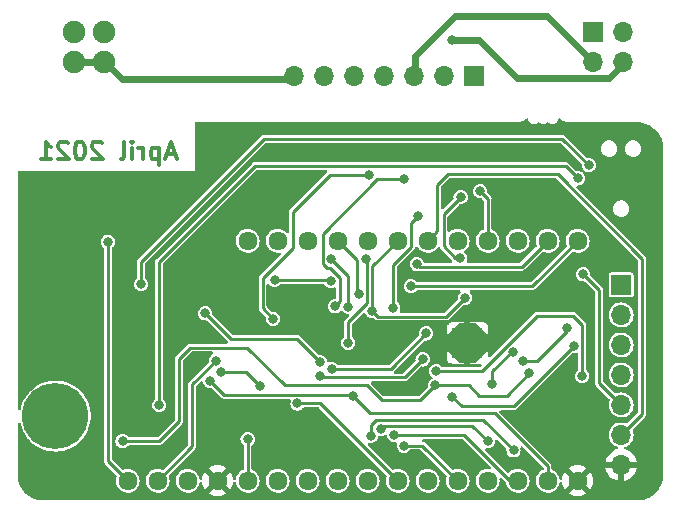
<source format=gbl>
G04 #@! TF.GenerationSoftware,KiCad,Pcbnew,(5.99.0-10090-g11a7729ab8)*
G04 #@! TF.CreationDate,2021-04-12T14:48:57-04:00*
G04 #@! TF.ProjectId,syringe_board,73797269-6e67-4655-9f62-6f6172642e6b,4.2*
G04 #@! TF.SameCoordinates,Original*
G04 #@! TF.FileFunction,Copper,L2,Bot*
G04 #@! TF.FilePolarity,Positive*
%FSLAX46Y46*%
G04 Gerber Fmt 4.6, Leading zero omitted, Abs format (unit mm)*
G04 Created by KiCad (PCBNEW (5.99.0-10090-g11a7729ab8)) date 2021-04-12 14:48:57*
%MOMM*%
%LPD*%
G01*
G04 APERTURE LIST*
%ADD10C,0.300000*%
G04 #@! TA.AperFunction,NonConductor*
%ADD11C,0.300000*%
G04 #@! TD*
G04 #@! TA.AperFunction,ComponentPad*
%ADD12C,1.609600*%
G04 #@! TD*
G04 #@! TA.AperFunction,ComponentPad*
%ADD13C,0.500000*%
G04 #@! TD*
G04 #@! TA.AperFunction,SMDPad,CuDef*
%ADD14R,2.500000X2.500000*%
G04 #@! TD*
G04 #@! TA.AperFunction,ComponentPad*
%ADD15O,1.900000X1.900000*%
G04 #@! TD*
G04 #@! TA.AperFunction,ComponentPad*
%ADD16R,1.700000X1.700000*%
G04 #@! TD*
G04 #@! TA.AperFunction,ComponentPad*
%ADD17O,1.700000X1.700000*%
G04 #@! TD*
G04 #@! TA.AperFunction,ComponentPad*
%ADD18C,5.600000*%
G04 #@! TD*
G04 #@! TA.AperFunction,ViaPad*
%ADD19C,0.800000*%
G04 #@! TD*
G04 #@! TA.AperFunction,Conductor*
%ADD20C,0.254000*%
G04 #@! TD*
G04 #@! TA.AperFunction,Conductor*
%ADD21C,0.609600*%
G04 #@! TD*
G04 APERTURE END LIST*
D10*
D11*
X127852571Y-85136800D02*
X127138285Y-85136800D01*
X127995428Y-85565371D02*
X127495428Y-84065371D01*
X126995428Y-85565371D01*
X126495428Y-84565371D02*
X126495428Y-86065371D01*
X126495428Y-84636800D02*
X126352571Y-84565371D01*
X126066857Y-84565371D01*
X125924000Y-84636800D01*
X125852571Y-84708228D01*
X125781142Y-84851085D01*
X125781142Y-85279657D01*
X125852571Y-85422514D01*
X125924000Y-85493942D01*
X126066857Y-85565371D01*
X126352571Y-85565371D01*
X126495428Y-85493942D01*
X125138285Y-85565371D02*
X125138285Y-84565371D01*
X125138285Y-84851085D02*
X125066857Y-84708228D01*
X124995428Y-84636800D01*
X124852571Y-84565371D01*
X124709714Y-84565371D01*
X124209714Y-85565371D02*
X124209714Y-84565371D01*
X124209714Y-84065371D02*
X124281142Y-84136800D01*
X124209714Y-84208228D01*
X124138285Y-84136800D01*
X124209714Y-84065371D01*
X124209714Y-84208228D01*
X123281142Y-85565371D02*
X123424000Y-85493942D01*
X123495428Y-85351085D01*
X123495428Y-84065371D01*
X121638285Y-84208228D02*
X121566857Y-84136800D01*
X121424000Y-84065371D01*
X121066857Y-84065371D01*
X120924000Y-84136800D01*
X120852571Y-84208228D01*
X120781142Y-84351085D01*
X120781142Y-84493942D01*
X120852571Y-84708228D01*
X121709714Y-85565371D01*
X120781142Y-85565371D01*
X119852571Y-84065371D02*
X119709714Y-84065371D01*
X119566857Y-84136800D01*
X119495428Y-84208228D01*
X119424000Y-84351085D01*
X119352571Y-84636800D01*
X119352571Y-84993942D01*
X119424000Y-85279657D01*
X119495428Y-85422514D01*
X119566857Y-85493942D01*
X119709714Y-85565371D01*
X119852571Y-85565371D01*
X119995428Y-85493942D01*
X120066857Y-85422514D01*
X120138285Y-85279657D01*
X120209714Y-84993942D01*
X120209714Y-84636800D01*
X120138285Y-84351085D01*
X120066857Y-84208228D01*
X119995428Y-84136800D01*
X119852571Y-84065371D01*
X118781142Y-84208228D02*
X118709714Y-84136800D01*
X118566857Y-84065371D01*
X118209714Y-84065371D01*
X118066857Y-84136800D01*
X117995428Y-84208228D01*
X117924000Y-84351085D01*
X117924000Y-84493942D01*
X117995428Y-84708228D01*
X118852571Y-85565371D01*
X117924000Y-85565371D01*
X116495428Y-85565371D02*
X117352571Y-85565371D01*
X116924000Y-85565371D02*
X116924000Y-84065371D01*
X117066857Y-84279657D01*
X117209714Y-84422514D01*
X117352571Y-84493942D01*
D12*
X123825000Y-112776000D03*
X126365000Y-112776000D03*
X128905000Y-112776000D03*
X131445000Y-112776000D03*
X133985000Y-112776000D03*
X136525000Y-112776000D03*
X139065000Y-112776000D03*
X141605000Y-112776000D03*
X144145000Y-112776000D03*
X146685000Y-112776000D03*
X149225000Y-112776000D03*
X151765000Y-112776000D03*
X154305000Y-112776000D03*
X156845000Y-112776000D03*
X159385000Y-112776000D03*
X161925000Y-112776000D03*
X161925000Y-92456000D03*
X159385000Y-92456000D03*
X156845000Y-92456000D03*
X154305000Y-92456000D03*
X151765000Y-92456000D03*
X149225000Y-92456000D03*
X146685000Y-92456000D03*
X144145000Y-92456000D03*
X141605000Y-92456000D03*
X139065000Y-92456000D03*
X136525000Y-92456000D03*
X133985000Y-92456000D03*
D13*
X152586500Y-102100000D03*
X151586500Y-101100000D03*
X153586500Y-102100000D03*
X153586500Y-100100000D03*
X151586500Y-100100000D03*
X151586500Y-102100000D03*
X152586500Y-100100000D03*
X153586500Y-101100000D03*
X152586500Y-101100000D03*
D14*
X152586500Y-101100000D03*
D15*
X119275000Y-74778000D03*
X121815000Y-74778000D03*
X119275000Y-77318000D03*
X121815000Y-77318000D03*
D16*
X165608000Y-96192000D03*
D17*
X165608000Y-98732000D03*
X165608000Y-101272000D03*
X165608000Y-103812000D03*
X165608000Y-106352000D03*
X165608000Y-108892000D03*
X165608000Y-111432000D03*
D16*
X153125000Y-78486000D03*
D17*
X150585000Y-78486000D03*
X148045000Y-78486000D03*
X145505000Y-78486000D03*
X142965000Y-78486000D03*
X140425000Y-78486000D03*
X137885000Y-78486000D03*
D16*
X163217000Y-74778000D03*
D17*
X165757000Y-74778000D03*
X163217000Y-77318000D03*
X165757000Y-77318000D03*
D18*
X117708000Y-107296000D03*
D19*
X149860000Y-104698800D03*
X157835600Y-103632000D03*
X123393200Y-109423200D03*
X146812000Y-104902000D03*
X132486400Y-106426000D03*
X143129000Y-102108000D03*
X132943600Y-95046800D03*
X150114000Y-95504000D03*
X136271000Y-95758000D03*
X131300000Y-102600000D03*
X141027426Y-95886522D03*
X122148600Y-92532200D03*
X130400000Y-98600000D03*
X146400000Y-108900000D03*
X140100000Y-102700000D03*
X143372910Y-96926400D03*
X147803074Y-96303074D03*
X148304221Y-94404221D03*
X152019000Y-88773000D03*
X144272000Y-86868000D03*
X136144000Y-99060000D03*
X151993600Y-93929200D03*
X147200000Y-109800000D03*
X142900400Y-105613200D03*
X130802426Y-104302426D03*
X133985000Y-109254990D03*
X140100000Y-103900000D03*
X148800000Y-102500000D03*
X141100000Y-103300000D03*
X149100000Y-100300000D03*
X144400000Y-109000000D03*
X162400000Y-95300000D03*
X156500000Y-110200000D03*
X146304000Y-98150012D03*
X148386800Y-90400000D03*
X152400000Y-97282000D03*
X144506979Y-98379969D03*
X144000000Y-93980000D03*
X142500000Y-101100000D03*
X142492816Y-98032502D03*
X141061510Y-93980000D03*
X153670000Y-88265000D03*
X147218400Y-87223600D03*
X141397012Y-98006570D03*
X145300000Y-108372210D03*
X156465391Y-101864758D03*
X138200000Y-106225546D03*
X154686000Y-104597200D03*
X154330400Y-109423200D03*
X124968000Y-96139000D03*
X131724400Y-103581200D03*
X135001000Y-104771535D03*
X162864800Y-86055200D03*
X151279000Y-75438000D03*
X161036000Y-99822000D03*
X157300000Y-102600000D03*
X151328599Y-105682650D03*
X161578990Y-101400000D03*
X162306000Y-103886000D03*
X149961600Y-103479600D03*
X161950400Y-87172800D03*
X126492000Y-106375200D03*
D20*
X144068800Y-104648000D02*
X137109200Y-104648000D01*
X128168400Y-102463600D02*
X128168400Y-107746800D01*
X137109200Y-104648000D02*
X133959600Y-101498400D01*
X129133600Y-101498400D02*
X128168400Y-102463600D01*
X128168400Y-107746800D02*
X126492000Y-109423200D01*
X148590000Y-105968800D02*
X145389600Y-105968800D01*
X126492000Y-109423200D02*
X123393200Y-109423200D01*
X149860000Y-104698800D02*
X152704800Y-104698800D01*
X149860000Y-104698800D02*
X148590000Y-105968800D01*
X153568400Y-105562400D02*
X155905200Y-105562400D01*
X133959600Y-101498400D02*
X129133600Y-101498400D01*
X145389600Y-105968800D02*
X144068800Y-104648000D01*
X152704800Y-104698800D02*
X153568400Y-105562400D01*
X155905200Y-105562400D02*
X157835600Y-103632000D01*
X129286000Y-109855000D02*
X129286000Y-104614000D01*
X136271000Y-95758000D02*
X140898904Y-95758000D01*
X126365000Y-112776000D02*
X129286000Y-109855000D01*
X129286000Y-104614000D02*
X131300000Y-102600000D01*
X140898904Y-95758000D02*
X141027426Y-95886522D01*
X122148600Y-111099600D02*
X122148600Y-92532200D01*
X122148600Y-105257600D02*
X122148600Y-92532200D01*
X123825000Y-112776000D02*
X122148600Y-111099600D01*
X140100000Y-102700000D02*
X138136400Y-100736400D01*
X152334000Y-108900000D02*
X146400000Y-108900000D01*
X138136400Y-100736400D02*
X132536400Y-100736400D01*
X132536400Y-100736400D02*
X130400000Y-98600000D01*
X156845000Y-112776000D02*
X156210000Y-112776000D01*
X156210000Y-112776000D02*
X152334000Y-108900000D01*
X143273499Y-96826989D02*
X143372910Y-96926400D01*
X141605000Y-92456000D02*
X143273499Y-94124499D01*
X143273499Y-94124499D02*
X143273499Y-96826989D01*
X161925000Y-92456000D02*
X158077926Y-96303074D01*
X158077926Y-96303074D02*
X147803074Y-96303074D01*
X148555701Y-94655701D02*
X148304221Y-94404221D01*
X159385000Y-92456000D02*
X157185299Y-94655701D01*
X157185299Y-94655701D02*
X148555701Y-94655701D01*
X135255000Y-95631000D02*
X135255000Y-97409000D01*
X150571200Y-92936541D02*
X151563859Y-93929200D01*
X137795000Y-90043000D02*
X140970000Y-86868000D01*
X135255000Y-95631000D02*
X135255000Y-98171000D01*
X152019000Y-88773000D02*
X150571200Y-90220800D01*
X151563859Y-93929200D02*
X151993600Y-93929200D01*
X135255000Y-98171000D02*
X136144000Y-99060000D01*
X135255000Y-95631000D02*
X137795000Y-93091000D01*
X137795000Y-93091000D02*
X137795000Y-90043000D01*
X150571200Y-90220800D02*
X150571200Y-92936541D01*
X140970000Y-86868000D02*
X144272000Y-86868000D01*
X151765000Y-112776000D02*
X148789000Y-109800000D01*
X148789000Y-109800000D02*
X147200000Y-109800000D01*
X130802426Y-104302426D02*
X131998536Y-105498536D01*
X159385000Y-112776000D02*
X159385000Y-111531400D01*
X154889200Y-107035600D02*
X144322800Y-107035600D01*
X159385000Y-111531400D02*
X154889200Y-107035600D01*
X142785736Y-105498536D02*
X142900400Y-105613200D01*
X144322800Y-107035600D02*
X142900400Y-105613200D01*
X131998536Y-105498536D02*
X142785736Y-105498536D01*
X133985000Y-112776000D02*
X133985000Y-109254990D01*
X147272999Y-104027001D02*
X140227001Y-104027001D01*
X148800000Y-102500000D02*
X147272999Y-104027001D01*
X140227001Y-104027001D02*
X140100000Y-103900000D01*
X141100000Y-103300000D02*
X146100000Y-103300000D01*
X146100000Y-103300000D02*
X149100000Y-100300000D01*
X144400000Y-109000000D02*
X144400000Y-108076000D01*
X162400000Y-95300000D02*
X163728400Y-96628400D01*
X163728400Y-104472400D02*
X165608000Y-106352000D01*
X144830800Y-107645200D02*
X153945200Y-107645200D01*
X144400000Y-108076000D02*
X144830800Y-107645200D01*
X163728400Y-96628400D02*
X163728400Y-104472400D01*
X153945200Y-107645200D02*
X156500000Y-110200000D01*
X147820689Y-90966111D02*
X148386800Y-90400000D01*
X146304000Y-98150012D02*
X146304000Y-94511341D01*
X146304000Y-94511341D02*
X147820689Y-92994652D01*
X147820689Y-92994652D02*
X147820689Y-90966111D01*
X146685000Y-92456000D02*
X144552922Y-94588078D01*
X150804977Y-98877023D02*
X145004033Y-98877023D01*
X152400000Y-97282000D02*
X150804977Y-98877023D01*
X145004033Y-98877023D02*
X144506979Y-98379969D01*
X144552922Y-94588078D02*
X144552922Y-98334026D01*
X144552922Y-98334026D02*
X144506979Y-98379969D01*
X167386000Y-93980000D02*
X160223200Y-86817200D01*
X150029800Y-87714200D02*
X150029800Y-91651200D01*
X142500000Y-101100000D02*
X142500000Y-99358800D01*
X150029800Y-91651200D02*
X149225000Y-92456000D01*
X165608000Y-108892000D02*
X167386000Y-107114000D01*
X144099411Y-97759389D02*
X144099411Y-94079411D01*
X144099411Y-94079411D02*
X144000000Y-93980000D01*
X160223200Y-86817200D02*
X150926800Y-86817200D01*
X142500000Y-99358800D02*
X144099411Y-97759389D01*
X150926800Y-86817200D02*
X150029800Y-87714200D01*
X167386000Y-107114000D02*
X167386000Y-93980000D01*
X142492816Y-95411306D02*
X142492816Y-98032502D01*
X141061510Y-93980000D02*
X142492816Y-95411306D01*
X140970000Y-94742000D02*
X140665200Y-94742000D01*
X141397012Y-98006570D02*
X141833600Y-97569982D01*
X141833600Y-97569982D02*
X141833600Y-95605600D01*
X140665200Y-94742000D02*
X140335000Y-94411800D01*
X140335000Y-91846400D02*
X144957800Y-87223600D01*
X154305000Y-88900000D02*
X153670000Y-88265000D01*
X144957800Y-87223600D02*
X147218400Y-87223600D01*
X140335000Y-94411800D02*
X140335000Y-91846400D01*
X141833600Y-95605600D02*
X140970000Y-94742000D01*
X154305000Y-92456000D02*
X154305000Y-88900000D01*
X146685000Y-112776000D02*
X140134546Y-106225546D01*
X156465391Y-101864758D02*
X156335242Y-101864758D01*
X154330400Y-109423200D02*
X153007200Y-108100000D01*
X154686000Y-103514000D02*
X154686000Y-104597200D01*
X153007200Y-108100000D02*
X145572210Y-108100000D01*
X145572210Y-108100000D02*
X145300000Y-108372210D01*
X140134546Y-106225546D02*
X138200000Y-106225546D01*
X156335242Y-101864758D02*
X154686000Y-103514000D01*
X135001000Y-104771535D02*
X133810665Y-103581200D01*
X124968000Y-96139000D02*
X124968000Y-94234000D01*
X124968000Y-94234000D02*
X135382000Y-83820000D01*
X160629600Y-83820000D02*
X162864800Y-86055200D01*
X135382000Y-83820000D02*
X160629600Y-83820000D01*
X133810665Y-103581200D02*
X131724400Y-103581200D01*
D21*
X148157000Y-76782000D02*
X148157000Y-78486000D01*
X163217000Y-77318000D02*
X159305000Y-73406000D01*
X159305000Y-73406000D02*
X151533000Y-73406000D01*
X151533000Y-73406000D02*
X148157000Y-76782000D01*
X153565000Y-75438000D02*
X151279000Y-75438000D01*
X165757000Y-77470000D02*
X164554199Y-78672801D01*
X156799801Y-78672801D02*
X153565000Y-75438000D01*
X164554199Y-78672801D02*
X156799801Y-78672801D01*
D20*
X161036000Y-100076000D02*
X161036000Y-99822000D01*
X158512000Y-102600000D02*
X161036000Y-100076000D01*
X157300000Y-102600000D02*
X158512000Y-102600000D01*
X161578990Y-101400000D02*
X156502190Y-106476800D01*
X152122749Y-106476800D02*
X151328599Y-105682650D01*
X156502190Y-106476800D02*
X152122749Y-106476800D01*
X161544000Y-98806000D02*
X158496000Y-98806000D01*
X162306000Y-103886000D02*
X162306000Y-99568000D01*
X153822400Y-103479600D02*
X149961600Y-103479600D01*
X162306000Y-99568000D02*
X161544000Y-98806000D01*
X158496000Y-98806000D02*
X153822400Y-103479600D01*
D21*
X123339000Y-78740000D02*
X122069000Y-77470000D01*
X137743000Y-78740000D02*
X123339000Y-78740000D01*
X119529000Y-77318000D02*
X122069000Y-77318000D01*
X137997000Y-78486000D02*
X137743000Y-78740000D01*
D20*
X160919099Y-86141499D02*
X161950400Y-87172800D01*
X134584501Y-86141499D02*
X160919099Y-86141499D01*
X126492000Y-106375200D02*
X126492000Y-94234000D01*
X126492000Y-94234000D02*
X134584501Y-86141499D01*
G04 #@! TA.AperFunction,Conductor*
G36*
X157684852Y-82101071D02*
G01*
X157737763Y-82148409D01*
X157752945Y-82190211D01*
X157753044Y-82190181D01*
X157759664Y-82212316D01*
X157789152Y-82310919D01*
X157789153Y-82310922D01*
X157791851Y-82319942D01*
X157797082Y-82327770D01*
X157797083Y-82327773D01*
X157861865Y-82424726D01*
X157867098Y-82432557D01*
X157972132Y-82518068D01*
X158097666Y-82568914D01*
X158111255Y-82570091D01*
X158223221Y-82579789D01*
X158223224Y-82579789D01*
X158232601Y-82580601D01*
X158241802Y-82578620D01*
X158241804Y-82578620D01*
X158321927Y-82561370D01*
X158365008Y-82552095D01*
X158483179Y-82485916D01*
X158511832Y-82455880D01*
X158573326Y-82420397D01*
X158644241Y-82423792D01*
X158682552Y-82445139D01*
X158764829Y-82512123D01*
X158764832Y-82512125D01*
X158772132Y-82518068D01*
X158897666Y-82568914D01*
X158911255Y-82570091D01*
X159023221Y-82579789D01*
X159023224Y-82579789D01*
X159032601Y-82580601D01*
X159041802Y-82578620D01*
X159041804Y-82578620D01*
X159121927Y-82561370D01*
X159165008Y-82552095D01*
X159283179Y-82485916D01*
X159311832Y-82455880D01*
X159373326Y-82420397D01*
X159444241Y-82423792D01*
X159482552Y-82445139D01*
X159564829Y-82512123D01*
X159564832Y-82512125D01*
X159572132Y-82518068D01*
X159697666Y-82568914D01*
X159711255Y-82570091D01*
X159823221Y-82579789D01*
X159823224Y-82579789D01*
X159832601Y-82580601D01*
X159841802Y-82578620D01*
X159841804Y-82578620D01*
X159921927Y-82561370D01*
X159965008Y-82552095D01*
X160083179Y-82485916D01*
X160176667Y-82387915D01*
X160182263Y-82376717D01*
X160214617Y-82311964D01*
X160237206Y-82266757D01*
X160249747Y-82191412D01*
X160280662Y-82127500D01*
X160341223Y-82090448D01*
X160412203Y-82092019D01*
X160455028Y-82115578D01*
X160493649Y-82147985D01*
X160501043Y-82155451D01*
X160504748Y-82162675D01*
X160508262Y-82165445D01*
X160523172Y-82174053D01*
X160528122Y-82176911D01*
X160527905Y-82177287D01*
X160529018Y-82177663D01*
X160532331Y-82180443D01*
X160540232Y-82183903D01*
X160541695Y-82184748D01*
X160544557Y-82186524D01*
X160546281Y-82187396D01*
X160701241Y-82276863D01*
X160709828Y-82282938D01*
X160714728Y-82289405D01*
X160718669Y-82291523D01*
X160723856Y-82293411D01*
X160740217Y-82299366D01*
X160740069Y-82299773D01*
X160741227Y-82299949D01*
X160744977Y-82302114D01*
X160753362Y-82304150D01*
X160754938Y-82304724D01*
X160758073Y-82305979D01*
X160759929Y-82306540D01*
X160890340Y-82354006D01*
X160928063Y-82367736D01*
X160937573Y-82372226D01*
X160943524Y-82377747D01*
X160947773Y-82379148D01*
X160970357Y-82383130D01*
X160970282Y-82383557D01*
X160971455Y-82383530D01*
X160975522Y-82385010D01*
X160984133Y-82385559D01*
X160985791Y-82385851D01*
X160989094Y-82386543D01*
X160991016Y-82386773D01*
X161165471Y-82417534D01*
X161176071Y-82420550D01*
X161181419Y-82424165D01*
X161185833Y-82424901D01*
X161191351Y-82425018D01*
X161191352Y-82425018D01*
X161210167Y-82425415D01*
X161210167Y-82425416D01*
X161210170Y-82425415D01*
X161216957Y-82426612D01*
X161224918Y-82425726D01*
X161325610Y-82427852D01*
X161339253Y-82428140D01*
X161348253Y-82428330D01*
X161356943Y-82425979D01*
X161365881Y-82424887D01*
X161365955Y-82425491D01*
X161384697Y-82423000D01*
X166938560Y-82423000D01*
X166959351Y-82426942D01*
X166959407Y-82426306D01*
X166963984Y-82426710D01*
X166963991Y-82426715D01*
X166968408Y-82427428D01*
X166972938Y-82427501D01*
X166972942Y-82427501D01*
X167137729Y-82430143D01*
X167152155Y-82431205D01*
X167205879Y-82438278D01*
X167417464Y-82466134D01*
X167433628Y-82469349D01*
X167690116Y-82538074D01*
X167705723Y-82543372D01*
X167951037Y-82644983D01*
X167965820Y-82652273D01*
X168195783Y-82785044D01*
X168209486Y-82794200D01*
X168420141Y-82955841D01*
X168432532Y-82966708D01*
X168620289Y-83154464D01*
X168631157Y-83166856D01*
X168792805Y-83377520D01*
X168801962Y-83391225D01*
X168934723Y-83621178D01*
X168942012Y-83635959D01*
X169043626Y-83881276D01*
X169048924Y-83896883D01*
X169117650Y-84153371D01*
X169120865Y-84169536D01*
X169155792Y-84434841D01*
X169156854Y-84449266D01*
X169159290Y-84601157D01*
X169161963Y-84609757D01*
X169162417Y-84612592D01*
X169164000Y-84632505D01*
X169164000Y-112201560D01*
X169160058Y-112222351D01*
X169160694Y-112222407D01*
X169160290Y-112226984D01*
X169160285Y-112226991D01*
X169159572Y-112231408D01*
X169159499Y-112235938D01*
X169159499Y-112235942D01*
X169156857Y-112400729D01*
X169155795Y-112415155D01*
X169150645Y-112454271D01*
X169120866Y-112680464D01*
X169117651Y-112696628D01*
X169048925Y-112953119D01*
X169043627Y-112968726D01*
X168942017Y-113214037D01*
X168934727Y-113228820D01*
X168801956Y-113458783D01*
X168792800Y-113472486D01*
X168719730Y-113567713D01*
X168632850Y-113680938D01*
X168631153Y-113683149D01*
X168620285Y-113695540D01*
X168432541Y-113883284D01*
X168420149Y-113894152D01*
X168209475Y-114055806D01*
X168195772Y-114064962D01*
X168060277Y-114143190D01*
X167965822Y-114197724D01*
X167951049Y-114205010D01*
X167805922Y-114265123D01*
X167705726Y-114306625D01*
X167690119Y-114311923D01*
X167433627Y-114380650D01*
X167417462Y-114383865D01*
X167152159Y-114418792D01*
X167137734Y-114419854D01*
X167108044Y-114420330D01*
X166985843Y-114422290D01*
X166977243Y-114424963D01*
X166974408Y-114425417D01*
X166954495Y-114427000D01*
X116744896Y-114427000D01*
X116724105Y-114423058D01*
X116724049Y-114423694D01*
X116719472Y-114423290D01*
X116719465Y-114423285D01*
X116715048Y-114422572D01*
X116710518Y-114422499D01*
X116710514Y-114422499D01*
X116545727Y-114419857D01*
X116531300Y-114418795D01*
X116531278Y-114418792D01*
X116477577Y-114411722D01*
X116265992Y-114383866D01*
X116249828Y-114380651D01*
X115993337Y-114311925D01*
X115977730Y-114306627D01*
X115732419Y-114205017D01*
X115717636Y-114197727D01*
X115487673Y-114064956D01*
X115473970Y-114055800D01*
X115263307Y-113894153D01*
X115250916Y-113883285D01*
X115233129Y-113865498D01*
X130720057Y-113865498D01*
X130729353Y-113877513D01*
X130781592Y-113914091D01*
X130791087Y-113919574D01*
X130989304Y-114012004D01*
X130999596Y-114015750D01*
X131210853Y-114072356D01*
X131221646Y-114074259D01*
X131439525Y-114093321D01*
X131450475Y-114093321D01*
X131668354Y-114074259D01*
X131679147Y-114072356D01*
X131890404Y-114015750D01*
X131900696Y-114012004D01*
X132098913Y-113919574D01*
X132108408Y-113914091D01*
X132161484Y-113876927D01*
X132169860Y-113866448D01*
X132169361Y-113865498D01*
X161200057Y-113865498D01*
X161209353Y-113877513D01*
X161261592Y-113914091D01*
X161271087Y-113919574D01*
X161469304Y-114012004D01*
X161479596Y-114015750D01*
X161690853Y-114072356D01*
X161701646Y-114074259D01*
X161919525Y-114093321D01*
X161930475Y-114093321D01*
X162148354Y-114074259D01*
X162159147Y-114072356D01*
X162370404Y-114015750D01*
X162380696Y-114012004D01*
X162578913Y-113919574D01*
X162588408Y-113914091D01*
X162641484Y-113876927D01*
X162649860Y-113866448D01*
X162642792Y-113853002D01*
X161937812Y-113148022D01*
X161923868Y-113140408D01*
X161922035Y-113140539D01*
X161915420Y-113144790D01*
X161206487Y-113853723D01*
X161200057Y-113865498D01*
X132169361Y-113865498D01*
X132162792Y-113853002D01*
X131457812Y-113148022D01*
X131443868Y-113140408D01*
X131442035Y-113140539D01*
X131435420Y-113144790D01*
X130726487Y-113853723D01*
X130720057Y-113865498D01*
X115233129Y-113865498D01*
X115063172Y-113695541D01*
X115052304Y-113683149D01*
X114890650Y-113472475D01*
X114881494Y-113458772D01*
X114787640Y-113296213D01*
X114748731Y-113228820D01*
X114741444Y-113214044D01*
X114729842Y-113186032D01*
X114639831Y-112968726D01*
X114634533Y-112953119D01*
X114565806Y-112696627D01*
X114562591Y-112680462D01*
X114527664Y-112415159D01*
X114526602Y-112400734D01*
X114525934Y-112359113D01*
X114524166Y-112248843D01*
X114521493Y-112240243D01*
X114521039Y-112237408D01*
X114519456Y-112217495D01*
X114519456Y-107943139D01*
X114539458Y-107875018D01*
X114593114Y-107828525D01*
X114663388Y-107818421D01*
X114727968Y-107847915D01*
X114767332Y-107911165D01*
X114800180Y-108036374D01*
X114849600Y-108224751D01*
X114975291Y-108547132D01*
X115005601Y-108604378D01*
X115129474Y-108838332D01*
X115137203Y-108852930D01*
X115139255Y-108855915D01*
X115139260Y-108855924D01*
X115331132Y-109135100D01*
X115331138Y-109135107D01*
X115333189Y-109138092D01*
X115428023Y-109246802D01*
X115525917Y-109359020D01*
X115560652Y-109398838D01*
X115563337Y-109401281D01*
X115809435Y-109625212D01*
X115816578Y-109631712D01*
X116097573Y-109833628D01*
X116399913Y-110001908D01*
X116719591Y-110134323D01*
X116723085Y-110135318D01*
X116723087Y-110135319D01*
X117048869Y-110228121D01*
X117048874Y-110228122D01*
X117052370Y-110229118D01*
X117287248Y-110267581D01*
X117390260Y-110284450D01*
X117390264Y-110284450D01*
X117393840Y-110285036D01*
X117397466Y-110285207D01*
X117735846Y-110301164D01*
X117735847Y-110301164D01*
X117739473Y-110301335D01*
X117752587Y-110300441D01*
X118081058Y-110278049D01*
X118081066Y-110278048D01*
X118084689Y-110277801D01*
X118088265Y-110277138D01*
X118088267Y-110277138D01*
X118421347Y-110215405D01*
X118421351Y-110215404D01*
X118424912Y-110214744D01*
X118755633Y-110113001D01*
X119023262Y-109995520D01*
X119069133Y-109975384D01*
X119069134Y-109975384D01*
X119072468Y-109973920D01*
X119371218Y-109799345D01*
X119381251Y-109791812D01*
X119645016Y-109593772D01*
X119645020Y-109593769D01*
X119647923Y-109591589D01*
X119898915Y-109353406D01*
X119921267Y-109326674D01*
X120070221Y-109148527D01*
X120120868Y-109087954D01*
X120124426Y-109082538D01*
X120308852Y-108801776D01*
X120308857Y-108801767D01*
X120310839Y-108798750D01*
X120398946Y-108623570D01*
X120464685Y-108492864D01*
X120464688Y-108492856D01*
X120466312Y-108489628D01*
X120489048Y-108427500D01*
X120583976Y-108168097D01*
X120583979Y-108168087D01*
X120585224Y-108164685D01*
X120586069Y-108161163D01*
X120586072Y-108161155D01*
X120665153Y-107831757D01*
X120665154Y-107831753D01*
X120666000Y-107828228D01*
X120697054Y-107571612D01*
X120707233Y-107487496D01*
X120707233Y-107487489D01*
X120707569Y-107484717D01*
X120710830Y-107380974D01*
X120712996Y-107312032D01*
X120713500Y-107296000D01*
X120713160Y-107290105D01*
X120693791Y-106954176D01*
X120693790Y-106954171D01*
X120693582Y-106950556D01*
X120681066Y-106878843D01*
X120634715Y-106613264D01*
X120634713Y-106613257D01*
X120634091Y-106609691D01*
X120631915Y-106602342D01*
X120565445Y-106377946D01*
X120535817Y-106277923D01*
X120523216Y-106248379D01*
X120401484Y-105962983D01*
X120400062Y-105959649D01*
X120388849Y-105939991D01*
X120230427Y-105662247D01*
X120230422Y-105662240D01*
X120228624Y-105659087D01*
X120023778Y-105380222D01*
X119788236Y-105126750D01*
X119785482Y-105124398D01*
X119785478Y-105124394D01*
X119679323Y-105033729D01*
X119525123Y-104902029D01*
X119522120Y-104900011D01*
X119522112Y-104900005D01*
X119318743Y-104763348D01*
X119237924Y-104709040D01*
X119234660Y-104707355D01*
X118933667Y-104552001D01*
X118930447Y-104550339D01*
X118606767Y-104428031D01*
X118271175Y-104343736D01*
X118126242Y-104324655D01*
X117931721Y-104299045D01*
X117931713Y-104299044D01*
X117928117Y-104298571D01*
X117778079Y-104296214D01*
X117585784Y-104293193D01*
X117585781Y-104293193D01*
X117582143Y-104293136D01*
X117578528Y-104293497D01*
X117578524Y-104293497D01*
X117410658Y-104310253D01*
X117237836Y-104327503D01*
X117234299Y-104328274D01*
X117234294Y-104328275D01*
X116904081Y-104400273D01*
X116899761Y-104401215D01*
X116896334Y-104402388D01*
X116896328Y-104402390D01*
X116575831Y-104512121D01*
X116575826Y-104512123D01*
X116572400Y-104513296D01*
X116569132Y-104514855D01*
X116569124Y-104514858D01*
X116432222Y-104580157D01*
X116260089Y-104662260D01*
X115966970Y-104846133D01*
X115696928Y-105062478D01*
X115607416Y-105152932D01*
X115474013Y-105287740D01*
X115453541Y-105308427D01*
X115240036Y-105580720D01*
X115238143Y-105583809D01*
X115238141Y-105583812D01*
X115193809Y-105656155D01*
X115059242Y-105875749D01*
X115057717Y-105879034D01*
X115057715Y-105879038D01*
X114980040Y-106046376D01*
X114913557Y-106189602D01*
X114877035Y-106300035D01*
X114813216Y-106493005D01*
X114804910Y-106518119D01*
X114804174Y-106521674D01*
X114804173Y-106521677D01*
X114768838Y-106692304D01*
X114735438Y-106754953D01*
X114673469Y-106789600D01*
X114602606Y-106785243D01*
X114545348Y-106743266D01*
X114519873Y-106676998D01*
X114519456Y-106666753D01*
X114519456Y-92532200D01*
X121543100Y-92532200D01*
X121563732Y-92688915D01*
X121624222Y-92834950D01*
X121648072Y-92866032D01*
X121712135Y-92949520D01*
X121720447Y-92960353D01*
X121726997Y-92965379D01*
X121727000Y-92965382D01*
X121771804Y-92999761D01*
X121813671Y-93057099D01*
X121821100Y-93099723D01*
X121821100Y-111080395D01*
X121820620Y-111091377D01*
X121817365Y-111128579D01*
X121827189Y-111165243D01*
X121829564Y-111175961D01*
X121836152Y-111213322D01*
X121841663Y-111222867D01*
X121842888Y-111226232D01*
X121844400Y-111229474D01*
X121847252Y-111240121D01*
X121853574Y-111249150D01*
X121853575Y-111249152D01*
X121869021Y-111271211D01*
X121874921Y-111280473D01*
X121893890Y-111313327D01*
X121902331Y-111320410D01*
X121902332Y-111320411D01*
X121922509Y-111337341D01*
X121930613Y-111344768D01*
X122860148Y-112274303D01*
X122894174Y-112336615D01*
X122886690Y-112413438D01*
X122864528Y-112464652D01*
X122864527Y-112464656D01*
X122861991Y-112470516D01*
X122820235Y-112670395D01*
X122819939Y-112755099D01*
X122819822Y-112788812D01*
X122819522Y-112874588D01*
X122859882Y-113074754D01*
X122862375Y-113080628D01*
X122862376Y-113080630D01*
X122937173Y-113256842D01*
X122937176Y-113256847D01*
X122939667Y-113262716D01*
X122943291Y-113267970D01*
X122943292Y-113267971D01*
X122991001Y-113337129D01*
X123055618Y-113430796D01*
X123202997Y-113572127D01*
X123208393Y-113575525D01*
X123370382Y-113677536D01*
X123370386Y-113677538D01*
X123375785Y-113680938D01*
X123381755Y-113683182D01*
X123381759Y-113683184D01*
X123486606Y-113722593D01*
X123566923Y-113752782D01*
X123573221Y-113753780D01*
X123573223Y-113753780D01*
X123656412Y-113766956D01*
X123768604Y-113784725D01*
X123972588Y-113775462D01*
X123978773Y-113773897D01*
X124164355Y-113726937D01*
X124164357Y-113726936D01*
X124170543Y-113725371D01*
X124257812Y-113683184D01*
X124348635Y-113639279D01*
X124348638Y-113639277D01*
X124354383Y-113636500D01*
X124359452Y-113632625D01*
X124359456Y-113632622D01*
X124511524Y-113516356D01*
X124516598Y-113512477D01*
X124526697Y-113500860D01*
X124587602Y-113430796D01*
X124650561Y-113358370D01*
X124654112Y-113352069D01*
X124723555Y-113228826D01*
X124750801Y-113180473D01*
X124796342Y-113038631D01*
X124811270Y-112992136D01*
X124811270Y-112992135D01*
X124813223Y-112986053D01*
X124835275Y-112783053D01*
X124835300Y-112776000D01*
X124814665Y-112572851D01*
X124753602Y-112378000D01*
X124654607Y-112199408D01*
X124521723Y-112044369D01*
X124360377Y-111919217D01*
X124177162Y-111829064D01*
X124170984Y-111827455D01*
X124170982Y-111827454D01*
X123985744Y-111779203D01*
X123985741Y-111779203D01*
X123979562Y-111777593D01*
X123883926Y-111772581D01*
X123782028Y-111767240D01*
X123782024Y-111767240D01*
X123775647Y-111766906D01*
X123612618Y-111791562D01*
X123580063Y-111796485D01*
X123580062Y-111796485D01*
X123573749Y-111797440D01*
X123567760Y-111799643D01*
X123567758Y-111799644D01*
X123543191Y-111808683D01*
X123456267Y-111840665D01*
X123385430Y-111845415D01*
X123323665Y-111811510D01*
X122513005Y-111000850D01*
X122478979Y-110938538D01*
X122476100Y-110911755D01*
X122476100Y-109423200D01*
X122787700Y-109423200D01*
X122794547Y-109475206D01*
X122803774Y-109545290D01*
X122808332Y-109579915D01*
X122868822Y-109725950D01*
X122965047Y-109851353D01*
X123090450Y-109947578D01*
X123206192Y-109995520D01*
X123221614Y-110001908D01*
X123236485Y-110008068D01*
X123393200Y-110028700D01*
X123401388Y-110027622D01*
X123541727Y-110009146D01*
X123549915Y-110008068D01*
X123564787Y-110001908D01*
X123580208Y-109995520D01*
X123695950Y-109947578D01*
X123808619Y-109861124D01*
X123814802Y-109856380D01*
X123814803Y-109856379D01*
X123821353Y-109851353D01*
X123826379Y-109844803D01*
X123826382Y-109844800D01*
X123860761Y-109799996D01*
X123918099Y-109758129D01*
X123960723Y-109750700D01*
X126472795Y-109750700D01*
X126483777Y-109751180D01*
X126509994Y-109753474D01*
X126509995Y-109753474D01*
X126520979Y-109754435D01*
X126557643Y-109744611D01*
X126568361Y-109742236D01*
X126605722Y-109735648D01*
X126615267Y-109730137D01*
X126618632Y-109728912D01*
X126621874Y-109727400D01*
X126632521Y-109724548D01*
X126641550Y-109718226D01*
X126641552Y-109718225D01*
X126663611Y-109702779D01*
X126672873Y-109696879D01*
X126705727Y-109677910D01*
X126714752Y-109667155D01*
X126729741Y-109649291D01*
X126737168Y-109641187D01*
X128386387Y-107991968D01*
X128394491Y-107984541D01*
X128414665Y-107967613D01*
X128423110Y-107960527D01*
X128429413Y-107949611D01*
X128442079Y-107927672D01*
X128447985Y-107918402D01*
X128463425Y-107896352D01*
X128463428Y-107896346D01*
X128469748Y-107887320D01*
X128472600Y-107876676D01*
X128474109Y-107873440D01*
X128475336Y-107870069D01*
X128480848Y-107860522D01*
X128484774Y-107838259D01*
X128486542Y-107828228D01*
X128487436Y-107823159D01*
X128489815Y-107812429D01*
X128496781Y-107786431D01*
X128496781Y-107786430D01*
X128499635Y-107775779D01*
X128496380Y-107738577D01*
X128495900Y-107727595D01*
X128495900Y-102651445D01*
X128515902Y-102583324D01*
X128532805Y-102562350D01*
X129232350Y-101862805D01*
X129294662Y-101828779D01*
X129321445Y-101825900D01*
X130966687Y-101825900D01*
X131034808Y-101845902D01*
X131081301Y-101899558D01*
X131091405Y-101969832D01*
X131061911Y-102034412D01*
X131014905Y-102068309D01*
X130997250Y-102075622D01*
X130945760Y-102115132D01*
X130879513Y-102165965D01*
X130871847Y-102171847D01*
X130775622Y-102297250D01*
X130715132Y-102443285D01*
X130694500Y-102600000D01*
X130695578Y-102608187D01*
X130702950Y-102664180D01*
X130692011Y-102734329D01*
X130667123Y-102769722D01*
X129068013Y-104368832D01*
X129059909Y-104376259D01*
X129039853Y-104393088D01*
X129031290Y-104400273D01*
X129014522Y-104429315D01*
X129012325Y-104433121D01*
X129006421Y-104442389D01*
X128990975Y-104464448D01*
X128990974Y-104464450D01*
X128984652Y-104473479D01*
X128981800Y-104484126D01*
X128980288Y-104487368D01*
X128979063Y-104490733D01*
X128973552Y-104500278D01*
X128971638Y-104511134D01*
X128966965Y-104537636D01*
X128964589Y-104548357D01*
X128954765Y-104585021D01*
X128956547Y-104605388D01*
X128958020Y-104622223D01*
X128958500Y-104633205D01*
X128958500Y-109667155D01*
X128938498Y-109735276D01*
X128921595Y-109756250D01*
X126869162Y-111808683D01*
X126806850Y-111842709D01*
X126736035Y-111837644D01*
X126724447Y-111832647D01*
X126722901Y-111831887D01*
X126722893Y-111831884D01*
X126717162Y-111829064D01*
X126710984Y-111827455D01*
X126710982Y-111827454D01*
X126525744Y-111779203D01*
X126525741Y-111779203D01*
X126519562Y-111777593D01*
X126423926Y-111772581D01*
X126322028Y-111767240D01*
X126322024Y-111767240D01*
X126315647Y-111766906D01*
X126152618Y-111791562D01*
X126120063Y-111796485D01*
X126120062Y-111796485D01*
X126113749Y-111797440D01*
X126107763Y-111799643D01*
X126107757Y-111799644D01*
X125928100Y-111865745D01*
X125928095Y-111865747D01*
X125922114Y-111867948D01*
X125748570Y-111975550D01*
X125743930Y-111979938D01*
X125670673Y-112049214D01*
X125600208Y-112115849D01*
X125483087Y-112283115D01*
X125401991Y-112470516D01*
X125360235Y-112670395D01*
X125359939Y-112755099D01*
X125359822Y-112788812D01*
X125359522Y-112874588D01*
X125399882Y-113074754D01*
X125402375Y-113080628D01*
X125402376Y-113080630D01*
X125477173Y-113256842D01*
X125477176Y-113256847D01*
X125479667Y-113262716D01*
X125483291Y-113267970D01*
X125483292Y-113267971D01*
X125531001Y-113337129D01*
X125595618Y-113430796D01*
X125742997Y-113572127D01*
X125748393Y-113575525D01*
X125910382Y-113677536D01*
X125910386Y-113677538D01*
X125915785Y-113680938D01*
X125921755Y-113683182D01*
X125921759Y-113683184D01*
X126026606Y-113722593D01*
X126106923Y-113752782D01*
X126113221Y-113753780D01*
X126113223Y-113753780D01*
X126196412Y-113766956D01*
X126308604Y-113784725D01*
X126512588Y-113775462D01*
X126518773Y-113773897D01*
X126704355Y-113726937D01*
X126704357Y-113726936D01*
X126710543Y-113725371D01*
X126797812Y-113683184D01*
X126888635Y-113639279D01*
X126888638Y-113639277D01*
X126894383Y-113636500D01*
X126899452Y-113632625D01*
X126899456Y-113632622D01*
X127051524Y-113516356D01*
X127056598Y-113512477D01*
X127066697Y-113500860D01*
X127127602Y-113430796D01*
X127190561Y-113358370D01*
X127194112Y-113352069D01*
X127263555Y-113228826D01*
X127290801Y-113180473D01*
X127336342Y-113038631D01*
X127351270Y-112992136D01*
X127351270Y-112992135D01*
X127353223Y-112986053D01*
X127365332Y-112874588D01*
X127899522Y-112874588D01*
X127939882Y-113074754D01*
X127942375Y-113080628D01*
X127942376Y-113080630D01*
X128017173Y-113256842D01*
X128017176Y-113256847D01*
X128019667Y-113262716D01*
X128023291Y-113267970D01*
X128023292Y-113267971D01*
X128071001Y-113337129D01*
X128135618Y-113430796D01*
X128282997Y-113572127D01*
X128288393Y-113575525D01*
X128450382Y-113677536D01*
X128450386Y-113677538D01*
X128455785Y-113680938D01*
X128461755Y-113683182D01*
X128461759Y-113683184D01*
X128566606Y-113722593D01*
X128646923Y-113752782D01*
X128653221Y-113753780D01*
X128653223Y-113753780D01*
X128736412Y-113766956D01*
X128848604Y-113784725D01*
X129052588Y-113775462D01*
X129058773Y-113773897D01*
X129244355Y-113726937D01*
X129244357Y-113726936D01*
X129250543Y-113725371D01*
X129337812Y-113683184D01*
X129428635Y-113639279D01*
X129428638Y-113639277D01*
X129434383Y-113636500D01*
X129439452Y-113632625D01*
X129439456Y-113632622D01*
X129591524Y-113516356D01*
X129596598Y-113512477D01*
X129606697Y-113500860D01*
X129667602Y-113430796D01*
X129730561Y-113358370D01*
X129734112Y-113352069D01*
X129803555Y-113228826D01*
X129830801Y-113180473D01*
X129876342Y-113038631D01*
X129891270Y-112992136D01*
X129891270Y-112992135D01*
X129893223Y-112986053D01*
X129894220Y-112976874D01*
X129894822Y-112975426D01*
X129895239Y-112973463D01*
X129895605Y-112973541D01*
X129921463Y-112911312D01*
X129979827Y-112870887D01*
X130050781Y-112868433D01*
X130111799Y-112904729D01*
X130143506Y-112968252D01*
X130145004Y-112979503D01*
X130146741Y-112999355D01*
X130148644Y-113010147D01*
X130205250Y-113221404D01*
X130208996Y-113231696D01*
X130301426Y-113429913D01*
X130306909Y-113439408D01*
X130344073Y-113492484D01*
X130354552Y-113500860D01*
X130367998Y-113493792D01*
X131072978Y-112788812D01*
X131079356Y-112777132D01*
X131809408Y-112777132D01*
X131809539Y-112778965D01*
X131813790Y-112785580D01*
X132522723Y-113494513D01*
X132534498Y-113500943D01*
X132546513Y-113491647D01*
X132583091Y-113439408D01*
X132588574Y-113429913D01*
X132681004Y-113231696D01*
X132684750Y-113221404D01*
X132741356Y-113010147D01*
X132743259Y-112999354D01*
X132746157Y-112966231D01*
X132772020Y-112900112D01*
X132829523Y-112858472D01*
X132900410Y-112854531D01*
X132962175Y-112889539D01*
X132995192Y-112952306D01*
X133015403Y-113052542D01*
X133019882Y-113074754D01*
X133022375Y-113080628D01*
X133022376Y-113080630D01*
X133097173Y-113256842D01*
X133097176Y-113256847D01*
X133099667Y-113262716D01*
X133103291Y-113267970D01*
X133103292Y-113267971D01*
X133151001Y-113337129D01*
X133215618Y-113430796D01*
X133362997Y-113572127D01*
X133368393Y-113575525D01*
X133530382Y-113677536D01*
X133530386Y-113677538D01*
X133535785Y-113680938D01*
X133541755Y-113683182D01*
X133541759Y-113683184D01*
X133646606Y-113722593D01*
X133726923Y-113752782D01*
X133733221Y-113753780D01*
X133733223Y-113753780D01*
X133816412Y-113766956D01*
X133928604Y-113784725D01*
X134132588Y-113775462D01*
X134138773Y-113773897D01*
X134324355Y-113726937D01*
X134324357Y-113726936D01*
X134330543Y-113725371D01*
X134417812Y-113683184D01*
X134508635Y-113639279D01*
X134508638Y-113639277D01*
X134514383Y-113636500D01*
X134519452Y-113632625D01*
X134519456Y-113632622D01*
X134671524Y-113516356D01*
X134676598Y-113512477D01*
X134686697Y-113500860D01*
X134747602Y-113430796D01*
X134810561Y-113358370D01*
X134814112Y-113352069D01*
X134883555Y-113228826D01*
X134910801Y-113180473D01*
X134956342Y-113038631D01*
X134971270Y-112992136D01*
X134971270Y-112992135D01*
X134973223Y-112986053D01*
X134985332Y-112874588D01*
X135519522Y-112874588D01*
X135559882Y-113074754D01*
X135562375Y-113080628D01*
X135562376Y-113080630D01*
X135637173Y-113256842D01*
X135637176Y-113256847D01*
X135639667Y-113262716D01*
X135643291Y-113267970D01*
X135643292Y-113267971D01*
X135691001Y-113337129D01*
X135755618Y-113430796D01*
X135902997Y-113572127D01*
X135908393Y-113575525D01*
X136070382Y-113677536D01*
X136070386Y-113677538D01*
X136075785Y-113680938D01*
X136081755Y-113683182D01*
X136081759Y-113683184D01*
X136186606Y-113722593D01*
X136266923Y-113752782D01*
X136273221Y-113753780D01*
X136273223Y-113753780D01*
X136356412Y-113766956D01*
X136468604Y-113784725D01*
X136672588Y-113775462D01*
X136678773Y-113773897D01*
X136864355Y-113726937D01*
X136864357Y-113726936D01*
X136870543Y-113725371D01*
X136957812Y-113683184D01*
X137048635Y-113639279D01*
X137048638Y-113639277D01*
X137054383Y-113636500D01*
X137059452Y-113632625D01*
X137059456Y-113632622D01*
X137211524Y-113516356D01*
X137216598Y-113512477D01*
X137226697Y-113500860D01*
X137287602Y-113430796D01*
X137350561Y-113358370D01*
X137354112Y-113352069D01*
X137423555Y-113228826D01*
X137450801Y-113180473D01*
X137496342Y-113038631D01*
X137511270Y-112992136D01*
X137511270Y-112992135D01*
X137513223Y-112986053D01*
X137525332Y-112874588D01*
X138059522Y-112874588D01*
X138099882Y-113074754D01*
X138102375Y-113080628D01*
X138102376Y-113080630D01*
X138177173Y-113256842D01*
X138177176Y-113256847D01*
X138179667Y-113262716D01*
X138183291Y-113267970D01*
X138183292Y-113267971D01*
X138231001Y-113337129D01*
X138295618Y-113430796D01*
X138442997Y-113572127D01*
X138448393Y-113575525D01*
X138610382Y-113677536D01*
X138610386Y-113677538D01*
X138615785Y-113680938D01*
X138621755Y-113683182D01*
X138621759Y-113683184D01*
X138726606Y-113722593D01*
X138806923Y-113752782D01*
X138813221Y-113753780D01*
X138813223Y-113753780D01*
X138896412Y-113766956D01*
X139008604Y-113784725D01*
X139212588Y-113775462D01*
X139218773Y-113773897D01*
X139404355Y-113726937D01*
X139404357Y-113726936D01*
X139410543Y-113725371D01*
X139497812Y-113683184D01*
X139588635Y-113639279D01*
X139588638Y-113639277D01*
X139594383Y-113636500D01*
X139599452Y-113632625D01*
X139599456Y-113632622D01*
X139751524Y-113516356D01*
X139756598Y-113512477D01*
X139766697Y-113500860D01*
X139827602Y-113430796D01*
X139890561Y-113358370D01*
X139894112Y-113352069D01*
X139963555Y-113228826D01*
X139990801Y-113180473D01*
X140036342Y-113038631D01*
X140051270Y-112992136D01*
X140051270Y-112992135D01*
X140053223Y-112986053D01*
X140065332Y-112874588D01*
X140599522Y-112874588D01*
X140639882Y-113074754D01*
X140642375Y-113080628D01*
X140642376Y-113080630D01*
X140717173Y-113256842D01*
X140717176Y-113256847D01*
X140719667Y-113262716D01*
X140723291Y-113267970D01*
X140723292Y-113267971D01*
X140771001Y-113337129D01*
X140835618Y-113430796D01*
X140982997Y-113572127D01*
X140988393Y-113575525D01*
X141150382Y-113677536D01*
X141150386Y-113677538D01*
X141155785Y-113680938D01*
X141161755Y-113683182D01*
X141161759Y-113683184D01*
X141266606Y-113722593D01*
X141346923Y-113752782D01*
X141353221Y-113753780D01*
X141353223Y-113753780D01*
X141436412Y-113766956D01*
X141548604Y-113784725D01*
X141752588Y-113775462D01*
X141758773Y-113773897D01*
X141944355Y-113726937D01*
X141944357Y-113726936D01*
X141950543Y-113725371D01*
X142037812Y-113683184D01*
X142128635Y-113639279D01*
X142128638Y-113639277D01*
X142134383Y-113636500D01*
X142139452Y-113632625D01*
X142139456Y-113632622D01*
X142291524Y-113516356D01*
X142296598Y-113512477D01*
X142306697Y-113500860D01*
X142367602Y-113430796D01*
X142430561Y-113358370D01*
X142434112Y-113352069D01*
X142503555Y-113228826D01*
X142530801Y-113180473D01*
X142576342Y-113038631D01*
X142591270Y-112992136D01*
X142591270Y-112992135D01*
X142593223Y-112986053D01*
X142605332Y-112874588D01*
X143139522Y-112874588D01*
X143179882Y-113074754D01*
X143182375Y-113080628D01*
X143182376Y-113080630D01*
X143257173Y-113256842D01*
X143257176Y-113256847D01*
X143259667Y-113262716D01*
X143263291Y-113267970D01*
X143263292Y-113267971D01*
X143311001Y-113337129D01*
X143375618Y-113430796D01*
X143522997Y-113572127D01*
X143528393Y-113575525D01*
X143690382Y-113677536D01*
X143690386Y-113677538D01*
X143695785Y-113680938D01*
X143701755Y-113683182D01*
X143701759Y-113683184D01*
X143806606Y-113722593D01*
X143886923Y-113752782D01*
X143893221Y-113753780D01*
X143893223Y-113753780D01*
X143976412Y-113766956D01*
X144088604Y-113784725D01*
X144292588Y-113775462D01*
X144298773Y-113773897D01*
X144484355Y-113726937D01*
X144484357Y-113726936D01*
X144490543Y-113725371D01*
X144577812Y-113683184D01*
X144668635Y-113639279D01*
X144668638Y-113639277D01*
X144674383Y-113636500D01*
X144679452Y-113632625D01*
X144679456Y-113632622D01*
X144831524Y-113516356D01*
X144836598Y-113512477D01*
X144846697Y-113500860D01*
X144907602Y-113430796D01*
X144970561Y-113358370D01*
X144974112Y-113352069D01*
X145043555Y-113228826D01*
X145070801Y-113180473D01*
X145116342Y-113038631D01*
X145131270Y-112992136D01*
X145131270Y-112992135D01*
X145133223Y-112986053D01*
X145155275Y-112783053D01*
X145155300Y-112776000D01*
X145134665Y-112572851D01*
X145073602Y-112378000D01*
X144974607Y-112199408D01*
X144841723Y-112044369D01*
X144680377Y-111919217D01*
X144497162Y-111829064D01*
X144490984Y-111827455D01*
X144490982Y-111827454D01*
X144305744Y-111779203D01*
X144305741Y-111779203D01*
X144299562Y-111777593D01*
X144203926Y-111772581D01*
X144102028Y-111767240D01*
X144102024Y-111767240D01*
X144095647Y-111766906D01*
X143932618Y-111791562D01*
X143900063Y-111796485D01*
X143900062Y-111796485D01*
X143893749Y-111797440D01*
X143887763Y-111799643D01*
X143887757Y-111799644D01*
X143708100Y-111865745D01*
X143708095Y-111865747D01*
X143702114Y-111867948D01*
X143528570Y-111975550D01*
X143523930Y-111979938D01*
X143450673Y-112049214D01*
X143380208Y-112115849D01*
X143263087Y-112283115D01*
X143181991Y-112470516D01*
X143140235Y-112670395D01*
X143139939Y-112755099D01*
X143139822Y-112788812D01*
X143139522Y-112874588D01*
X142605332Y-112874588D01*
X142615275Y-112783053D01*
X142615300Y-112776000D01*
X142594665Y-112572851D01*
X142533602Y-112378000D01*
X142434607Y-112199408D01*
X142301723Y-112044369D01*
X142140377Y-111919217D01*
X141957162Y-111829064D01*
X141950984Y-111827455D01*
X141950982Y-111827454D01*
X141765744Y-111779203D01*
X141765741Y-111779203D01*
X141759562Y-111777593D01*
X141663926Y-111772581D01*
X141562028Y-111767240D01*
X141562024Y-111767240D01*
X141555647Y-111766906D01*
X141392618Y-111791562D01*
X141360063Y-111796485D01*
X141360062Y-111796485D01*
X141353749Y-111797440D01*
X141347763Y-111799643D01*
X141347757Y-111799644D01*
X141168100Y-111865745D01*
X141168095Y-111865747D01*
X141162114Y-111867948D01*
X140988570Y-111975550D01*
X140983930Y-111979938D01*
X140910673Y-112049214D01*
X140840208Y-112115849D01*
X140723087Y-112283115D01*
X140641991Y-112470516D01*
X140600235Y-112670395D01*
X140599939Y-112755099D01*
X140599822Y-112788812D01*
X140599522Y-112874588D01*
X140065332Y-112874588D01*
X140075275Y-112783053D01*
X140075300Y-112776000D01*
X140054665Y-112572851D01*
X139993602Y-112378000D01*
X139894607Y-112199408D01*
X139761723Y-112044369D01*
X139600377Y-111919217D01*
X139417162Y-111829064D01*
X139410984Y-111827455D01*
X139410982Y-111827454D01*
X139225744Y-111779203D01*
X139225741Y-111779203D01*
X139219562Y-111777593D01*
X139123926Y-111772581D01*
X139022028Y-111767240D01*
X139022024Y-111767240D01*
X139015647Y-111766906D01*
X138852618Y-111791562D01*
X138820063Y-111796485D01*
X138820062Y-111796485D01*
X138813749Y-111797440D01*
X138807763Y-111799643D01*
X138807757Y-111799644D01*
X138628100Y-111865745D01*
X138628095Y-111865747D01*
X138622114Y-111867948D01*
X138448570Y-111975550D01*
X138443930Y-111979938D01*
X138370673Y-112049214D01*
X138300208Y-112115849D01*
X138183087Y-112283115D01*
X138101991Y-112470516D01*
X138060235Y-112670395D01*
X138059939Y-112755099D01*
X138059822Y-112788812D01*
X138059522Y-112874588D01*
X137525332Y-112874588D01*
X137535275Y-112783053D01*
X137535300Y-112776000D01*
X137514665Y-112572851D01*
X137453602Y-112378000D01*
X137354607Y-112199408D01*
X137221723Y-112044369D01*
X137060377Y-111919217D01*
X136877162Y-111829064D01*
X136870984Y-111827455D01*
X136870982Y-111827454D01*
X136685744Y-111779203D01*
X136685741Y-111779203D01*
X136679562Y-111777593D01*
X136583926Y-111772581D01*
X136482028Y-111767240D01*
X136482024Y-111767240D01*
X136475647Y-111766906D01*
X136312618Y-111791562D01*
X136280063Y-111796485D01*
X136280062Y-111796485D01*
X136273749Y-111797440D01*
X136267763Y-111799643D01*
X136267757Y-111799644D01*
X136088100Y-111865745D01*
X136088095Y-111865747D01*
X136082114Y-111867948D01*
X135908570Y-111975550D01*
X135903930Y-111979938D01*
X135830673Y-112049214D01*
X135760208Y-112115849D01*
X135643087Y-112283115D01*
X135561991Y-112470516D01*
X135520235Y-112670395D01*
X135519939Y-112755099D01*
X135519822Y-112788812D01*
X135519522Y-112874588D01*
X134985332Y-112874588D01*
X134995275Y-112783053D01*
X134995300Y-112776000D01*
X134974665Y-112572851D01*
X134913602Y-112378000D01*
X134814607Y-112199408D01*
X134681723Y-112044369D01*
X134520377Y-111919217D01*
X134514660Y-111916404D01*
X134514649Y-111916397D01*
X134382870Y-111851554D01*
X134330579Y-111803532D01*
X134312500Y-111738500D01*
X134312500Y-109822513D01*
X134332502Y-109754392D01*
X134361796Y-109722551D01*
X134406600Y-109688172D01*
X134406603Y-109688169D01*
X134413153Y-109683143D01*
X134509378Y-109557740D01*
X134569868Y-109411705D01*
X134590500Y-109254990D01*
X134569868Y-109098275D01*
X134563350Y-109082538D01*
X134552653Y-109056715D01*
X134509378Y-108952240D01*
X134413153Y-108826837D01*
X134401246Y-108817700D01*
X134294301Y-108735639D01*
X134287750Y-108730612D01*
X134141715Y-108670122D01*
X134115647Y-108666690D01*
X133993188Y-108650568D01*
X133985000Y-108649490D01*
X133976812Y-108650568D01*
X133854354Y-108666690D01*
X133828285Y-108670122D01*
X133682250Y-108730612D01*
X133675699Y-108735639D01*
X133568755Y-108817700D01*
X133556847Y-108826837D01*
X133460622Y-108952240D01*
X133417347Y-109056715D01*
X133406651Y-109082538D01*
X133400132Y-109098275D01*
X133379500Y-109254990D01*
X133400132Y-109411705D01*
X133460622Y-109557740D01*
X133556847Y-109683143D01*
X133563397Y-109688169D01*
X133563400Y-109688172D01*
X133608204Y-109722551D01*
X133650071Y-109779889D01*
X133657500Y-109822513D01*
X133657500Y-111737595D01*
X133637498Y-111805716D01*
X133583842Y-111852209D01*
X133575011Y-111855844D01*
X133542114Y-111867948D01*
X133368570Y-111975550D01*
X133363930Y-111979938D01*
X133290673Y-112049214D01*
X133220208Y-112115849D01*
X133103087Y-112283115D01*
X133021991Y-112470516D01*
X133020685Y-112476768D01*
X132994959Y-112599913D01*
X132961450Y-112662504D01*
X132899421Y-112697042D01*
X132828565Y-112692562D01*
X132771380Y-112650486D01*
X132746101Y-112585128D01*
X132743259Y-112552645D01*
X132741356Y-112541853D01*
X132684750Y-112330596D01*
X132681004Y-112320304D01*
X132588574Y-112122087D01*
X132583091Y-112112592D01*
X132545927Y-112059516D01*
X132535448Y-112051140D01*
X132522002Y-112058208D01*
X131817022Y-112763188D01*
X131809408Y-112777132D01*
X131079356Y-112777132D01*
X131080592Y-112774868D01*
X131080461Y-112773035D01*
X131076210Y-112766420D01*
X130367277Y-112057487D01*
X130355502Y-112051057D01*
X130343487Y-112060353D01*
X130306909Y-112112592D01*
X130301426Y-112122087D01*
X130208996Y-112320304D01*
X130205250Y-112330596D01*
X130148644Y-112541853D01*
X130146739Y-112552656D01*
X130145249Y-112569683D01*
X130119386Y-112635801D01*
X130061882Y-112677441D01*
X129990995Y-112681381D01*
X129929231Y-112646371D01*
X129896303Y-112584038D01*
X129895310Y-112579200D01*
X129894665Y-112572851D01*
X129833602Y-112378000D01*
X129734607Y-112199408D01*
X129601723Y-112044369D01*
X129440377Y-111919217D01*
X129257162Y-111829064D01*
X129250984Y-111827455D01*
X129250982Y-111827454D01*
X129065744Y-111779203D01*
X129065741Y-111779203D01*
X129059562Y-111777593D01*
X128963926Y-111772581D01*
X128862028Y-111767240D01*
X128862024Y-111767240D01*
X128855647Y-111766906D01*
X128692618Y-111791562D01*
X128660063Y-111796485D01*
X128660062Y-111796485D01*
X128653749Y-111797440D01*
X128647763Y-111799643D01*
X128647757Y-111799644D01*
X128468100Y-111865745D01*
X128468095Y-111865747D01*
X128462114Y-111867948D01*
X128288570Y-111975550D01*
X128283930Y-111979938D01*
X128210673Y-112049214D01*
X128140208Y-112115849D01*
X128023087Y-112283115D01*
X127941991Y-112470516D01*
X127900235Y-112670395D01*
X127899939Y-112755099D01*
X127899822Y-112788812D01*
X127899522Y-112874588D01*
X127365332Y-112874588D01*
X127375275Y-112783053D01*
X127375300Y-112776000D01*
X127354665Y-112572851D01*
X127302756Y-112407210D01*
X127300328Y-112399462D01*
X127299044Y-112328477D01*
X127331467Y-112272688D01*
X127918603Y-111685552D01*
X130720140Y-111685552D01*
X130727208Y-111698998D01*
X131432188Y-112403978D01*
X131446132Y-112411592D01*
X131447965Y-112411461D01*
X131454580Y-112407210D01*
X132163513Y-111698277D01*
X132169943Y-111686502D01*
X132160647Y-111674487D01*
X132108408Y-111637909D01*
X132098913Y-111632426D01*
X131900696Y-111539996D01*
X131890404Y-111536250D01*
X131679147Y-111479644D01*
X131668354Y-111477741D01*
X131450475Y-111458679D01*
X131439525Y-111458679D01*
X131221646Y-111477741D01*
X131210853Y-111479644D01*
X130999596Y-111536250D01*
X130989304Y-111539996D01*
X130791087Y-111632426D01*
X130781592Y-111637909D01*
X130728516Y-111675073D01*
X130720140Y-111685552D01*
X127918603Y-111685552D01*
X129503987Y-110100168D01*
X129512091Y-110092741D01*
X129532265Y-110075813D01*
X129540710Y-110068727D01*
X129559679Y-110035872D01*
X129565585Y-110026602D01*
X129581025Y-110004552D01*
X129581028Y-110004546D01*
X129587348Y-109995520D01*
X129590200Y-109984876D01*
X129591709Y-109981640D01*
X129592936Y-109978269D01*
X129598448Y-109968722D01*
X129603063Y-109942551D01*
X129605035Y-109931363D01*
X129607415Y-109920629D01*
X129614381Y-109894631D01*
X129614381Y-109894630D01*
X129617235Y-109883979D01*
X129613980Y-109846777D01*
X129613500Y-109835795D01*
X129613500Y-104801845D01*
X129633502Y-104733724D01*
X129650405Y-104712750D01*
X130000414Y-104362741D01*
X130062726Y-104328715D01*
X130133541Y-104333780D01*
X130190377Y-104376327D01*
X130214431Y-104435389D01*
X130217558Y-104459141D01*
X130220718Y-104466770D01*
X130222862Y-104471946D01*
X130278048Y-104605176D01*
X130374273Y-104730579D01*
X130499676Y-104826804D01*
X130645711Y-104887294D01*
X130802426Y-104907926D01*
X130866608Y-104899476D01*
X130936755Y-104910415D01*
X130972148Y-104935303D01*
X131753368Y-105716523D01*
X131760795Y-105724627D01*
X131784809Y-105753246D01*
X131794355Y-105758757D01*
X131794357Y-105758759D01*
X131817664Y-105772215D01*
X131826934Y-105778121D01*
X131848984Y-105793561D01*
X131848990Y-105793564D01*
X131858016Y-105799884D01*
X131868660Y-105802736D01*
X131871896Y-105804245D01*
X131875267Y-105805472D01*
X131884814Y-105810984D01*
X131895671Y-105812898D01*
X131895673Y-105812899D01*
X131913385Y-105816022D01*
X131922177Y-105817572D01*
X131932907Y-105819951D01*
X131958905Y-105826917D01*
X131958906Y-105826917D01*
X131969557Y-105829771D01*
X131980541Y-105828810D01*
X131980542Y-105828810D01*
X132006759Y-105826516D01*
X132017741Y-105826036D01*
X137527129Y-105826036D01*
X137595250Y-105846038D01*
X137641743Y-105899694D01*
X137651847Y-105969968D01*
X137643539Y-106000250D01*
X137615132Y-106068831D01*
X137594500Y-106225546D01*
X137595578Y-106233734D01*
X137608402Y-106331138D01*
X137615132Y-106382261D01*
X137675622Y-106528296D01*
X137771847Y-106653699D01*
X137897250Y-106749924D01*
X138010396Y-106796791D01*
X138035222Y-106807074D01*
X138043285Y-106810414D01*
X138200000Y-106831046D01*
X138208188Y-106829968D01*
X138212260Y-106829432D01*
X138356715Y-106810414D01*
X138364779Y-106807074D01*
X138389604Y-106796791D01*
X138502750Y-106749924D01*
X138590009Y-106682968D01*
X138621602Y-106658726D01*
X138621603Y-106658725D01*
X138628153Y-106653699D01*
X138633179Y-106647149D01*
X138633182Y-106647146D01*
X138667561Y-106602342D01*
X138724899Y-106560475D01*
X138767523Y-106553046D01*
X139946701Y-106553046D01*
X140014822Y-106573048D01*
X140035796Y-106589951D01*
X145720148Y-112274303D01*
X145754174Y-112336615D01*
X145746690Y-112413438D01*
X145724528Y-112464652D01*
X145724527Y-112464656D01*
X145721991Y-112470516D01*
X145680235Y-112670395D01*
X145679939Y-112755099D01*
X145679822Y-112788812D01*
X145679522Y-112874588D01*
X145719882Y-113074754D01*
X145722375Y-113080628D01*
X145722376Y-113080630D01*
X145797173Y-113256842D01*
X145797176Y-113256847D01*
X145799667Y-113262716D01*
X145803291Y-113267970D01*
X145803292Y-113267971D01*
X145851001Y-113337129D01*
X145915618Y-113430796D01*
X146062997Y-113572127D01*
X146068393Y-113575525D01*
X146230382Y-113677536D01*
X146230386Y-113677538D01*
X146235785Y-113680938D01*
X146241755Y-113683182D01*
X146241759Y-113683184D01*
X146346606Y-113722593D01*
X146426923Y-113752782D01*
X146433221Y-113753780D01*
X146433223Y-113753780D01*
X146516412Y-113766956D01*
X146628604Y-113784725D01*
X146832588Y-113775462D01*
X146838773Y-113773897D01*
X147024355Y-113726937D01*
X147024357Y-113726936D01*
X147030543Y-113725371D01*
X147117812Y-113683184D01*
X147208635Y-113639279D01*
X147208638Y-113639277D01*
X147214383Y-113636500D01*
X147219452Y-113632625D01*
X147219456Y-113632622D01*
X147371524Y-113516356D01*
X147376598Y-113512477D01*
X147386697Y-113500860D01*
X147447602Y-113430796D01*
X147510561Y-113358370D01*
X147514112Y-113352069D01*
X147583555Y-113228826D01*
X147610801Y-113180473D01*
X147656342Y-113038631D01*
X147671270Y-112992136D01*
X147671270Y-112992135D01*
X147673223Y-112986053D01*
X147685332Y-112874588D01*
X148219522Y-112874588D01*
X148259882Y-113074754D01*
X148262375Y-113080628D01*
X148262376Y-113080630D01*
X148337173Y-113256842D01*
X148337176Y-113256847D01*
X148339667Y-113262716D01*
X148343291Y-113267970D01*
X148343292Y-113267971D01*
X148391001Y-113337129D01*
X148455618Y-113430796D01*
X148602997Y-113572127D01*
X148608393Y-113575525D01*
X148770382Y-113677536D01*
X148770386Y-113677538D01*
X148775785Y-113680938D01*
X148781755Y-113683182D01*
X148781759Y-113683184D01*
X148886606Y-113722593D01*
X148966923Y-113752782D01*
X148973221Y-113753780D01*
X148973223Y-113753780D01*
X149056412Y-113766956D01*
X149168604Y-113784725D01*
X149372588Y-113775462D01*
X149378773Y-113773897D01*
X149564355Y-113726937D01*
X149564357Y-113726936D01*
X149570543Y-113725371D01*
X149657812Y-113683184D01*
X149748635Y-113639279D01*
X149748638Y-113639277D01*
X149754383Y-113636500D01*
X149759452Y-113632625D01*
X149759456Y-113632622D01*
X149911524Y-113516356D01*
X149916598Y-113512477D01*
X149926697Y-113500860D01*
X149987602Y-113430796D01*
X150050561Y-113358370D01*
X150054112Y-113352069D01*
X150123555Y-113228826D01*
X150150801Y-113180473D01*
X150196342Y-113038631D01*
X150211270Y-112992136D01*
X150211270Y-112992135D01*
X150213223Y-112986053D01*
X150235275Y-112783053D01*
X150235300Y-112776000D01*
X150214665Y-112572851D01*
X150153602Y-112378000D01*
X150054607Y-112199408D01*
X149921723Y-112044369D01*
X149760377Y-111919217D01*
X149577162Y-111829064D01*
X149570984Y-111827455D01*
X149570982Y-111827454D01*
X149385744Y-111779203D01*
X149385741Y-111779203D01*
X149379562Y-111777593D01*
X149283926Y-111772581D01*
X149182028Y-111767240D01*
X149182024Y-111767240D01*
X149175647Y-111766906D01*
X149012618Y-111791562D01*
X148980063Y-111796485D01*
X148980062Y-111796485D01*
X148973749Y-111797440D01*
X148967763Y-111799643D01*
X148967757Y-111799644D01*
X148788100Y-111865745D01*
X148788095Y-111865747D01*
X148782114Y-111867948D01*
X148608570Y-111975550D01*
X148603930Y-111979938D01*
X148530673Y-112049214D01*
X148460208Y-112115849D01*
X148343087Y-112283115D01*
X148261991Y-112470516D01*
X148220235Y-112670395D01*
X148219939Y-112755099D01*
X148219822Y-112788812D01*
X148219522Y-112874588D01*
X147685332Y-112874588D01*
X147695275Y-112783053D01*
X147695300Y-112776000D01*
X147674665Y-112572851D01*
X147613602Y-112378000D01*
X147514607Y-112199408D01*
X147381723Y-112044369D01*
X147220377Y-111919217D01*
X147037162Y-111829064D01*
X147030984Y-111827455D01*
X147030982Y-111827454D01*
X146845744Y-111779203D01*
X146845741Y-111779203D01*
X146839562Y-111777593D01*
X146743926Y-111772581D01*
X146642028Y-111767240D01*
X146642024Y-111767240D01*
X146635647Y-111766906D01*
X146472618Y-111791562D01*
X146440063Y-111796485D01*
X146440062Y-111796485D01*
X146433749Y-111797440D01*
X146427760Y-111799643D01*
X146427758Y-111799644D01*
X146403191Y-111808683D01*
X146316267Y-111840665D01*
X146245430Y-111845415D01*
X146183665Y-111811510D01*
X144176088Y-109803933D01*
X144142062Y-109741621D01*
X144147127Y-109670806D01*
X144189674Y-109613970D01*
X144256194Y-109589159D01*
X144281628Y-109589916D01*
X144400000Y-109605500D01*
X144408188Y-109604422D01*
X144548527Y-109585946D01*
X144556715Y-109584868D01*
X144702750Y-109524378D01*
X144828153Y-109428153D01*
X144924378Y-109302750D01*
X144984868Y-109156715D01*
X144988932Y-109125844D01*
X144997042Y-109064247D01*
X145025765Y-108999320D01*
X145085030Y-108960229D01*
X145143007Y-108959193D01*
X145143285Y-108957078D01*
X145300000Y-108977710D01*
X145308188Y-108976632D01*
X145448527Y-108958156D01*
X145456715Y-108957078D01*
X145602750Y-108896588D01*
X145609302Y-108891561D01*
X145616455Y-108887431D01*
X145618164Y-108890392D01*
X145669619Y-108870518D01*
X145739163Y-108884804D01*
X145789943Y-108934421D01*
X145804984Y-108979636D01*
X145815132Y-109056715D01*
X145875622Y-109202750D01*
X145924528Y-109266485D01*
X145962361Y-109315790D01*
X145971847Y-109328153D01*
X146097250Y-109424378D01*
X146243285Y-109484868D01*
X146400000Y-109505500D01*
X146408188Y-109504422D01*
X146475466Y-109495565D01*
X146545615Y-109506505D01*
X146598713Y-109553633D01*
X146617903Y-109621987D01*
X146614973Y-109643264D01*
X146615132Y-109643285D01*
X146594500Y-109800000D01*
X146615132Y-109956715D01*
X146675622Y-110102750D01*
X146771847Y-110228153D01*
X146897250Y-110324378D01*
X147043285Y-110384868D01*
X147200000Y-110405500D01*
X147208188Y-110404422D01*
X147348527Y-110385946D01*
X147356715Y-110384868D01*
X147502750Y-110324378D01*
X147628153Y-110228153D01*
X147633179Y-110221603D01*
X147633182Y-110221600D01*
X147667561Y-110176796D01*
X147724899Y-110134929D01*
X147767523Y-110127500D01*
X148601155Y-110127500D01*
X148669276Y-110147502D01*
X148690250Y-110164405D01*
X150800148Y-112274303D01*
X150834174Y-112336615D01*
X150826690Y-112413438D01*
X150804528Y-112464652D01*
X150804527Y-112464656D01*
X150801991Y-112470516D01*
X150760235Y-112670395D01*
X150759939Y-112755099D01*
X150759822Y-112788812D01*
X150759522Y-112874588D01*
X150799882Y-113074754D01*
X150802375Y-113080628D01*
X150802376Y-113080630D01*
X150877173Y-113256842D01*
X150877176Y-113256847D01*
X150879667Y-113262716D01*
X150883291Y-113267970D01*
X150883292Y-113267971D01*
X150931001Y-113337129D01*
X150995618Y-113430796D01*
X151142997Y-113572127D01*
X151148393Y-113575525D01*
X151310382Y-113677536D01*
X151310386Y-113677538D01*
X151315785Y-113680938D01*
X151321755Y-113683182D01*
X151321759Y-113683184D01*
X151426606Y-113722593D01*
X151506923Y-113752782D01*
X151513221Y-113753780D01*
X151513223Y-113753780D01*
X151596412Y-113766956D01*
X151708604Y-113784725D01*
X151912588Y-113775462D01*
X151918773Y-113773897D01*
X152104355Y-113726937D01*
X152104357Y-113726936D01*
X152110543Y-113725371D01*
X152197812Y-113683184D01*
X152288635Y-113639279D01*
X152288638Y-113639277D01*
X152294383Y-113636500D01*
X152299452Y-113632625D01*
X152299456Y-113632622D01*
X152451524Y-113516356D01*
X152456598Y-113512477D01*
X152466697Y-113500860D01*
X152527602Y-113430796D01*
X152590561Y-113358370D01*
X152594112Y-113352069D01*
X152663555Y-113228826D01*
X152690801Y-113180473D01*
X152736342Y-113038631D01*
X152751270Y-112992136D01*
X152751270Y-112992135D01*
X152753223Y-112986053D01*
X152775275Y-112783053D01*
X152775300Y-112776000D01*
X152754665Y-112572851D01*
X152693602Y-112378000D01*
X152594607Y-112199408D01*
X152461723Y-112044369D01*
X152300377Y-111919217D01*
X152117162Y-111829064D01*
X152110984Y-111827455D01*
X152110982Y-111827454D01*
X151925744Y-111779203D01*
X151925741Y-111779203D01*
X151919562Y-111777593D01*
X151823926Y-111772581D01*
X151722028Y-111767240D01*
X151722024Y-111767240D01*
X151715647Y-111766906D01*
X151552618Y-111791562D01*
X151520063Y-111796485D01*
X151520062Y-111796485D01*
X151513749Y-111797440D01*
X151507760Y-111799643D01*
X151507758Y-111799644D01*
X151483191Y-111808683D01*
X151396267Y-111840665D01*
X151325430Y-111845415D01*
X151263665Y-111811510D01*
X149034168Y-109582013D01*
X149026741Y-109573909D01*
X149009811Y-109553732D01*
X149009810Y-109553731D01*
X149002727Y-109545290D01*
X148969873Y-109526321D01*
X148960611Y-109520421D01*
X148938552Y-109504975D01*
X148938550Y-109504974D01*
X148929521Y-109498652D01*
X148918874Y-109495800D01*
X148915632Y-109494288D01*
X148912267Y-109493063D01*
X148902722Y-109487552D01*
X148865361Y-109480964D01*
X148854629Y-109478585D01*
X148842019Y-109475206D01*
X148781397Y-109438254D01*
X148750376Y-109374393D01*
X148758806Y-109303899D01*
X148804009Y-109249152D01*
X148874632Y-109227500D01*
X152146155Y-109227500D01*
X152214276Y-109247502D01*
X152235250Y-109264405D01*
X154532314Y-111561469D01*
X154566340Y-111623781D01*
X154561275Y-111694596D01*
X154518728Y-111751432D01*
X154452208Y-111776243D01*
X154436627Y-111776391D01*
X154388713Y-111773880D01*
X154262028Y-111767240D01*
X154262024Y-111767240D01*
X154255647Y-111766906D01*
X154092618Y-111791562D01*
X154060063Y-111796485D01*
X154060062Y-111796485D01*
X154053749Y-111797440D01*
X154047763Y-111799643D01*
X154047757Y-111799644D01*
X153868100Y-111865745D01*
X153868095Y-111865747D01*
X153862114Y-111867948D01*
X153688570Y-111975550D01*
X153683930Y-111979938D01*
X153610673Y-112049214D01*
X153540208Y-112115849D01*
X153423087Y-112283115D01*
X153341991Y-112470516D01*
X153300235Y-112670395D01*
X153299939Y-112755099D01*
X153299822Y-112788812D01*
X153299522Y-112874588D01*
X153339882Y-113074754D01*
X153342375Y-113080628D01*
X153342376Y-113080630D01*
X153417173Y-113256842D01*
X153417176Y-113256847D01*
X153419667Y-113262716D01*
X153423291Y-113267970D01*
X153423292Y-113267971D01*
X153471001Y-113337129D01*
X153535618Y-113430796D01*
X153682997Y-113572127D01*
X153688393Y-113575525D01*
X153850382Y-113677536D01*
X153850386Y-113677538D01*
X153855785Y-113680938D01*
X153861755Y-113683182D01*
X153861759Y-113683184D01*
X153966606Y-113722593D01*
X154046923Y-113752782D01*
X154053221Y-113753780D01*
X154053223Y-113753780D01*
X154136412Y-113766956D01*
X154248604Y-113784725D01*
X154452588Y-113775462D01*
X154458773Y-113773897D01*
X154644355Y-113726937D01*
X154644357Y-113726936D01*
X154650543Y-113725371D01*
X154737812Y-113683184D01*
X154828635Y-113639279D01*
X154828638Y-113639277D01*
X154834383Y-113636500D01*
X154839452Y-113632625D01*
X154839456Y-113632622D01*
X154991524Y-113516356D01*
X154996598Y-113512477D01*
X155006697Y-113500860D01*
X155067602Y-113430796D01*
X155130561Y-113358370D01*
X155134112Y-113352069D01*
X155203555Y-113228826D01*
X155230801Y-113180473D01*
X155276342Y-113038631D01*
X155291270Y-112992136D01*
X155291270Y-112992135D01*
X155293223Y-112986053D01*
X155315275Y-112783053D01*
X155315300Y-112776000D01*
X155302268Y-112647701D01*
X155315284Y-112577908D01*
X155363966Y-112526231D01*
X155432860Y-112509077D01*
X155500090Y-112531893D01*
X155516718Y-112545873D01*
X155811129Y-112840284D01*
X155845548Y-112904475D01*
X155878619Y-113068493D01*
X155878620Y-113068495D01*
X155879882Y-113074754D01*
X155882375Y-113080628D01*
X155882376Y-113080630D01*
X155957173Y-113256842D01*
X155957176Y-113256847D01*
X155959667Y-113262716D01*
X155963291Y-113267970D01*
X155963292Y-113267971D01*
X156011001Y-113337129D01*
X156075618Y-113430796D01*
X156222997Y-113572127D01*
X156228393Y-113575525D01*
X156390382Y-113677536D01*
X156390386Y-113677538D01*
X156395785Y-113680938D01*
X156401755Y-113683182D01*
X156401759Y-113683184D01*
X156506606Y-113722593D01*
X156586923Y-113752782D01*
X156593221Y-113753780D01*
X156593223Y-113753780D01*
X156676412Y-113766956D01*
X156788604Y-113784725D01*
X156992588Y-113775462D01*
X156998773Y-113773897D01*
X157184355Y-113726937D01*
X157184357Y-113726936D01*
X157190543Y-113725371D01*
X157277812Y-113683184D01*
X157368635Y-113639279D01*
X157368638Y-113639277D01*
X157374383Y-113636500D01*
X157379452Y-113632625D01*
X157379456Y-113632622D01*
X157531524Y-113516356D01*
X157536598Y-113512477D01*
X157546697Y-113500860D01*
X157607602Y-113430796D01*
X157670561Y-113358370D01*
X157674112Y-113352069D01*
X157743555Y-113228826D01*
X157770801Y-113180473D01*
X157816342Y-113038631D01*
X157831270Y-112992136D01*
X157831270Y-112992135D01*
X157833223Y-112986053D01*
X157855275Y-112783053D01*
X157855300Y-112776000D01*
X157834665Y-112572851D01*
X157773602Y-112378000D01*
X157674607Y-112199408D01*
X157541723Y-112044369D01*
X157380377Y-111919217D01*
X157197162Y-111829064D01*
X157190984Y-111827455D01*
X157190982Y-111827454D01*
X157005744Y-111779203D01*
X157005741Y-111779203D01*
X156999562Y-111777593D01*
X156903926Y-111772581D01*
X156802028Y-111767240D01*
X156802024Y-111767240D01*
X156795647Y-111766906D01*
X156632618Y-111791562D01*
X156600063Y-111796485D01*
X156600062Y-111796485D01*
X156593749Y-111797440D01*
X156587763Y-111799643D01*
X156587757Y-111799644D01*
X156408100Y-111865745D01*
X156408095Y-111865747D01*
X156402114Y-111867948D01*
X156228570Y-111975550D01*
X156223930Y-111979938D01*
X156134694Y-112064324D01*
X156071456Y-112096596D01*
X156000809Y-112089556D01*
X155959026Y-112061871D01*
X154126987Y-110229832D01*
X154092961Y-110167520D01*
X154098026Y-110096705D01*
X154140573Y-110039869D01*
X154207093Y-110015058D01*
X154232528Y-110015815D01*
X154322212Y-110027622D01*
X154330400Y-110028700D01*
X154338588Y-110027622D01*
X154478927Y-110009146D01*
X154487115Y-110008068D01*
X154501987Y-110001908D01*
X154517408Y-109995520D01*
X154633150Y-109947578D01*
X154758553Y-109851353D01*
X154854778Y-109725950D01*
X154915268Y-109579915D01*
X154919827Y-109545290D01*
X154929053Y-109475206D01*
X154935900Y-109423200D01*
X154934822Y-109415012D01*
X154934822Y-109406754D01*
X154936944Y-109406754D01*
X154946148Y-109347761D01*
X154993280Y-109294666D01*
X155061635Y-109275481D01*
X155129512Y-109296297D01*
X155149222Y-109312377D01*
X155867123Y-110030278D01*
X155901149Y-110092590D01*
X155902950Y-110135817D01*
X155894500Y-110200000D01*
X155915132Y-110356715D01*
X155975622Y-110502750D01*
X156071847Y-110628153D01*
X156197250Y-110724378D01*
X156343285Y-110784868D01*
X156500000Y-110805500D01*
X156508188Y-110804422D01*
X156648527Y-110785946D01*
X156656715Y-110784868D01*
X156802750Y-110724378D01*
X156928153Y-110628153D01*
X157024378Y-110502750D01*
X157084868Y-110356715D01*
X157105500Y-110200000D01*
X157088218Y-110068727D01*
X157085946Y-110051473D01*
X157084868Y-110043285D01*
X157080593Y-110032964D01*
X157080329Y-110030511D01*
X157079570Y-110027677D01*
X157080012Y-110027559D01*
X157073005Y-109962374D01*
X157104786Y-109898887D01*
X157165845Y-109862661D01*
X157236796Y-109865197D01*
X157286098Y-109895653D01*
X159020595Y-111630150D01*
X159054621Y-111692462D01*
X159057500Y-111719245D01*
X159057500Y-111737595D01*
X159037498Y-111805716D01*
X158983842Y-111852209D01*
X158975011Y-111855844D01*
X158942114Y-111867948D01*
X158768570Y-111975550D01*
X158763930Y-111979938D01*
X158690673Y-112049214D01*
X158620208Y-112115849D01*
X158503087Y-112283115D01*
X158421991Y-112470516D01*
X158380235Y-112670395D01*
X158379939Y-112755099D01*
X158379822Y-112788812D01*
X158379522Y-112874588D01*
X158419882Y-113074754D01*
X158422375Y-113080628D01*
X158422376Y-113080630D01*
X158497173Y-113256842D01*
X158497176Y-113256847D01*
X158499667Y-113262716D01*
X158503291Y-113267970D01*
X158503292Y-113267971D01*
X158551001Y-113337129D01*
X158615618Y-113430796D01*
X158762997Y-113572127D01*
X158768393Y-113575525D01*
X158930382Y-113677536D01*
X158930386Y-113677538D01*
X158935785Y-113680938D01*
X158941755Y-113683182D01*
X158941759Y-113683184D01*
X159046606Y-113722593D01*
X159126923Y-113752782D01*
X159133221Y-113753780D01*
X159133223Y-113753780D01*
X159216412Y-113766956D01*
X159328604Y-113784725D01*
X159532588Y-113775462D01*
X159538773Y-113773897D01*
X159724355Y-113726937D01*
X159724357Y-113726936D01*
X159730543Y-113725371D01*
X159817812Y-113683184D01*
X159908635Y-113639279D01*
X159908638Y-113639277D01*
X159914383Y-113636500D01*
X159919452Y-113632625D01*
X159919456Y-113632622D01*
X160071524Y-113516356D01*
X160076598Y-113512477D01*
X160086697Y-113500860D01*
X160147602Y-113430796D01*
X160210561Y-113358370D01*
X160214112Y-113352069D01*
X160283555Y-113228826D01*
X160310801Y-113180473D01*
X160356342Y-113038631D01*
X160371270Y-112992136D01*
X160371270Y-112992135D01*
X160373223Y-112986053D01*
X160374220Y-112976874D01*
X160374822Y-112975426D01*
X160375239Y-112973463D01*
X160375605Y-112973541D01*
X160401463Y-112911312D01*
X160459827Y-112870887D01*
X160530781Y-112868433D01*
X160591799Y-112904729D01*
X160623506Y-112968252D01*
X160625004Y-112979503D01*
X160626741Y-112999355D01*
X160628644Y-113010147D01*
X160685250Y-113221404D01*
X160688996Y-113231696D01*
X160781426Y-113429913D01*
X160786909Y-113439408D01*
X160824073Y-113492484D01*
X160834552Y-113500860D01*
X160847998Y-113493792D01*
X161552978Y-112788812D01*
X161559356Y-112777132D01*
X162289408Y-112777132D01*
X162289539Y-112778965D01*
X162293790Y-112785580D01*
X163002723Y-113494513D01*
X163014498Y-113500943D01*
X163026513Y-113491647D01*
X163063091Y-113439408D01*
X163068574Y-113429913D01*
X163161004Y-113231696D01*
X163164750Y-113221404D01*
X163221356Y-113010147D01*
X163223259Y-112999354D01*
X163242321Y-112781475D01*
X163242321Y-112770525D01*
X163223259Y-112552646D01*
X163221356Y-112541853D01*
X163164750Y-112330596D01*
X163161004Y-112320304D01*
X163068574Y-112122087D01*
X163063091Y-112112592D01*
X163025927Y-112059516D01*
X163015448Y-112051140D01*
X163002002Y-112058208D01*
X162297022Y-112763188D01*
X162289408Y-112777132D01*
X161559356Y-112777132D01*
X161560592Y-112774868D01*
X161560461Y-112773035D01*
X161556210Y-112766420D01*
X160847277Y-112057487D01*
X160835502Y-112051057D01*
X160823487Y-112060353D01*
X160786909Y-112112592D01*
X160781426Y-112122087D01*
X160688996Y-112320304D01*
X160685250Y-112330596D01*
X160628644Y-112541853D01*
X160626739Y-112552656D01*
X160625249Y-112569683D01*
X160599386Y-112635801D01*
X160541882Y-112677441D01*
X160470995Y-112681381D01*
X160409231Y-112646371D01*
X160376303Y-112584038D01*
X160375310Y-112579200D01*
X160374665Y-112572851D01*
X160313602Y-112378000D01*
X160214607Y-112199408D01*
X160081723Y-112044369D01*
X159920377Y-111919217D01*
X159914660Y-111916404D01*
X159914649Y-111916397D01*
X159782870Y-111851554D01*
X159730579Y-111803532D01*
X159712500Y-111738500D01*
X159712500Y-111685552D01*
X161200140Y-111685552D01*
X161207208Y-111698998D01*
X161912188Y-112403978D01*
X161926132Y-112411592D01*
X161927965Y-112411461D01*
X161934580Y-112407210D01*
X162637367Y-111704423D01*
X164276255Y-111704423D01*
X164284638Y-111756471D01*
X164287212Y-111766793D01*
X164358230Y-111974810D01*
X164362497Y-111984533D01*
X164467556Y-112177625D01*
X164473402Y-112186491D01*
X164609486Y-112359113D01*
X164616750Y-112366875D01*
X164779967Y-112514094D01*
X164788444Y-112520528D01*
X164974122Y-112638136D01*
X164983567Y-112643053D01*
X165186406Y-112727694D01*
X165196545Y-112730950D01*
X165336345Y-112763096D01*
X165350422Y-112762257D01*
X165354000Y-112752999D01*
X165354000Y-111704115D01*
X165352659Y-111699548D01*
X165862000Y-111699548D01*
X165862000Y-112751941D01*
X165866151Y-112766079D01*
X165876798Y-112767774D01*
X165880192Y-112767096D01*
X166091333Y-112705954D01*
X166101259Y-112702143D01*
X166299065Y-112606307D01*
X166308212Y-112600876D01*
X166487041Y-112473083D01*
X166495149Y-112466182D01*
X166649893Y-112310082D01*
X166656706Y-112301933D01*
X166782940Y-112121988D01*
X166788295Y-112112787D01*
X166882399Y-111914156D01*
X166886123Y-111904197D01*
X166943968Y-111697718D01*
X166942430Y-111689351D01*
X166930137Y-111686000D01*
X165880115Y-111686000D01*
X165864876Y-111690475D01*
X165863671Y-111691865D01*
X165862000Y-111699548D01*
X165352659Y-111699548D01*
X165349525Y-111688876D01*
X165348135Y-111687671D01*
X165340452Y-111686000D01*
X164291403Y-111686000D01*
X164278222Y-111689870D01*
X164276255Y-111704423D01*
X162637367Y-111704423D01*
X162643513Y-111698277D01*
X162649943Y-111686502D01*
X162640647Y-111674487D01*
X162588408Y-111637909D01*
X162578913Y-111632426D01*
X162380696Y-111539996D01*
X162370404Y-111536250D01*
X162159147Y-111479644D01*
X162148354Y-111477741D01*
X161930475Y-111458679D01*
X161919525Y-111458679D01*
X161701646Y-111477741D01*
X161690853Y-111479644D01*
X161479596Y-111536250D01*
X161469304Y-111539996D01*
X161271087Y-111632426D01*
X161261592Y-111637909D01*
X161208516Y-111675073D01*
X161200140Y-111685552D01*
X159712500Y-111685552D01*
X159712500Y-111550605D01*
X159712980Y-111539623D01*
X159715274Y-111513407D01*
X159715274Y-111513405D01*
X159716235Y-111502420D01*
X159709622Y-111477741D01*
X159706416Y-111465775D01*
X159704036Y-111455042D01*
X159699362Y-111428535D01*
X159697448Y-111417678D01*
X159691937Y-111408132D01*
X159690716Y-111404778D01*
X159689200Y-111401528D01*
X159686347Y-111390879D01*
X159664586Y-111359801D01*
X159658682Y-111350533D01*
X159645221Y-111327218D01*
X159639710Y-111317673D01*
X159611091Y-111293659D01*
X159602987Y-111286232D01*
X155336150Y-107019395D01*
X155302124Y-106957083D01*
X155307189Y-106886268D01*
X155349736Y-106829432D01*
X155416256Y-106804621D01*
X155425245Y-106804300D01*
X156482985Y-106804300D01*
X156493967Y-106804780D01*
X156520184Y-106807074D01*
X156520185Y-106807074D01*
X156531169Y-106808035D01*
X156567833Y-106798211D01*
X156578551Y-106795836D01*
X156615912Y-106789248D01*
X156625457Y-106783737D01*
X156628822Y-106782512D01*
X156632064Y-106781000D01*
X156642711Y-106778148D01*
X156651740Y-106771826D01*
X156651742Y-106771825D01*
X156673801Y-106756379D01*
X156683063Y-106750479D01*
X156715917Y-106731510D01*
X156735830Y-106707779D01*
X156739931Y-106702891D01*
X156747358Y-106694787D01*
X161409268Y-102032877D01*
X161471580Y-101998851D01*
X161514807Y-101997050D01*
X161578990Y-102005500D01*
X161587178Y-102004422D01*
X161617873Y-102000381D01*
X161735705Y-101984868D01*
X161804283Y-101956462D01*
X161874871Y-101948873D01*
X161938358Y-101980652D01*
X161974586Y-102041710D01*
X161978500Y-102072871D01*
X161978500Y-103318477D01*
X161958498Y-103386598D01*
X161929204Y-103418439D01*
X161884400Y-103452818D01*
X161884397Y-103452821D01*
X161877847Y-103457847D01*
X161872821Y-103464397D01*
X161872820Y-103464398D01*
X161856996Y-103485021D01*
X161781622Y-103583250D01*
X161756482Y-103643944D01*
X161725990Y-103717558D01*
X161721132Y-103729285D01*
X161700500Y-103886000D01*
X161701578Y-103894188D01*
X161719416Y-104029677D01*
X161721132Y-104042715D01*
X161781622Y-104188750D01*
X161824775Y-104244988D01*
X161868849Y-104302426D01*
X161877847Y-104314153D01*
X161884393Y-104319176D01*
X161909393Y-104338359D01*
X162003250Y-104410378D01*
X162149285Y-104470868D01*
X162157473Y-104471946D01*
X162163269Y-104472709D01*
X162306000Y-104491500D01*
X162314188Y-104490422D01*
X162337386Y-104487368D01*
X162448731Y-104472709D01*
X162454527Y-104471946D01*
X162462715Y-104470868D01*
X162608750Y-104410378D01*
X162702607Y-104338359D01*
X162727607Y-104319176D01*
X162734153Y-104314153D01*
X162743152Y-104302426D01*
X162787225Y-104244988D01*
X162830378Y-104188750D01*
X162890868Y-104042715D01*
X162892585Y-104029677D01*
X162910422Y-103894188D01*
X162911500Y-103886000D01*
X162890868Y-103729285D01*
X162886011Y-103717558D01*
X162855518Y-103643944D01*
X162830378Y-103583250D01*
X162755004Y-103485021D01*
X162739180Y-103464398D01*
X162739179Y-103464397D01*
X162734153Y-103457847D01*
X162727603Y-103452821D01*
X162727600Y-103452818D01*
X162682796Y-103418439D01*
X162640929Y-103361101D01*
X162633500Y-103318477D01*
X162633500Y-99587205D01*
X162633980Y-99576223D01*
X162636274Y-99550003D01*
X162637235Y-99539021D01*
X162632578Y-99521640D01*
X162627415Y-99502371D01*
X162625035Y-99491637D01*
X162620363Y-99465137D01*
X162620362Y-99465135D01*
X162618448Y-99454278D01*
X162612936Y-99444731D01*
X162611709Y-99441360D01*
X162610200Y-99438124D01*
X162607348Y-99427480D01*
X162601028Y-99418454D01*
X162601025Y-99418448D01*
X162585585Y-99396398D01*
X162579679Y-99387128D01*
X162566223Y-99363821D01*
X162566221Y-99363819D01*
X162560710Y-99354273D01*
X162532091Y-99330259D01*
X162523987Y-99322832D01*
X161789168Y-98588013D01*
X161781741Y-98579909D01*
X161764811Y-98559732D01*
X161764810Y-98559731D01*
X161757727Y-98551290D01*
X161724873Y-98532321D01*
X161715611Y-98526421D01*
X161693552Y-98510975D01*
X161693550Y-98510974D01*
X161684521Y-98504652D01*
X161673874Y-98501800D01*
X161670632Y-98500288D01*
X161667267Y-98499063D01*
X161657722Y-98493552D01*
X161620361Y-98486964D01*
X161609643Y-98484589D01*
X161572979Y-98474765D01*
X161561995Y-98475726D01*
X161561994Y-98475726D01*
X161535777Y-98478020D01*
X161524795Y-98478500D01*
X158515205Y-98478500D01*
X158504223Y-98478020D01*
X158478006Y-98475726D01*
X158478005Y-98475726D01*
X158467021Y-98474765D01*
X158456370Y-98477619D01*
X158456369Y-98477619D01*
X158430371Y-98484585D01*
X158419641Y-98486964D01*
X158410849Y-98488514D01*
X158393137Y-98491637D01*
X158393135Y-98491638D01*
X158382278Y-98493552D01*
X158372731Y-98499064D01*
X158369360Y-98500291D01*
X158366124Y-98501800D01*
X158355480Y-98504652D01*
X158346454Y-98510972D01*
X158346448Y-98510975D01*
X158324398Y-98526415D01*
X158315128Y-98532321D01*
X158291821Y-98545777D01*
X158291819Y-98545779D01*
X158282273Y-98551290D01*
X158275187Y-98559735D01*
X158258259Y-98579909D01*
X158250832Y-98588013D01*
X154564595Y-102274250D01*
X154502283Y-102308276D01*
X154431468Y-102303211D01*
X154374632Y-102260664D01*
X154349821Y-102194144D01*
X154349500Y-102185155D01*
X154349500Y-101372115D01*
X154345025Y-101356876D01*
X154343635Y-101355671D01*
X154335952Y-101354000D01*
X154212168Y-101354000D01*
X154201143Y-101357237D01*
X154204381Y-101364328D01*
X154238452Y-101398399D01*
X154272478Y-101460711D01*
X154267413Y-101531526D01*
X154238452Y-101576589D01*
X154227852Y-101587189D01*
X154220240Y-101601130D01*
X154220371Y-101602966D01*
X154224623Y-101609582D01*
X154238452Y-101623411D01*
X154272478Y-101685723D01*
X154267413Y-101756538D01*
X154238452Y-101801601D01*
X153288101Y-102751952D01*
X153225789Y-102785978D01*
X153154974Y-102780913D01*
X153109911Y-102751952D01*
X153099311Y-102741352D01*
X153085370Y-102733740D01*
X153083534Y-102733871D01*
X153076918Y-102738123D01*
X153063089Y-102751952D01*
X153000777Y-102785978D01*
X152929962Y-102780913D01*
X152884899Y-102751952D01*
X152853312Y-102720365D01*
X152843223Y-102714856D01*
X152840500Y-102722157D01*
X152840500Y-102844885D01*
X152844975Y-102860124D01*
X152846365Y-102861329D01*
X152854048Y-102863000D01*
X153671655Y-102863000D01*
X153739776Y-102883002D01*
X153786269Y-102936658D01*
X153796373Y-103006932D01*
X153766879Y-103071512D01*
X153760750Y-103078095D01*
X153723650Y-103115195D01*
X153661338Y-103149221D01*
X153634555Y-103152100D01*
X150529123Y-103152100D01*
X150461002Y-103132098D01*
X150429161Y-103102804D01*
X150394782Y-103058000D01*
X150394779Y-103057997D01*
X150389753Y-103051447D01*
X150379049Y-103043233D01*
X150270901Y-102960249D01*
X150264350Y-102955222D01*
X150118315Y-102894732D01*
X149961600Y-102874100D01*
X149804885Y-102894732D01*
X149658850Y-102955222D01*
X149533447Y-103051447D01*
X149528424Y-103057993D01*
X149520547Y-103068259D01*
X149437222Y-103176850D01*
X149376732Y-103322885D01*
X149375654Y-103331073D01*
X149369789Y-103375622D01*
X149356100Y-103479600D01*
X149376732Y-103636315D01*
X149437222Y-103782350D01*
X149533447Y-103907753D01*
X149539993Y-103912776D01*
X149594347Y-103954483D01*
X149636214Y-104011821D01*
X149640436Y-104082692D01*
X149605672Y-104144595D01*
X149571886Y-104166882D01*
X149572031Y-104167133D01*
X149567815Y-104169567D01*
X149565864Y-104170854D01*
X149557250Y-104174422D01*
X149431847Y-104270647D01*
X149335622Y-104396050D01*
X149275132Y-104542085D01*
X149254500Y-104698800D01*
X149262761Y-104761544D01*
X149262950Y-104762980D01*
X149252011Y-104833129D01*
X149227123Y-104868522D01*
X148491250Y-105604395D01*
X148428938Y-105638421D01*
X148402155Y-105641300D01*
X145577445Y-105641300D01*
X145509324Y-105621298D01*
X145488350Y-105604395D01*
X144453551Y-104569596D01*
X144419525Y-104507284D01*
X144424590Y-104436469D01*
X144467137Y-104379633D01*
X144533657Y-104354822D01*
X144542646Y-104354501D01*
X147253794Y-104354501D01*
X147264776Y-104354981D01*
X147290993Y-104357275D01*
X147290994Y-104357275D01*
X147301978Y-104358236D01*
X147338642Y-104348412D01*
X147349360Y-104346037D01*
X147386721Y-104339449D01*
X147396266Y-104333938D01*
X147399631Y-104332713D01*
X147402873Y-104331201D01*
X147413520Y-104328349D01*
X147422549Y-104322027D01*
X147422551Y-104322026D01*
X147444610Y-104306580D01*
X147453872Y-104300680D01*
X147486726Y-104281711D01*
X147500225Y-104265624D01*
X147510740Y-104253092D01*
X147518167Y-104244988D01*
X148630278Y-103132877D01*
X148692590Y-103098851D01*
X148735817Y-103097050D01*
X148800000Y-103105500D01*
X148808188Y-103104422D01*
X148948527Y-103085946D01*
X148956715Y-103084868D01*
X149102750Y-103024378D01*
X149228153Y-102928153D01*
X149235150Y-102919035D01*
X149289252Y-102848527D01*
X149324378Y-102802750D01*
X149384868Y-102656715D01*
X149405500Y-102500000D01*
X149384868Y-102343285D01*
X149324378Y-102197250D01*
X149228153Y-102071847D01*
X149102750Y-101975622D01*
X148956715Y-101915132D01*
X148800000Y-101894500D01*
X148643285Y-101915132D01*
X148497250Y-101975622D01*
X148371847Y-102071847D01*
X148275622Y-102197250D01*
X148215132Y-102343285D01*
X148194500Y-102500000D01*
X148199195Y-102535656D01*
X148202950Y-102564180D01*
X148192011Y-102634329D01*
X148167123Y-102669722D01*
X147174249Y-103662596D01*
X147111937Y-103696622D01*
X147085154Y-103699501D01*
X146467844Y-103699501D01*
X146399723Y-103679499D01*
X146353230Y-103625843D01*
X146343126Y-103555569D01*
X146372620Y-103490989D01*
X146378749Y-103484406D01*
X148495607Y-101367548D01*
X150823500Y-101367548D01*
X150823500Y-102347743D01*
X150823661Y-102352250D01*
X150828240Y-102416269D01*
X150830626Y-102429491D01*
X150867319Y-102554458D01*
X150874733Y-102570692D01*
X150943926Y-102678360D01*
X150955612Y-102691847D01*
X151052340Y-102775662D01*
X151067348Y-102785307D01*
X151183775Y-102838477D01*
X151200888Y-102843502D01*
X151332054Y-102862361D01*
X151340995Y-102863000D01*
X152314385Y-102863000D01*
X152329624Y-102858525D01*
X152330829Y-102857135D01*
X152332500Y-102849452D01*
X152332500Y-102725668D01*
X152329263Y-102714643D01*
X152322172Y-102717881D01*
X152288101Y-102751952D01*
X152225789Y-102785978D01*
X152154974Y-102780913D01*
X152109911Y-102751952D01*
X152099311Y-102741352D01*
X152085370Y-102733740D01*
X152083534Y-102733871D01*
X152076918Y-102738123D01*
X152063089Y-102751952D01*
X152000777Y-102785978D01*
X151929962Y-102780913D01*
X151884899Y-102751952D01*
X151234079Y-102101132D01*
X151945251Y-102101132D01*
X151945382Y-102102965D01*
X151949633Y-102109580D01*
X152073688Y-102233635D01*
X152087632Y-102241249D01*
X152089465Y-102241118D01*
X152096080Y-102236867D01*
X152220135Y-102112812D01*
X152226513Y-102101132D01*
X152945251Y-102101132D01*
X152945382Y-102102965D01*
X152949633Y-102109580D01*
X153073688Y-102233635D01*
X153087632Y-102241249D01*
X153089465Y-102241118D01*
X153096080Y-102236867D01*
X153220135Y-102112812D01*
X153227749Y-102098868D01*
X153227618Y-102097035D01*
X153223367Y-102090420D01*
X153099312Y-101966365D01*
X153085368Y-101958751D01*
X153083535Y-101958882D01*
X153076920Y-101963133D01*
X152952865Y-102087188D01*
X152945251Y-102101132D01*
X152226513Y-102101132D01*
X152227749Y-102098868D01*
X152227618Y-102097035D01*
X152223367Y-102090420D01*
X152099312Y-101966365D01*
X152085368Y-101958751D01*
X152083535Y-101958882D01*
X152076920Y-101963133D01*
X151952865Y-102087188D01*
X151945251Y-102101132D01*
X151234079Y-102101132D01*
X150934548Y-101801601D01*
X150900522Y-101739289D01*
X150905587Y-101668474D01*
X150934548Y-101623411D01*
X150945148Y-101612811D01*
X150951525Y-101601132D01*
X151445251Y-101601132D01*
X151445382Y-101602965D01*
X151449633Y-101609580D01*
X151573688Y-101733635D01*
X151587632Y-101741249D01*
X151589465Y-101741118D01*
X151596080Y-101736867D01*
X151720135Y-101612812D01*
X151726513Y-101601132D01*
X153445251Y-101601132D01*
X153445382Y-101602965D01*
X153449633Y-101609580D01*
X153573688Y-101733635D01*
X153587632Y-101741249D01*
X153589465Y-101741118D01*
X153596080Y-101736867D01*
X153720135Y-101612812D01*
X153727749Y-101598868D01*
X153727618Y-101597035D01*
X153723367Y-101590420D01*
X153599312Y-101466365D01*
X153585368Y-101458751D01*
X153583535Y-101458882D01*
X153576920Y-101463133D01*
X153452865Y-101587188D01*
X153445251Y-101601132D01*
X151726513Y-101601132D01*
X151727749Y-101598868D01*
X151727618Y-101597035D01*
X151723367Y-101590420D01*
X151599312Y-101466365D01*
X151585368Y-101458751D01*
X151583535Y-101458882D01*
X151576920Y-101463133D01*
X151452865Y-101587188D01*
X151445251Y-101601132D01*
X150951525Y-101601132D01*
X150952760Y-101598870D01*
X150952629Y-101597034D01*
X150948377Y-101590418D01*
X150934548Y-101576589D01*
X150900522Y-101514277D01*
X150905587Y-101443462D01*
X150934548Y-101398399D01*
X150966135Y-101366812D01*
X150971644Y-101356723D01*
X150964343Y-101354000D01*
X150841615Y-101354000D01*
X150826376Y-101358475D01*
X150825171Y-101359865D01*
X150823500Y-101367548D01*
X148495607Y-101367548D01*
X148930278Y-100932877D01*
X148992590Y-100898851D01*
X149035817Y-100897050D01*
X149100000Y-100905500D01*
X149108188Y-100904422D01*
X149248527Y-100885946D01*
X149256715Y-100884868D01*
X149402750Y-100824378D01*
X149528153Y-100728153D01*
X149624378Y-100602750D01*
X149684868Y-100456715D01*
X149705500Y-100300000D01*
X149684868Y-100143285D01*
X149624378Y-99997250D01*
X149528153Y-99871847D01*
X149505539Y-99854495D01*
X150823500Y-99854495D01*
X150823500Y-100827885D01*
X150827975Y-100843124D01*
X150829365Y-100844329D01*
X150837048Y-100846000D01*
X150960832Y-100846000D01*
X150971857Y-100842763D01*
X150968619Y-100835672D01*
X150934548Y-100801601D01*
X150900522Y-100739289D01*
X150905587Y-100668474D01*
X150934548Y-100623411D01*
X150945148Y-100612811D01*
X150951525Y-100601132D01*
X151445251Y-100601132D01*
X151445382Y-100602965D01*
X151449633Y-100609580D01*
X151573688Y-100733635D01*
X151587632Y-100741249D01*
X151589465Y-100741118D01*
X151596080Y-100736867D01*
X151720135Y-100612812D01*
X151726513Y-100601132D01*
X153445251Y-100601132D01*
X153445382Y-100602965D01*
X153449633Y-100609580D01*
X153573688Y-100733635D01*
X153587632Y-100741249D01*
X153589465Y-100741118D01*
X153596080Y-100736867D01*
X153720135Y-100612812D01*
X153727749Y-100598868D01*
X153727618Y-100597035D01*
X153723367Y-100590420D01*
X153599312Y-100466365D01*
X153585368Y-100458751D01*
X153583535Y-100458882D01*
X153576920Y-100463133D01*
X153452865Y-100587188D01*
X153445251Y-100601132D01*
X151726513Y-100601132D01*
X151727749Y-100598868D01*
X151727618Y-100597035D01*
X151723367Y-100590420D01*
X151599312Y-100466365D01*
X151585368Y-100458751D01*
X151583535Y-100458882D01*
X151576920Y-100463133D01*
X151452865Y-100587188D01*
X151445251Y-100601132D01*
X150951525Y-100601132D01*
X150952760Y-100598870D01*
X150952629Y-100597034D01*
X150948377Y-100590418D01*
X150934548Y-100576589D01*
X150900522Y-100514277D01*
X150905587Y-100443462D01*
X150934548Y-100398399D01*
X151231815Y-100101132D01*
X151945251Y-100101132D01*
X151945382Y-100102965D01*
X151949633Y-100109580D01*
X152073688Y-100233635D01*
X152087632Y-100241249D01*
X152089465Y-100241118D01*
X152096080Y-100236867D01*
X152220135Y-100112812D01*
X152226513Y-100101132D01*
X152945251Y-100101132D01*
X152945382Y-100102965D01*
X152949633Y-100109580D01*
X153073688Y-100233635D01*
X153087632Y-100241249D01*
X153089465Y-100241118D01*
X153096080Y-100236867D01*
X153220135Y-100112812D01*
X153227749Y-100098868D01*
X153227618Y-100097035D01*
X153223367Y-100090420D01*
X153099312Y-99966365D01*
X153085368Y-99958751D01*
X153083535Y-99958882D01*
X153076920Y-99963133D01*
X152952865Y-100087188D01*
X152945251Y-100101132D01*
X152226513Y-100101132D01*
X152227749Y-100098868D01*
X152227618Y-100097035D01*
X152223367Y-100090420D01*
X152099312Y-99966365D01*
X152085368Y-99958751D01*
X152083535Y-99958882D01*
X152076920Y-99963133D01*
X151952865Y-100087188D01*
X151945251Y-100101132D01*
X151231815Y-100101132D01*
X151884899Y-99448048D01*
X151947211Y-99414022D01*
X152018026Y-99419087D01*
X152063089Y-99448048D01*
X152073689Y-99458648D01*
X152087630Y-99466260D01*
X152089466Y-99466129D01*
X152096082Y-99461877D01*
X152109911Y-99448048D01*
X152172223Y-99414022D01*
X152243038Y-99419087D01*
X152288101Y-99448048D01*
X152319688Y-99479635D01*
X152329777Y-99485144D01*
X152332500Y-99477843D01*
X152332500Y-99355115D01*
X152331159Y-99350548D01*
X152840500Y-99350548D01*
X152840500Y-99474332D01*
X152843737Y-99485357D01*
X152850828Y-99482119D01*
X152884899Y-99448048D01*
X152947211Y-99414022D01*
X153018026Y-99419087D01*
X153063089Y-99448048D01*
X153073689Y-99458648D01*
X153087630Y-99466260D01*
X153089466Y-99466129D01*
X153096082Y-99461877D01*
X153109911Y-99448048D01*
X153172223Y-99414022D01*
X153243038Y-99419087D01*
X153288101Y-99448048D01*
X154238452Y-100398399D01*
X154272478Y-100460711D01*
X154267413Y-100531526D01*
X154238452Y-100576589D01*
X154227852Y-100587189D01*
X154220240Y-100601130D01*
X154220371Y-100602966D01*
X154224623Y-100609582D01*
X154238452Y-100623411D01*
X154272478Y-100685723D01*
X154267413Y-100756538D01*
X154238452Y-100801601D01*
X154206865Y-100833188D01*
X154201356Y-100843277D01*
X154208657Y-100846000D01*
X154331385Y-100846000D01*
X154346624Y-100841525D01*
X154347829Y-100840135D01*
X154349500Y-100832452D01*
X154349500Y-99852257D01*
X154349339Y-99847750D01*
X154344760Y-99783731D01*
X154342374Y-99770509D01*
X154305681Y-99645542D01*
X154298267Y-99629308D01*
X154229074Y-99521640D01*
X154217388Y-99508153D01*
X154120660Y-99424338D01*
X154105652Y-99414693D01*
X153989225Y-99361523D01*
X153972112Y-99356498D01*
X153840946Y-99337639D01*
X153832005Y-99337000D01*
X152858615Y-99337000D01*
X152843376Y-99341475D01*
X152842171Y-99342865D01*
X152840500Y-99350548D01*
X152331159Y-99350548D01*
X152328025Y-99339876D01*
X152326635Y-99338671D01*
X152318952Y-99337000D01*
X151338757Y-99337000D01*
X151334250Y-99337161D01*
X151270231Y-99341740D01*
X151257009Y-99344126D01*
X151132042Y-99380819D01*
X151115808Y-99388233D01*
X151008140Y-99457426D01*
X150994653Y-99469112D01*
X150910838Y-99565840D01*
X150901193Y-99580848D01*
X150848023Y-99697275D01*
X150842998Y-99714388D01*
X150824139Y-99845554D01*
X150823500Y-99854495D01*
X149505539Y-99854495D01*
X149402750Y-99775622D01*
X149256715Y-99715132D01*
X149100000Y-99694500D01*
X148943285Y-99715132D01*
X148797250Y-99775622D01*
X148671847Y-99871847D01*
X148575622Y-99997250D01*
X148515132Y-100143285D01*
X148494500Y-100300000D01*
X148495578Y-100308187D01*
X148502950Y-100364180D01*
X148492011Y-100434329D01*
X148467123Y-100469722D01*
X146001250Y-102935595D01*
X145938938Y-102969621D01*
X145912155Y-102972500D01*
X141667523Y-102972500D01*
X141599402Y-102952498D01*
X141567561Y-102923204D01*
X141533182Y-102878400D01*
X141533179Y-102878397D01*
X141528153Y-102871847D01*
X141516624Y-102863000D01*
X141416246Y-102785978D01*
X141402750Y-102775622D01*
X141256715Y-102715132D01*
X141100000Y-102694500D01*
X140943285Y-102715132D01*
X140935658Y-102718291D01*
X140935655Y-102718292D01*
X140871392Y-102744911D01*
X140800802Y-102752500D01*
X140737315Y-102720721D01*
X140701088Y-102659663D01*
X140698252Y-102644948D01*
X140697051Y-102635820D01*
X140684868Y-102543285D01*
X140624378Y-102397250D01*
X140547645Y-102297250D01*
X140533176Y-102278393D01*
X140528153Y-102271847D01*
X140402750Y-102175622D01*
X140256715Y-102115132D01*
X140100000Y-102094500D01*
X140035818Y-102102950D01*
X139965671Y-102092011D01*
X139930278Y-102067123D01*
X138381568Y-100518413D01*
X138374141Y-100510309D01*
X138357211Y-100490132D01*
X138357210Y-100490131D01*
X138350127Y-100481690D01*
X138317273Y-100462721D01*
X138308011Y-100456821D01*
X138285952Y-100441375D01*
X138285950Y-100441374D01*
X138276921Y-100435052D01*
X138266274Y-100432200D01*
X138263032Y-100430688D01*
X138259667Y-100429463D01*
X138250122Y-100423952D01*
X138212761Y-100417364D01*
X138202043Y-100414989D01*
X138165379Y-100405165D01*
X138154395Y-100406126D01*
X138154394Y-100406126D01*
X138128177Y-100408420D01*
X138117195Y-100408900D01*
X132724245Y-100408900D01*
X132656124Y-100388898D01*
X132635150Y-100371995D01*
X131032877Y-98769722D01*
X130998851Y-98707410D01*
X130997050Y-98664180D01*
X131001969Y-98626824D01*
X131005500Y-98600000D01*
X130986486Y-98455578D01*
X130985946Y-98451473D01*
X130984868Y-98443285D01*
X130981322Y-98434723D01*
X130973468Y-98415764D01*
X130924378Y-98297250D01*
X130849739Y-98199979D01*
X130833176Y-98178393D01*
X130828153Y-98171847D01*
X130702750Y-98075622D01*
X130556715Y-98015132D01*
X130542071Y-98013204D01*
X130453056Y-98001485D01*
X130400000Y-97994500D01*
X130346944Y-98001485D01*
X130257930Y-98013204D01*
X130243285Y-98015132D01*
X130097250Y-98075622D01*
X129971847Y-98171847D01*
X129966824Y-98178393D01*
X129950261Y-98199979D01*
X129875622Y-98297250D01*
X129826532Y-98415764D01*
X129818679Y-98434723D01*
X129815132Y-98443285D01*
X129814054Y-98451473D01*
X129813514Y-98455578D01*
X129794500Y-98600000D01*
X129815132Y-98756715D01*
X129875622Y-98902750D01*
X129920838Y-98961677D01*
X129960102Y-99012846D01*
X129971847Y-99028153D01*
X130097250Y-99124378D01*
X130243285Y-99184868D01*
X130400000Y-99205500D01*
X130464182Y-99197050D01*
X130534329Y-99207989D01*
X130569722Y-99232877D01*
X132291232Y-100954387D01*
X132298653Y-100962485D01*
X132299843Y-100963903D01*
X132328312Y-101028941D01*
X132317099Y-101099047D01*
X132269764Y-101151961D01*
X132203327Y-101170900D01*
X129152805Y-101170900D01*
X129141823Y-101170420D01*
X129115606Y-101168126D01*
X129115605Y-101168126D01*
X129104621Y-101167165D01*
X129093970Y-101170019D01*
X129093969Y-101170019D01*
X129067971Y-101176985D01*
X129057241Y-101179364D01*
X129048449Y-101180914D01*
X129030737Y-101184037D01*
X129030735Y-101184038D01*
X129019878Y-101185952D01*
X129010331Y-101191464D01*
X129006960Y-101192691D01*
X129003724Y-101194200D01*
X128993080Y-101197052D01*
X128984054Y-101203372D01*
X128984048Y-101203375D01*
X128961998Y-101218815D01*
X128952728Y-101224721D01*
X128929421Y-101238177D01*
X128929419Y-101238179D01*
X128919873Y-101243690D01*
X128912787Y-101252135D01*
X128895859Y-101272309D01*
X128888432Y-101280413D01*
X127950413Y-102218432D01*
X127942309Y-102225859D01*
X127923968Y-102241249D01*
X127913690Y-102249873D01*
X127894725Y-102282721D01*
X127888821Y-102291989D01*
X127873375Y-102314048D01*
X127873374Y-102314050D01*
X127867052Y-102323079D01*
X127864200Y-102333726D01*
X127862688Y-102336968D01*
X127861463Y-102340333D01*
X127855952Y-102349878D01*
X127854038Y-102360734D01*
X127849365Y-102387236D01*
X127846989Y-102397957D01*
X127837165Y-102434621D01*
X127839272Y-102458707D01*
X127840420Y-102471823D01*
X127840900Y-102482805D01*
X127840900Y-107558955D01*
X127820898Y-107627076D01*
X127803995Y-107648050D01*
X126393250Y-109058795D01*
X126330938Y-109092821D01*
X126304155Y-109095700D01*
X123960723Y-109095700D01*
X123892602Y-109075698D01*
X123860761Y-109046404D01*
X123826382Y-109001600D01*
X123826379Y-109001597D01*
X123821353Y-108995047D01*
X123695950Y-108898822D01*
X123549915Y-108838332D01*
X123393200Y-108817700D01*
X123236485Y-108838332D01*
X123090450Y-108898822D01*
X122965047Y-108995047D01*
X122868822Y-109120450D01*
X122808332Y-109266485D01*
X122787700Y-109423200D01*
X122476100Y-109423200D01*
X122476100Y-106375200D01*
X125886500Y-106375200D01*
X125907132Y-106531915D01*
X125967622Y-106677950D01*
X126017741Y-106743266D01*
X126054493Y-106791162D01*
X126063847Y-106803353D01*
X126189250Y-106899578D01*
X126303705Y-106946987D01*
X126321061Y-106954176D01*
X126335285Y-106960068D01*
X126492000Y-106980700D01*
X126500188Y-106979622D01*
X126640527Y-106961146D01*
X126648715Y-106960068D01*
X126662940Y-106954176D01*
X126680295Y-106946987D01*
X126794750Y-106899578D01*
X126920153Y-106803353D01*
X126929508Y-106791162D01*
X126966259Y-106743266D01*
X127016378Y-106677950D01*
X127076868Y-106531915D01*
X127097500Y-106375200D01*
X127076868Y-106218485D01*
X127016378Y-106072450D01*
X126949582Y-105985400D01*
X126925180Y-105953598D01*
X126925179Y-105953597D01*
X126920153Y-105947047D01*
X126913603Y-105942021D01*
X126913600Y-105942018D01*
X126868796Y-105907639D01*
X126826929Y-105850301D01*
X126819500Y-105807677D01*
X126819500Y-94421845D01*
X126839502Y-94353724D01*
X126856405Y-94332750D01*
X128634567Y-92554588D01*
X132979522Y-92554588D01*
X133019882Y-92754754D01*
X133022374Y-92760624D01*
X133022376Y-92760630D01*
X133097173Y-92936842D01*
X133097176Y-92936847D01*
X133099667Y-92942716D01*
X133215618Y-93110796D01*
X133225195Y-93119980D01*
X133350925Y-93240550D01*
X133362997Y-93252127D01*
X133368393Y-93255525D01*
X133530382Y-93357536D01*
X133530386Y-93357538D01*
X133535785Y-93360938D01*
X133541755Y-93363182D01*
X133541759Y-93363184D01*
X133658163Y-93406937D01*
X133726923Y-93432782D01*
X133733221Y-93433780D01*
X133733223Y-93433780D01*
X133816412Y-93446956D01*
X133928604Y-93464725D01*
X134132588Y-93455462D01*
X134138773Y-93453897D01*
X134324355Y-93406937D01*
X134324357Y-93406936D01*
X134330543Y-93405371D01*
X134342390Y-93399644D01*
X134508635Y-93319279D01*
X134508638Y-93319277D01*
X134514383Y-93316500D01*
X134519452Y-93312625D01*
X134519456Y-93312622D01*
X134643710Y-93217622D01*
X134676598Y-93192477D01*
X134684396Y-93183507D01*
X134723248Y-93138812D01*
X134810561Y-93038370D01*
X134813738Y-93032733D01*
X134837473Y-92990609D01*
X134910801Y-92860473D01*
X134973223Y-92666053D01*
X134995275Y-92463053D01*
X134995300Y-92456000D01*
X134974665Y-92252851D01*
X134913602Y-92058000D01*
X134814607Y-91879408D01*
X134681723Y-91724369D01*
X134675796Y-91719771D01*
X134598659Y-91659938D01*
X134520377Y-91599217D01*
X134337162Y-91509064D01*
X134330984Y-91507455D01*
X134330982Y-91507454D01*
X134145744Y-91459203D01*
X134145741Y-91459203D01*
X134139562Y-91457593D01*
X134043926Y-91452581D01*
X133942028Y-91447240D01*
X133942024Y-91447240D01*
X133935647Y-91446906D01*
X133772618Y-91471562D01*
X133740063Y-91476485D01*
X133740062Y-91476485D01*
X133733749Y-91477440D01*
X133727763Y-91479643D01*
X133727757Y-91479644D01*
X133548100Y-91545745D01*
X133548095Y-91545747D01*
X133542114Y-91547948D01*
X133368570Y-91655550D01*
X133363930Y-91659938D01*
X133228391Y-91788111D01*
X133220208Y-91795849D01*
X133103087Y-91963115D01*
X133021991Y-92150516D01*
X132980235Y-92350395D01*
X132980119Y-92383673D01*
X132979572Y-92540388D01*
X132979522Y-92554588D01*
X128634567Y-92554588D01*
X134683251Y-86505904D01*
X134745563Y-86471878D01*
X134772346Y-86468999D01*
X140601656Y-86468999D01*
X140669777Y-86489001D01*
X140716270Y-86542657D01*
X140726374Y-86612931D01*
X140696880Y-86677511D01*
X140690751Y-86684094D01*
X137577013Y-89797832D01*
X137568909Y-89805259D01*
X137553377Y-89818292D01*
X137540290Y-89829273D01*
X137534780Y-89838817D01*
X137521325Y-89862121D01*
X137515421Y-89871389D01*
X137499975Y-89893448D01*
X137499974Y-89893450D01*
X137493652Y-89902479D01*
X137490800Y-89913126D01*
X137489288Y-89916368D01*
X137488063Y-89919733D01*
X137482552Y-89929278D01*
X137480638Y-89940134D01*
X137475965Y-89966636D01*
X137473589Y-89977357D01*
X137463765Y-90014021D01*
X137464726Y-90025003D01*
X137467020Y-90051223D01*
X137467500Y-90062205D01*
X137467500Y-91670501D01*
X137447498Y-91738622D01*
X137393842Y-91785115D01*
X137323568Y-91795219D01*
X137258988Y-91765725D01*
X137245841Y-91752508D01*
X137221723Y-91724369D01*
X137215796Y-91719771D01*
X137138659Y-91659938D01*
X137060377Y-91599217D01*
X136877162Y-91509064D01*
X136870984Y-91507455D01*
X136870982Y-91507454D01*
X136685744Y-91459203D01*
X136685741Y-91459203D01*
X136679562Y-91457593D01*
X136583926Y-91452581D01*
X136482028Y-91447240D01*
X136482024Y-91447240D01*
X136475647Y-91446906D01*
X136312618Y-91471562D01*
X136280063Y-91476485D01*
X136280062Y-91476485D01*
X136273749Y-91477440D01*
X136267763Y-91479643D01*
X136267757Y-91479644D01*
X136088100Y-91545745D01*
X136088095Y-91545747D01*
X136082114Y-91547948D01*
X135908570Y-91655550D01*
X135903930Y-91659938D01*
X135768391Y-91788111D01*
X135760208Y-91795849D01*
X135643087Y-91963115D01*
X135561991Y-92150516D01*
X135520235Y-92350395D01*
X135520119Y-92383673D01*
X135519572Y-92540388D01*
X135519522Y-92554588D01*
X135559882Y-92754754D01*
X135562374Y-92760624D01*
X135562376Y-92760630D01*
X135637173Y-92936842D01*
X135637176Y-92936847D01*
X135639667Y-92942716D01*
X135755618Y-93110796D01*
X135765195Y-93119980D01*
X135890925Y-93240550D01*
X135902997Y-93252127D01*
X135908393Y-93255525D01*
X136070382Y-93357536D01*
X136070386Y-93357538D01*
X136075785Y-93360938D01*
X136081755Y-93363182D01*
X136081759Y-93363184D01*
X136198163Y-93406937D01*
X136266923Y-93432782D01*
X136273221Y-93433780D01*
X136273223Y-93433780D01*
X136356412Y-93446956D01*
X136468604Y-93464725D01*
X136551011Y-93460983D01*
X136656894Y-93456175D01*
X136725852Y-93473066D01*
X136774731Y-93524557D01*
X136788013Y-93594301D01*
X136761479Y-93660153D01*
X136751705Y-93671140D01*
X135037013Y-95385832D01*
X135028909Y-95393259D01*
X135015557Y-95404463D01*
X135000290Y-95417273D01*
X134982245Y-95448527D01*
X134981325Y-95450121D01*
X134975421Y-95459389D01*
X134959975Y-95481448D01*
X134959974Y-95481450D01*
X134953652Y-95490479D01*
X134950800Y-95501126D01*
X134949288Y-95504368D01*
X134948063Y-95507733D01*
X134942552Y-95517278D01*
X134940638Y-95528134D01*
X134935965Y-95554636D01*
X134933589Y-95565357D01*
X134923765Y-95602021D01*
X134924726Y-95613003D01*
X134927020Y-95639223D01*
X134927500Y-95650205D01*
X134927500Y-98151795D01*
X134927020Y-98162777D01*
X134923765Y-98199979D01*
X134933589Y-98236643D01*
X134935964Y-98247361D01*
X134942552Y-98284722D01*
X134948063Y-98294267D01*
X134949288Y-98297632D01*
X134950800Y-98300874D01*
X134953652Y-98311521D01*
X134959974Y-98320550D01*
X134959975Y-98320552D01*
X134975421Y-98342611D01*
X134981321Y-98351873D01*
X135000290Y-98384727D01*
X135008731Y-98391810D01*
X135008732Y-98391811D01*
X135028909Y-98408741D01*
X135037013Y-98416168D01*
X135511123Y-98890278D01*
X135545149Y-98952590D01*
X135546950Y-98995817D01*
X135538500Y-99060000D01*
X135539578Y-99068188D01*
X135557656Y-99205500D01*
X135559132Y-99216715D01*
X135619622Y-99362750D01*
X135715847Y-99488153D01*
X135841250Y-99584378D01*
X135987285Y-99644868D01*
X136144000Y-99665500D01*
X136152188Y-99664422D01*
X136292527Y-99645946D01*
X136300715Y-99644868D01*
X136446750Y-99584378D01*
X136572153Y-99488153D01*
X136668378Y-99362750D01*
X136728868Y-99216715D01*
X136730345Y-99205500D01*
X136748422Y-99068188D01*
X136749500Y-99060000D01*
X136736555Y-98961677D01*
X136729946Y-98911473D01*
X136728868Y-98903285D01*
X136668378Y-98757250D01*
X136572153Y-98631847D01*
X136446750Y-98535622D01*
X136300715Y-98475132D01*
X136144000Y-98454500D01*
X136079818Y-98462950D01*
X136009671Y-98452011D01*
X135974278Y-98427123D01*
X135619405Y-98072250D01*
X135585379Y-98009938D01*
X135582500Y-97983155D01*
X135582500Y-96218047D01*
X135602502Y-96149926D01*
X135656158Y-96103433D01*
X135726432Y-96093329D01*
X135791012Y-96122823D01*
X135808462Y-96141343D01*
X135837820Y-96179603D01*
X135837824Y-96179607D01*
X135842847Y-96186153D01*
X135968250Y-96282378D01*
X136114285Y-96342868D01*
X136271000Y-96363500D01*
X136279188Y-96362422D01*
X136419527Y-96343946D01*
X136427715Y-96342868D01*
X136573750Y-96282378D01*
X136699153Y-96186153D01*
X136704179Y-96179603D01*
X136704182Y-96179600D01*
X136738561Y-96134796D01*
X136795899Y-96092929D01*
X136838523Y-96085500D01*
X140375874Y-96085500D01*
X140443995Y-96105502D01*
X140492283Y-96163283D01*
X140503048Y-96189272D01*
X140599273Y-96314675D01*
X140724676Y-96410900D01*
X140870711Y-96471390D01*
X140878899Y-96472468D01*
X140927375Y-96478850D01*
X141027426Y-96492022D01*
X141035614Y-96490944D01*
X141175953Y-96472468D01*
X141184141Y-96471390D01*
X141239883Y-96448301D01*
X141330176Y-96410900D01*
X141331355Y-96413747D01*
X141386093Y-96400467D01*
X141453185Y-96423686D01*
X141497074Y-96479492D01*
X141506100Y-96526324D01*
X141506100Y-97276209D01*
X141486098Y-97344330D01*
X141432442Y-97390823D01*
X141396547Y-97401131D01*
X141248485Y-97420624D01*
X141240297Y-97421702D01*
X141094262Y-97482192D01*
X140968859Y-97578417D01*
X140872634Y-97703820D01*
X140812144Y-97849855D01*
X140791512Y-98006570D01*
X140812144Y-98163285D01*
X140815304Y-98170914D01*
X140818402Y-98178393D01*
X140872634Y-98309320D01*
X140968859Y-98434723D01*
X141094262Y-98530948D01*
X141240297Y-98591438D01*
X141397012Y-98612070D01*
X141405200Y-98610992D01*
X141426499Y-98608188D01*
X141553727Y-98591438D01*
X141699762Y-98530948D01*
X141825165Y-98434723D01*
X141830188Y-98428177D01*
X141830191Y-98428174D01*
X141835002Y-98421904D01*
X141892340Y-98380036D01*
X141963211Y-98375814D01*
X142025114Y-98410577D01*
X142034928Y-98421904D01*
X142059637Y-98454106D01*
X142059640Y-98454109D01*
X142064663Y-98460655D01*
X142071209Y-98465678D01*
X142087648Y-98478292D01*
X142190066Y-98556880D01*
X142313931Y-98608187D01*
X142328306Y-98614141D01*
X142336101Y-98617370D01*
X142473519Y-98635462D01*
X142538445Y-98664183D01*
X142577537Y-98723448D01*
X142578382Y-98794440D01*
X142546167Y-98849478D01*
X142282013Y-99113632D01*
X142273909Y-99121059D01*
X142254618Y-99137246D01*
X142245290Y-99145073D01*
X142229716Y-99172048D01*
X142226325Y-99177921D01*
X142220421Y-99187189D01*
X142204975Y-99209248D01*
X142204974Y-99209250D01*
X142198652Y-99218279D01*
X142195800Y-99228926D01*
X142194288Y-99232168D01*
X142193063Y-99235533D01*
X142187552Y-99245078D01*
X142185638Y-99255934D01*
X142180965Y-99282436D01*
X142178589Y-99293157D01*
X142168765Y-99329821D01*
X142170579Y-99350548D01*
X142172020Y-99367023D01*
X142172500Y-99378005D01*
X142172500Y-100532477D01*
X142152498Y-100600598D01*
X142123204Y-100632439D01*
X142078400Y-100666818D01*
X142078397Y-100666821D01*
X142071847Y-100671847D01*
X142066821Y-100678397D01*
X142066820Y-100678398D01*
X142059533Y-100687895D01*
X141975622Y-100797250D01*
X141915132Y-100943285D01*
X141894500Y-101100000D01*
X141895578Y-101108188D01*
X141912360Y-101235656D01*
X141915132Y-101256715D01*
X141975622Y-101402750D01*
X142071847Y-101528153D01*
X142197250Y-101624378D01*
X142343285Y-101684868D01*
X142500000Y-101705500D01*
X142508188Y-101704422D01*
X142648527Y-101685946D01*
X142656715Y-101684868D01*
X142802750Y-101624378D01*
X142928153Y-101528153D01*
X143024378Y-101402750D01*
X143084868Y-101256715D01*
X143087641Y-101235656D01*
X143104422Y-101108188D01*
X143105500Y-101100000D01*
X143084868Y-100943285D01*
X143024378Y-100797250D01*
X142940467Y-100687895D01*
X142933180Y-100678398D01*
X142933179Y-100678397D01*
X142928153Y-100671847D01*
X142921603Y-100666821D01*
X142921600Y-100666818D01*
X142876796Y-100632439D01*
X142834929Y-100575101D01*
X142827500Y-100532477D01*
X142827500Y-99546645D01*
X142847502Y-99478524D01*
X142864405Y-99457550D01*
X143748691Y-98573264D01*
X143811003Y-98539238D01*
X143881818Y-98544303D01*
X143938654Y-98586850D01*
X143954195Y-98614140D01*
X143982601Y-98682719D01*
X144078826Y-98808122D01*
X144204229Y-98904347D01*
X144350264Y-98964837D01*
X144506979Y-98985469D01*
X144571161Y-98977019D01*
X144641308Y-98987958D01*
X144676701Y-99012846D01*
X144758865Y-99095010D01*
X144766292Y-99103114D01*
X144790306Y-99131733D01*
X144799850Y-99137243D01*
X144799854Y-99137246D01*
X144823161Y-99150702D01*
X144832431Y-99156608D01*
X144854481Y-99172048D01*
X144854487Y-99172051D01*
X144863513Y-99178371D01*
X144874157Y-99181223D01*
X144877393Y-99182732D01*
X144880764Y-99183959D01*
X144890311Y-99189471D01*
X144901168Y-99191385D01*
X144901170Y-99191386D01*
X144918882Y-99194509D01*
X144927674Y-99196059D01*
X144938404Y-99198438D01*
X144964402Y-99205404D01*
X144964403Y-99205404D01*
X144975054Y-99208258D01*
X144986038Y-99207297D01*
X144986039Y-99207297D01*
X145012256Y-99205003D01*
X145023238Y-99204523D01*
X150785772Y-99204523D01*
X150796754Y-99205003D01*
X150822971Y-99207297D01*
X150822972Y-99207297D01*
X150833956Y-99208258D01*
X150870620Y-99198434D01*
X150881338Y-99196059D01*
X150918699Y-99189471D01*
X150928244Y-99183960D01*
X150931609Y-99182735D01*
X150934851Y-99181223D01*
X150945498Y-99178371D01*
X150954527Y-99172049D01*
X150954529Y-99172048D01*
X150976588Y-99156602D01*
X150985850Y-99150702D01*
X151018704Y-99131733D01*
X151025791Y-99123288D01*
X151042718Y-99103114D01*
X151050145Y-99095010D01*
X152230278Y-97914877D01*
X152292590Y-97880851D01*
X152335817Y-97879050D01*
X152400000Y-97887500D01*
X152408188Y-97886422D01*
X152548527Y-97867946D01*
X152556715Y-97866868D01*
X152702750Y-97806378D01*
X152804360Y-97728410D01*
X152821607Y-97715176D01*
X152828153Y-97710153D01*
X152924378Y-97584750D01*
X152984868Y-97438715D01*
X153005500Y-97282000D01*
X152984868Y-97125285D01*
X152924378Y-96979250D01*
X152828153Y-96853847D01*
X152821607Y-96848824D01*
X152818452Y-96845669D01*
X152784426Y-96783357D01*
X152789491Y-96712542D01*
X152832038Y-96655706D01*
X152898558Y-96630895D01*
X152907547Y-96630574D01*
X158058721Y-96630574D01*
X158069703Y-96631054D01*
X158095920Y-96633348D01*
X158095921Y-96633348D01*
X158106905Y-96634309D01*
X158143569Y-96624485D01*
X158154287Y-96622110D01*
X158191648Y-96615522D01*
X158201193Y-96610011D01*
X158204558Y-96608786D01*
X158207800Y-96607274D01*
X158218447Y-96604422D01*
X158227476Y-96598100D01*
X158227478Y-96598099D01*
X158249537Y-96582653D01*
X158258799Y-96576753D01*
X158291653Y-96557784D01*
X158315667Y-96529165D01*
X158323094Y-96521061D01*
X159544155Y-95300000D01*
X161794500Y-95300000D01*
X161815132Y-95456715D01*
X161875622Y-95602750D01*
X161971847Y-95728153D01*
X162097250Y-95824378D01*
X162243285Y-95884868D01*
X162400000Y-95905500D01*
X162464182Y-95897050D01*
X162534329Y-95907989D01*
X162569722Y-95932877D01*
X163363995Y-96727150D01*
X163398021Y-96789462D01*
X163400900Y-96816245D01*
X163400900Y-104453195D01*
X163400420Y-104464177D01*
X163397165Y-104501379D01*
X163406989Y-104538043D01*
X163409364Y-104548761D01*
X163415952Y-104586122D01*
X163421463Y-104595667D01*
X163422688Y-104599032D01*
X163424200Y-104602274D01*
X163427052Y-104612921D01*
X163433374Y-104621950D01*
X163433375Y-104621952D01*
X163448821Y-104644011D01*
X163454721Y-104653273D01*
X163473690Y-104686127D01*
X163482131Y-104693210D01*
X163482132Y-104693211D01*
X163502309Y-104710141D01*
X163510413Y-104717568D01*
X164605642Y-105812797D01*
X164639668Y-105875109D01*
X164636649Y-105939989D01*
X164575565Y-106132549D01*
X164552603Y-106337263D01*
X164569840Y-106542538D01*
X164582258Y-106585844D01*
X164621607Y-106723068D01*
X164626621Y-106740555D01*
X164650323Y-106786674D01*
X164709972Y-106902738D01*
X164720782Y-106923773D01*
X164848737Y-107085212D01*
X164853430Y-107089206D01*
X164853431Y-107089207D01*
X164985487Y-107201595D01*
X165005612Y-107218723D01*
X165010990Y-107221729D01*
X165010992Y-107221730D01*
X165044828Y-107240640D01*
X165185432Y-107319221D01*
X165381347Y-107382878D01*
X165585895Y-107407269D01*
X165592030Y-107406797D01*
X165592032Y-107406797D01*
X165785144Y-107391938D01*
X165785148Y-107391937D01*
X165791286Y-107391465D01*
X165989695Y-107336068D01*
X166096996Y-107281866D01*
X166168068Y-107245965D01*
X166168070Y-107245964D01*
X166173565Y-107243188D01*
X166207260Y-107216863D01*
X166248116Y-107184942D01*
X166335893Y-107116363D01*
X166339919Y-107111699D01*
X166339922Y-107111696D01*
X166466467Y-106965092D01*
X166466468Y-106965090D01*
X166470496Y-106960424D01*
X166572247Y-106781311D01*
X166637270Y-106585844D01*
X166663088Y-106381471D01*
X166663500Y-106352000D01*
X166643398Y-106146986D01*
X166632955Y-106112395D01*
X166585639Y-105955679D01*
X166583858Y-105949780D01*
X166518531Y-105826917D01*
X166490042Y-105773337D01*
X166490040Y-105773334D01*
X166487148Y-105767895D01*
X166483258Y-105763125D01*
X166483255Y-105763121D01*
X166360847Y-105613034D01*
X166360844Y-105613031D01*
X166356952Y-105608259D01*
X166323663Y-105580720D01*
X166202978Y-105480880D01*
X166202974Y-105480878D01*
X166198228Y-105476951D01*
X166017023Y-105378973D01*
X165820238Y-105318058D01*
X165814116Y-105317415D01*
X165814113Y-105317414D01*
X165621498Y-105297170D01*
X165621496Y-105297170D01*
X165615369Y-105296526D01*
X165541792Y-105303222D01*
X165416358Y-105314637D01*
X165416355Y-105314638D01*
X165410219Y-105315196D01*
X165404313Y-105316934D01*
X165404309Y-105316935D01*
X165255368Y-105360771D01*
X165212603Y-105373357D01*
X165207144Y-105376211D01*
X165204854Y-105377136D01*
X165134201Y-105384108D01*
X165068560Y-105349405D01*
X164092805Y-104373650D01*
X164058779Y-104311338D01*
X164055900Y-104284555D01*
X164055900Y-103797263D01*
X164552603Y-103797263D01*
X164569840Y-104002538D01*
X164595439Y-104091813D01*
X164623545Y-104189827D01*
X164626621Y-104200555D01*
X164666011Y-104277200D01*
X164717500Y-104377386D01*
X164720782Y-104383773D01*
X164848737Y-104545212D01*
X164853430Y-104549206D01*
X164853431Y-104549207D01*
X164984432Y-104660697D01*
X165005612Y-104678723D01*
X165010990Y-104681729D01*
X165010992Y-104681730D01*
X165042602Y-104699396D01*
X165185432Y-104779221D01*
X165381347Y-104842878D01*
X165585895Y-104867269D01*
X165592030Y-104866797D01*
X165592032Y-104866797D01*
X165785144Y-104851938D01*
X165785148Y-104851937D01*
X165791286Y-104851465D01*
X165989695Y-104796068D01*
X166109397Y-104735602D01*
X166168068Y-104705965D01*
X166168070Y-104705964D01*
X166173565Y-104703188D01*
X166179182Y-104698800D01*
X166296435Y-104607191D01*
X166335893Y-104576363D01*
X166339919Y-104571699D01*
X166339922Y-104571696D01*
X166466467Y-104425092D01*
X166466468Y-104425090D01*
X166470496Y-104420424D01*
X166572247Y-104241311D01*
X166637270Y-104045844D01*
X166663088Y-103841471D01*
X166663500Y-103812000D01*
X166643398Y-103606986D01*
X166640554Y-103597564D01*
X166585639Y-103415679D01*
X166583858Y-103409780D01*
X166508872Y-103268752D01*
X166490042Y-103233337D01*
X166490040Y-103233334D01*
X166487148Y-103227895D01*
X166483258Y-103223125D01*
X166483255Y-103223121D01*
X166360847Y-103073034D01*
X166360844Y-103073031D01*
X166356952Y-103068259D01*
X166339734Y-103054015D01*
X166202978Y-102940880D01*
X166202974Y-102940878D01*
X166198228Y-102936951D01*
X166017023Y-102838973D01*
X165820238Y-102778058D01*
X165814116Y-102777415D01*
X165814113Y-102777414D01*
X165621498Y-102757170D01*
X165621496Y-102757170D01*
X165615369Y-102756526D01*
X165529463Y-102764344D01*
X165416358Y-102774637D01*
X165416355Y-102774638D01*
X165410219Y-102775196D01*
X165404313Y-102776934D01*
X165404309Y-102776935D01*
X165294339Y-102809301D01*
X165212603Y-102833357D01*
X165030047Y-102928795D01*
X165025247Y-102932655D01*
X165025246Y-102932655D01*
X165020267Y-102936658D01*
X164869505Y-103057874D01*
X164737093Y-103215677D01*
X164734129Y-103221069D01*
X164734126Y-103221073D01*
X164655984Y-103363213D01*
X164637853Y-103396194D01*
X164635992Y-103402061D01*
X164635991Y-103402063D01*
X164628878Y-103424485D01*
X164575565Y-103592549D01*
X164552603Y-103797263D01*
X164055900Y-103797263D01*
X164055900Y-101257263D01*
X164552603Y-101257263D01*
X164569840Y-101462538D01*
X164582258Y-101505844D01*
X164612005Y-101609582D01*
X164626621Y-101660555D01*
X164664179Y-101733635D01*
X164711597Y-101825900D01*
X164720782Y-101843773D01*
X164848737Y-102005212D01*
X164853430Y-102009206D01*
X164853431Y-102009207D01*
X164981606Y-102118292D01*
X165005612Y-102138723D01*
X165010990Y-102141729D01*
X165010992Y-102141730D01*
X165055893Y-102166824D01*
X165185432Y-102239221D01*
X165381347Y-102302878D01*
X165585895Y-102327269D01*
X165592030Y-102326797D01*
X165592032Y-102326797D01*
X165785144Y-102311938D01*
X165785148Y-102311937D01*
X165791286Y-102311465D01*
X165989695Y-102256068D01*
X166130078Y-102185155D01*
X166168068Y-102165965D01*
X166168070Y-102165964D01*
X166173565Y-102163188D01*
X166209990Y-102134730D01*
X166238043Y-102112812D01*
X166335893Y-102036363D01*
X166339919Y-102031699D01*
X166339922Y-102031696D01*
X166466467Y-101885092D01*
X166466468Y-101885090D01*
X166470496Y-101880424D01*
X166572247Y-101701311D01*
X166637270Y-101505844D01*
X166663088Y-101301471D01*
X166663307Y-101285823D01*
X166663451Y-101275522D01*
X166663451Y-101275518D01*
X166663500Y-101272000D01*
X166643398Y-101066986D01*
X166612276Y-100963903D01*
X166585639Y-100875679D01*
X166583858Y-100869780D01*
X166513187Y-100736867D01*
X166490042Y-100693337D01*
X166490040Y-100693334D01*
X166487148Y-100687895D01*
X166483258Y-100683125D01*
X166483255Y-100683121D01*
X166360847Y-100533034D01*
X166360844Y-100533031D01*
X166356952Y-100528259D01*
X166350103Y-100522593D01*
X166202978Y-100400880D01*
X166202974Y-100400878D01*
X166198228Y-100396951D01*
X166017023Y-100298973D01*
X165820238Y-100238058D01*
X165814116Y-100237415D01*
X165814113Y-100237414D01*
X165621498Y-100217170D01*
X165621496Y-100217170D01*
X165615369Y-100216526D01*
X165529346Y-100224355D01*
X165416358Y-100234637D01*
X165416355Y-100234638D01*
X165410219Y-100235196D01*
X165404313Y-100236934D01*
X165404309Y-100236935D01*
X165255368Y-100280771D01*
X165212603Y-100293357D01*
X165030047Y-100388795D01*
X165025247Y-100392655D01*
X165025246Y-100392655D01*
X165007569Y-100406868D01*
X164869505Y-100517874D01*
X164737093Y-100675677D01*
X164734129Y-100681069D01*
X164734126Y-100681073D01*
X164671357Y-100795250D01*
X164637853Y-100856194D01*
X164635992Y-100862061D01*
X164635991Y-100862063D01*
X164612646Y-100935656D01*
X164575565Y-101052549D01*
X164552603Y-101257263D01*
X164055900Y-101257263D01*
X164055900Y-98717263D01*
X164552603Y-98717263D01*
X164569840Y-98922538D01*
X164595736Y-99012846D01*
X164624636Y-99113632D01*
X164626621Y-99120555D01*
X164665934Y-99197050D01*
X164707245Y-99277432D01*
X164720782Y-99303773D01*
X164848737Y-99465212D01*
X164853430Y-99469206D01*
X164853431Y-99469207D01*
X164992470Y-99587538D01*
X165005612Y-99598723D01*
X165185432Y-99699221D01*
X165381347Y-99762878D01*
X165585895Y-99787269D01*
X165592030Y-99786797D01*
X165592032Y-99786797D01*
X165785144Y-99771938D01*
X165785148Y-99771937D01*
X165791286Y-99771465D01*
X165989695Y-99716068D01*
X166091936Y-99664422D01*
X166168068Y-99625965D01*
X166168070Y-99625964D01*
X166173565Y-99623188D01*
X166209990Y-99594730D01*
X166271535Y-99546645D01*
X166335893Y-99496363D01*
X166339919Y-99491699D01*
X166339922Y-99491696D01*
X166466467Y-99345092D01*
X166466468Y-99345090D01*
X166470496Y-99340424D01*
X166572247Y-99161311D01*
X166637270Y-98965844D01*
X166663088Y-98761471D01*
X166663500Y-98732000D01*
X166643398Y-98526986D01*
X166635338Y-98500288D01*
X166585639Y-98335679D01*
X166583858Y-98329780D01*
X166514842Y-98199979D01*
X166490042Y-98153337D01*
X166490040Y-98153334D01*
X166487148Y-98147895D01*
X166483258Y-98143125D01*
X166483255Y-98143121D01*
X166360847Y-97993034D01*
X166360844Y-97993031D01*
X166356952Y-97988259D01*
X166352203Y-97984330D01*
X166202978Y-97860880D01*
X166202974Y-97860878D01*
X166198228Y-97856951D01*
X166017023Y-97758973D01*
X165820238Y-97698058D01*
X165814116Y-97697415D01*
X165814113Y-97697414D01*
X165621498Y-97677170D01*
X165621496Y-97677170D01*
X165615369Y-97676526D01*
X165550264Y-97682451D01*
X165416358Y-97694637D01*
X165416355Y-97694638D01*
X165410219Y-97695196D01*
X165404313Y-97696934D01*
X165404309Y-97696935D01*
X165266882Y-97737382D01*
X165212603Y-97753357D01*
X165030047Y-97848795D01*
X164869505Y-97977874D01*
X164737093Y-98135677D01*
X164734129Y-98141069D01*
X164734126Y-98141073D01*
X164661123Y-98273866D01*
X164637853Y-98316194D01*
X164635992Y-98322061D01*
X164635991Y-98322063D01*
X164633543Y-98329780D01*
X164575565Y-98512549D01*
X164552603Y-98717263D01*
X164055900Y-98717263D01*
X164055900Y-96647605D01*
X164056380Y-96636623D01*
X164058674Y-96610407D01*
X164058674Y-96610405D01*
X164059635Y-96599420D01*
X164049955Y-96563294D01*
X164049816Y-96562775D01*
X164047436Y-96552042D01*
X164042762Y-96525535D01*
X164040848Y-96514678D01*
X164035337Y-96505132D01*
X164034116Y-96501778D01*
X164032600Y-96498528D01*
X164029747Y-96487879D01*
X164007986Y-96456801D01*
X164002082Y-96447533D01*
X163988621Y-96424218D01*
X163983110Y-96414673D01*
X163954491Y-96390659D01*
X163946387Y-96383232D01*
X163032877Y-95469722D01*
X162998851Y-95407410D01*
X162997050Y-95364180D01*
X162997319Y-95362144D01*
X162999971Y-95342000D01*
X164552500Y-95342000D01*
X164552500Y-97042000D01*
X164568143Y-97120641D01*
X164575035Y-97130956D01*
X164575036Y-97130958D01*
X164576717Y-97133473D01*
X164612690Y-97187310D01*
X164623006Y-97194203D01*
X164669042Y-97224964D01*
X164669044Y-97224965D01*
X164679359Y-97231857D01*
X164691526Y-97234277D01*
X164691528Y-97234278D01*
X164733169Y-97242561D01*
X164758000Y-97247500D01*
X166458000Y-97247500D01*
X166482831Y-97242561D01*
X166524472Y-97234278D01*
X166524474Y-97234277D01*
X166536641Y-97231857D01*
X166546956Y-97224965D01*
X166546958Y-97224964D01*
X166592994Y-97194203D01*
X166603310Y-97187310D01*
X166639283Y-97133473D01*
X166640964Y-97130958D01*
X166640965Y-97130956D01*
X166647857Y-97120641D01*
X166663500Y-97042000D01*
X166663500Y-95342000D01*
X166651927Y-95283818D01*
X166650278Y-95275528D01*
X166650277Y-95275526D01*
X166647857Y-95263359D01*
X166640965Y-95253044D01*
X166640964Y-95253042D01*
X166610203Y-95207006D01*
X166603310Y-95196690D01*
X166568275Y-95173280D01*
X166546958Y-95159036D01*
X166546956Y-95159035D01*
X166536641Y-95152143D01*
X166524474Y-95149723D01*
X166524472Y-95149722D01*
X166477430Y-95140365D01*
X166458000Y-95136500D01*
X164758000Y-95136500D01*
X164738570Y-95140365D01*
X164691528Y-95149722D01*
X164691526Y-95149723D01*
X164679359Y-95152143D01*
X164669044Y-95159035D01*
X164669042Y-95159036D01*
X164647725Y-95173280D01*
X164612690Y-95196690D01*
X164605797Y-95207006D01*
X164575036Y-95253042D01*
X164575035Y-95253044D01*
X164568143Y-95263359D01*
X164565723Y-95275526D01*
X164565722Y-95275528D01*
X164564073Y-95283818D01*
X164552500Y-95342000D01*
X162999971Y-95342000D01*
X163005500Y-95300000D01*
X162984868Y-95143285D01*
X162924378Y-94997250D01*
X162828153Y-94871847D01*
X162702750Y-94775622D01*
X162556715Y-94715132D01*
X162400000Y-94694500D01*
X162243285Y-94715132D01*
X162097250Y-94775622D01*
X161971847Y-94871847D01*
X161875622Y-94997250D01*
X161815132Y-95143285D01*
X161794500Y-95300000D01*
X159544155Y-95300000D01*
X161423769Y-93420386D01*
X161486081Y-93386360D01*
X161557196Y-93391538D01*
X161666923Y-93432782D01*
X161673227Y-93433780D01*
X161673229Y-93433781D01*
X161767764Y-93448754D01*
X161868604Y-93464725D01*
X162072588Y-93455462D01*
X162078773Y-93453897D01*
X162264355Y-93406937D01*
X162264357Y-93406936D01*
X162270543Y-93405371D01*
X162282390Y-93399644D01*
X162448635Y-93319279D01*
X162448638Y-93319277D01*
X162454383Y-93316500D01*
X162459452Y-93312625D01*
X162459456Y-93312622D01*
X162583710Y-93217622D01*
X162616598Y-93192477D01*
X162624396Y-93183507D01*
X162663248Y-93138812D01*
X162750561Y-93038370D01*
X162753738Y-93032733D01*
X162777473Y-92990609D01*
X162850801Y-92860473D01*
X162913223Y-92666053D01*
X162935275Y-92463053D01*
X162935300Y-92456000D01*
X162914665Y-92252851D01*
X162853602Y-92058000D01*
X162754607Y-91879408D01*
X162621723Y-91724369D01*
X162615796Y-91719771D01*
X162538659Y-91659938D01*
X162460377Y-91599217D01*
X162277162Y-91509064D01*
X162270984Y-91507455D01*
X162270982Y-91507454D01*
X162085744Y-91459203D01*
X162085741Y-91459203D01*
X162079562Y-91457593D01*
X161983926Y-91452581D01*
X161882028Y-91447240D01*
X161882024Y-91447240D01*
X161875647Y-91446906D01*
X161712618Y-91471562D01*
X161680063Y-91476485D01*
X161680062Y-91476485D01*
X161673749Y-91477440D01*
X161667763Y-91479643D01*
X161667757Y-91479644D01*
X161488100Y-91545745D01*
X161488095Y-91545747D01*
X161482114Y-91547948D01*
X161308570Y-91655550D01*
X161303930Y-91659938D01*
X161168391Y-91788111D01*
X161160208Y-91795849D01*
X161043087Y-91963115D01*
X160961991Y-92150516D01*
X160920235Y-92350395D01*
X160920119Y-92383673D01*
X160919572Y-92540388D01*
X160919522Y-92554588D01*
X160920785Y-92560850D01*
X160943224Y-92672136D01*
X160959882Y-92754754D01*
X160982680Y-92808462D01*
X160987229Y-92819178D01*
X160995433Y-92889699D01*
X160960340Y-92957505D01*
X157979176Y-95938669D01*
X157916864Y-95972695D01*
X157890081Y-95975574D01*
X148370597Y-95975574D01*
X148302476Y-95955572D01*
X148270635Y-95926278D01*
X148236256Y-95881474D01*
X148236253Y-95881471D01*
X148231227Y-95874921D01*
X148105824Y-95778696D01*
X147959789Y-95718206D01*
X147803074Y-95697574D01*
X147646359Y-95718206D01*
X147500324Y-95778696D01*
X147374921Y-95874921D01*
X147278696Y-96000324D01*
X147218206Y-96146359D01*
X147197574Y-96303074D01*
X147218206Y-96459789D01*
X147278696Y-96605824D01*
X147332928Y-96676500D01*
X147360584Y-96712542D01*
X147374921Y-96731227D01*
X147500324Y-96827452D01*
X147646359Y-96887942D01*
X147803074Y-96908574D01*
X147811262Y-96907496D01*
X147951601Y-96889020D01*
X147959789Y-96887942D01*
X148105824Y-96827452D01*
X148196828Y-96757622D01*
X148224676Y-96736254D01*
X148224677Y-96736253D01*
X148231227Y-96731227D01*
X148236253Y-96724677D01*
X148236256Y-96724674D01*
X148270635Y-96679870D01*
X148327973Y-96638003D01*
X148370597Y-96630574D01*
X151892453Y-96630574D01*
X151960574Y-96650576D01*
X152007067Y-96704232D01*
X152017171Y-96774506D01*
X151987677Y-96839086D01*
X151981548Y-96845669D01*
X151978393Y-96848824D01*
X151971847Y-96853847D01*
X151875622Y-96979250D01*
X151815132Y-97125285D01*
X151794500Y-97282000D01*
X151795578Y-97290187D01*
X151802950Y-97346180D01*
X151792011Y-97416329D01*
X151767123Y-97451722D01*
X150706227Y-98512618D01*
X150643915Y-98546644D01*
X150617132Y-98549523D01*
X146976871Y-98549523D01*
X146908750Y-98529521D01*
X146862257Y-98475865D01*
X146852153Y-98405591D01*
X146860462Y-98375305D01*
X146885708Y-98314356D01*
X146888868Y-98306727D01*
X146909500Y-98150012D01*
X146888868Y-97993297D01*
X146828378Y-97847262D01*
X146760632Y-97758973D01*
X146737180Y-97728410D01*
X146737179Y-97728409D01*
X146732153Y-97721859D01*
X146725603Y-97716833D01*
X146725600Y-97716830D01*
X146680796Y-97682451D01*
X146638929Y-97625113D01*
X146631500Y-97582489D01*
X146631500Y-94699186D01*
X146651502Y-94631065D01*
X146668405Y-94610091D01*
X148038676Y-93239820D01*
X148046780Y-93232393D01*
X148066957Y-93215463D01*
X148066958Y-93215462D01*
X148075399Y-93208379D01*
X148094368Y-93175525D01*
X148100268Y-93166263D01*
X148115714Y-93144204D01*
X148115715Y-93144202D01*
X148122037Y-93135173D01*
X148124889Y-93124526D01*
X148126401Y-93121284D01*
X148127626Y-93117919D01*
X148133137Y-93108374D01*
X148139725Y-93071013D01*
X148142104Y-93060281D01*
X148149486Y-93032733D01*
X148186438Y-92972111D01*
X148250300Y-92941090D01*
X148320794Y-92949520D01*
X148374905Y-92993797D01*
X148455618Y-93110796D01*
X148465195Y-93119980D01*
X148590925Y-93240550D01*
X148602997Y-93252127D01*
X148608393Y-93255525D01*
X148770382Y-93357536D01*
X148770386Y-93357538D01*
X148775785Y-93360938D01*
X148781755Y-93363182D01*
X148781759Y-93363184D01*
X148898163Y-93406937D01*
X148966923Y-93432782D01*
X148973221Y-93433780D01*
X148973223Y-93433780D01*
X149056412Y-93446956D01*
X149168604Y-93464725D01*
X149372588Y-93455462D01*
X149378773Y-93453897D01*
X149564355Y-93406937D01*
X149564357Y-93406936D01*
X149570543Y-93405371D01*
X149582390Y-93399644D01*
X149748635Y-93319279D01*
X149748638Y-93319277D01*
X149754383Y-93316500D01*
X149759452Y-93312625D01*
X149759456Y-93312622D01*
X149883710Y-93217622D01*
X149916598Y-93192477D01*
X149924396Y-93183507D01*
X149989708Y-93108374D01*
X150050561Y-93038370D01*
X150051092Y-93038831D01*
X150102968Y-92997667D01*
X150173613Y-92990609D01*
X150236859Y-93022865D01*
X150259501Y-93051561D01*
X150259801Y-93052082D01*
X150264805Y-93061708D01*
X150267000Y-93066415D01*
X150269852Y-93077062D01*
X150276174Y-93086091D01*
X150276175Y-93086093D01*
X150291621Y-93108152D01*
X150297521Y-93117414D01*
X150316490Y-93150268D01*
X150324931Y-93157351D01*
X150324932Y-93157352D01*
X150345109Y-93174282D01*
X150353213Y-93181709D01*
X151284610Y-94113106D01*
X151318636Y-94175418D01*
X151313571Y-94246233D01*
X151271024Y-94303069D01*
X151204504Y-94327880D01*
X151195515Y-94328201D01*
X149006279Y-94328201D01*
X148938158Y-94308199D01*
X148891665Y-94254543D01*
X148889129Y-94247489D01*
X148889089Y-94247506D01*
X148862895Y-94184269D01*
X148828599Y-94101471D01*
X148732374Y-93976068D01*
X148606971Y-93879843D01*
X148460936Y-93819353D01*
X148304221Y-93798721D01*
X148147506Y-93819353D01*
X148001471Y-93879843D01*
X147876068Y-93976068D01*
X147779843Y-94101471D01*
X147719353Y-94247506D01*
X147698721Y-94404221D01*
X147699799Y-94412409D01*
X147714629Y-94525050D01*
X147719353Y-94560936D01*
X147779843Y-94706971D01*
X147876068Y-94832374D01*
X148001471Y-94928599D01*
X148112855Y-94974736D01*
X148135421Y-94984083D01*
X148147506Y-94989089D01*
X148304221Y-95009721D01*
X148460936Y-94989089D01*
X148466040Y-94986975D01*
X148507587Y-94983340D01*
X148516071Y-94984082D01*
X148526721Y-94986936D01*
X148563924Y-94983681D01*
X148574906Y-94983201D01*
X157166094Y-94983201D01*
X157177076Y-94983681D01*
X157203293Y-94985975D01*
X157203294Y-94985975D01*
X157214278Y-94986936D01*
X157250942Y-94977112D01*
X157261660Y-94974737D01*
X157299021Y-94968149D01*
X157308566Y-94962638D01*
X157311931Y-94961413D01*
X157315173Y-94959901D01*
X157325820Y-94957049D01*
X157334849Y-94950727D01*
X157334851Y-94950726D01*
X157356910Y-94935280D01*
X157366172Y-94929380D01*
X157399026Y-94910411D01*
X157423040Y-94881792D01*
X157430467Y-94873688D01*
X158883769Y-93420386D01*
X158946081Y-93386360D01*
X159017196Y-93391538D01*
X159126923Y-93432782D01*
X159133227Y-93433780D01*
X159133229Y-93433781D01*
X159227764Y-93448754D01*
X159328604Y-93464725D01*
X159532588Y-93455462D01*
X159538773Y-93453897D01*
X159724355Y-93406937D01*
X159724357Y-93406936D01*
X159730543Y-93405371D01*
X159742390Y-93399644D01*
X159908635Y-93319279D01*
X159908638Y-93319277D01*
X159914383Y-93316500D01*
X159919452Y-93312625D01*
X159919456Y-93312622D01*
X160043710Y-93217622D01*
X160076598Y-93192477D01*
X160084396Y-93183507D01*
X160123248Y-93138812D01*
X160210561Y-93038370D01*
X160213738Y-93032733D01*
X160237473Y-92990609D01*
X160310801Y-92860473D01*
X160373223Y-92666053D01*
X160395275Y-92463053D01*
X160395300Y-92456000D01*
X160374665Y-92252851D01*
X160313602Y-92058000D01*
X160214607Y-91879408D01*
X160081723Y-91724369D01*
X160075796Y-91719771D01*
X159998659Y-91659938D01*
X159920377Y-91599217D01*
X159737162Y-91509064D01*
X159730984Y-91507455D01*
X159730982Y-91507454D01*
X159545744Y-91459203D01*
X159545741Y-91459203D01*
X159539562Y-91457593D01*
X159443926Y-91452581D01*
X159342028Y-91447240D01*
X159342024Y-91447240D01*
X159335647Y-91446906D01*
X159172618Y-91471562D01*
X159140063Y-91476485D01*
X159140062Y-91476485D01*
X159133749Y-91477440D01*
X159127763Y-91479643D01*
X159127757Y-91479644D01*
X158948100Y-91545745D01*
X158948095Y-91545747D01*
X158942114Y-91547948D01*
X158768570Y-91655550D01*
X158763930Y-91659938D01*
X158628391Y-91788111D01*
X158620208Y-91795849D01*
X158503087Y-91963115D01*
X158421991Y-92150516D01*
X158380235Y-92350395D01*
X158380119Y-92383673D01*
X158379572Y-92540388D01*
X158379522Y-92554588D01*
X158380785Y-92560850D01*
X158403224Y-92672136D01*
X158419882Y-92754754D01*
X158442680Y-92808462D01*
X158447229Y-92819178D01*
X158455433Y-92889699D01*
X158420340Y-92957505D01*
X157086549Y-94291296D01*
X157024237Y-94325322D01*
X156997454Y-94328201D01*
X152666682Y-94328201D01*
X152598561Y-94308199D01*
X152552068Y-94254543D01*
X152541964Y-94184269D01*
X152550272Y-94153986D01*
X152578468Y-94085915D01*
X152599100Y-93929200D01*
X152578468Y-93772485D01*
X152517978Y-93626450D01*
X152421753Y-93501047D01*
X152415207Y-93496024D01*
X152415203Y-93496020D01*
X152368222Y-93459970D01*
X152326355Y-93402632D01*
X152322133Y-93331761D01*
X152356897Y-93269858D01*
X152368389Y-93259918D01*
X152456598Y-93192477D01*
X152464396Y-93183507D01*
X152503248Y-93138812D01*
X152590561Y-93038370D01*
X152593738Y-93032733D01*
X152617473Y-92990609D01*
X152690801Y-92860473D01*
X152753223Y-92666053D01*
X152775275Y-92463053D01*
X152775300Y-92456000D01*
X152754665Y-92252851D01*
X152693602Y-92058000D01*
X152594607Y-91879408D01*
X152461723Y-91724369D01*
X152455796Y-91719771D01*
X152378659Y-91659938D01*
X152300377Y-91599217D01*
X152117162Y-91509064D01*
X152110984Y-91507455D01*
X152110982Y-91507454D01*
X151925744Y-91459203D01*
X151925741Y-91459203D01*
X151919562Y-91457593D01*
X151823926Y-91452581D01*
X151722028Y-91447240D01*
X151722024Y-91447240D01*
X151715647Y-91446906D01*
X151552618Y-91471562D01*
X151520063Y-91476485D01*
X151520062Y-91476485D01*
X151513749Y-91477440D01*
X151507763Y-91479643D01*
X151507757Y-91479644D01*
X151328100Y-91545745D01*
X151328095Y-91545747D01*
X151322114Y-91547948D01*
X151148570Y-91655550D01*
X151143930Y-91659938D01*
X151111273Y-91690820D01*
X151048035Y-91723092D01*
X150977388Y-91716052D01*
X150921763Y-91671935D01*
X150898700Y-91599272D01*
X150898700Y-90408645D01*
X150918702Y-90340524D01*
X150935605Y-90319550D01*
X151849278Y-89405877D01*
X151911590Y-89371851D01*
X151954817Y-89370050D01*
X152019000Y-89378500D01*
X152027188Y-89377422D01*
X152167527Y-89358946D01*
X152175715Y-89357868D01*
X152321750Y-89297378D01*
X152447153Y-89201153D01*
X152543378Y-89075750D01*
X152603868Y-88929715D01*
X152606698Y-88908223D01*
X152623422Y-88781188D01*
X152623422Y-88781187D01*
X152624500Y-88773000D01*
X152603868Y-88616285D01*
X152543378Y-88470250D01*
X152447153Y-88344847D01*
X152343094Y-88265000D01*
X153064500Y-88265000D01*
X153085132Y-88421715D01*
X153145622Y-88567750D01*
X153150649Y-88574301D01*
X153231131Y-88679187D01*
X153241847Y-88693153D01*
X153367250Y-88789378D01*
X153513285Y-88849868D01*
X153670000Y-88870500D01*
X153734182Y-88862050D01*
X153804329Y-88872989D01*
X153839722Y-88897877D01*
X153940595Y-88998750D01*
X153974621Y-89061062D01*
X153977500Y-89087845D01*
X153977500Y-91417595D01*
X153957498Y-91485716D01*
X153903842Y-91532209D01*
X153895011Y-91535844D01*
X153862114Y-91547948D01*
X153688570Y-91655550D01*
X153683930Y-91659938D01*
X153548391Y-91788111D01*
X153540208Y-91795849D01*
X153423087Y-91963115D01*
X153341991Y-92150516D01*
X153300235Y-92350395D01*
X153300119Y-92383673D01*
X153299572Y-92540388D01*
X153299522Y-92554588D01*
X153339882Y-92754754D01*
X153342374Y-92760624D01*
X153342376Y-92760630D01*
X153417173Y-92936842D01*
X153417176Y-92936847D01*
X153419667Y-92942716D01*
X153535618Y-93110796D01*
X153545195Y-93119980D01*
X153670925Y-93240550D01*
X153682997Y-93252127D01*
X153688393Y-93255525D01*
X153850382Y-93357536D01*
X153850386Y-93357538D01*
X153855785Y-93360938D01*
X153861755Y-93363182D01*
X153861759Y-93363184D01*
X153978163Y-93406937D01*
X154046923Y-93432782D01*
X154053221Y-93433780D01*
X154053223Y-93433780D01*
X154136412Y-93446956D01*
X154248604Y-93464725D01*
X154452588Y-93455462D01*
X154458773Y-93453897D01*
X154644355Y-93406937D01*
X154644357Y-93406936D01*
X154650543Y-93405371D01*
X154662390Y-93399644D01*
X154828635Y-93319279D01*
X154828638Y-93319277D01*
X154834383Y-93316500D01*
X154839452Y-93312625D01*
X154839456Y-93312622D01*
X154963710Y-93217622D01*
X154996598Y-93192477D01*
X155004396Y-93183507D01*
X155043248Y-93138812D01*
X155130561Y-93038370D01*
X155133738Y-93032733D01*
X155157473Y-92990609D01*
X155230801Y-92860473D01*
X155293223Y-92666053D01*
X155305332Y-92554588D01*
X155839522Y-92554588D01*
X155879882Y-92754754D01*
X155882374Y-92760624D01*
X155882376Y-92760630D01*
X155957173Y-92936842D01*
X155957176Y-92936847D01*
X155959667Y-92942716D01*
X156075618Y-93110796D01*
X156085195Y-93119980D01*
X156210925Y-93240550D01*
X156222997Y-93252127D01*
X156228393Y-93255525D01*
X156390382Y-93357536D01*
X156390386Y-93357538D01*
X156395785Y-93360938D01*
X156401755Y-93363182D01*
X156401759Y-93363184D01*
X156518163Y-93406937D01*
X156586923Y-93432782D01*
X156593221Y-93433780D01*
X156593223Y-93433780D01*
X156676412Y-93446956D01*
X156788604Y-93464725D01*
X156992588Y-93455462D01*
X156998773Y-93453897D01*
X157184355Y-93406937D01*
X157184357Y-93406936D01*
X157190543Y-93405371D01*
X157202390Y-93399644D01*
X157368635Y-93319279D01*
X157368638Y-93319277D01*
X157374383Y-93316500D01*
X157379452Y-93312625D01*
X157379456Y-93312622D01*
X157503710Y-93217622D01*
X157536598Y-93192477D01*
X157544396Y-93183507D01*
X157583248Y-93138812D01*
X157670561Y-93038370D01*
X157673738Y-93032733D01*
X157697473Y-92990609D01*
X157770801Y-92860473D01*
X157833223Y-92666053D01*
X157855275Y-92463053D01*
X157855300Y-92456000D01*
X157834665Y-92252851D01*
X157773602Y-92058000D01*
X157674607Y-91879408D01*
X157541723Y-91724369D01*
X157535796Y-91719771D01*
X157458659Y-91659938D01*
X157380377Y-91599217D01*
X157197162Y-91509064D01*
X157190984Y-91507455D01*
X157190982Y-91507454D01*
X157005744Y-91459203D01*
X157005741Y-91459203D01*
X156999562Y-91457593D01*
X156903926Y-91452581D01*
X156802028Y-91447240D01*
X156802024Y-91447240D01*
X156795647Y-91446906D01*
X156632618Y-91471562D01*
X156600063Y-91476485D01*
X156600062Y-91476485D01*
X156593749Y-91477440D01*
X156587763Y-91479643D01*
X156587757Y-91479644D01*
X156408100Y-91545745D01*
X156408095Y-91545747D01*
X156402114Y-91547948D01*
X156228570Y-91655550D01*
X156223930Y-91659938D01*
X156088391Y-91788111D01*
X156080208Y-91795849D01*
X155963087Y-91963115D01*
X155881991Y-92150516D01*
X155840235Y-92350395D01*
X155840119Y-92383673D01*
X155839572Y-92540388D01*
X155839522Y-92554588D01*
X155305332Y-92554588D01*
X155315275Y-92463053D01*
X155315300Y-92456000D01*
X155294665Y-92252851D01*
X155233602Y-92058000D01*
X155134607Y-91879408D01*
X155001723Y-91724369D01*
X154995796Y-91719771D01*
X154918659Y-91659938D01*
X154840377Y-91599217D01*
X154834660Y-91596404D01*
X154834649Y-91596397D01*
X154702870Y-91531554D01*
X154650579Y-91483532D01*
X154632500Y-91418500D01*
X154632500Y-88919205D01*
X154632980Y-88908223D01*
X154635274Y-88882003D01*
X154636235Y-88871021D01*
X154630567Y-88849868D01*
X154626415Y-88834371D01*
X154624035Y-88823637D01*
X154619363Y-88797137D01*
X154619362Y-88797135D01*
X154617448Y-88786278D01*
X154611936Y-88776731D01*
X154610709Y-88773360D01*
X154609200Y-88770124D01*
X154606348Y-88759480D01*
X154600028Y-88750454D01*
X154600025Y-88750448D01*
X154584585Y-88728398D01*
X154578679Y-88719128D01*
X154565223Y-88695821D01*
X154565221Y-88695819D01*
X154559710Y-88686273D01*
X154531091Y-88662259D01*
X154522987Y-88654832D01*
X154302877Y-88434722D01*
X154268851Y-88372410D01*
X154267050Y-88329180D01*
X154274422Y-88273187D01*
X154275500Y-88265000D01*
X154254868Y-88108285D01*
X154194378Y-87962250D01*
X154098153Y-87836847D01*
X153972750Y-87740622D01*
X153826715Y-87680132D01*
X153670000Y-87659500D01*
X153513285Y-87680132D01*
X153367250Y-87740622D01*
X153241847Y-87836847D01*
X153145622Y-87962250D01*
X153085132Y-88108285D01*
X153064500Y-88265000D01*
X152343094Y-88265000D01*
X152321750Y-88248622D01*
X152175715Y-88188132D01*
X152019000Y-88167500D01*
X151862285Y-88188132D01*
X151716250Y-88248622D01*
X151590847Y-88344847D01*
X151494622Y-88470250D01*
X151434132Y-88616285D01*
X151413500Y-88773000D01*
X151420881Y-88829058D01*
X151421950Y-88837180D01*
X151411011Y-88907329D01*
X151386123Y-88942722D01*
X150572395Y-89756450D01*
X150510083Y-89790476D01*
X150439268Y-89785411D01*
X150382432Y-89742864D01*
X150357621Y-89676344D01*
X150357300Y-89667355D01*
X150357300Y-87902045D01*
X150377302Y-87833924D01*
X150394205Y-87812950D01*
X151025550Y-87181605D01*
X151087862Y-87147579D01*
X151114645Y-87144700D01*
X160035355Y-87144700D01*
X160103476Y-87164702D01*
X160124450Y-87181605D01*
X167021595Y-94078750D01*
X167055621Y-94141062D01*
X167058500Y-94167845D01*
X167058500Y-106926155D01*
X167038498Y-106994276D01*
X167021595Y-107015250D01*
X166147436Y-107889409D01*
X166085124Y-107923435D01*
X166017568Y-107917212D01*
X166017023Y-107918973D01*
X165820238Y-107858058D01*
X165814116Y-107857415D01*
X165814113Y-107857414D01*
X165621498Y-107837170D01*
X165621496Y-107837170D01*
X165615369Y-107836526D01*
X165529346Y-107844355D01*
X165416358Y-107854637D01*
X165416355Y-107854638D01*
X165410219Y-107855196D01*
X165404313Y-107856934D01*
X165404309Y-107856935D01*
X165258354Y-107899892D01*
X165212603Y-107913357D01*
X165030047Y-108008795D01*
X164869505Y-108137874D01*
X164737093Y-108295677D01*
X164734129Y-108301069D01*
X164734126Y-108301073D01*
X164670038Y-108417649D01*
X164637853Y-108476194D01*
X164635992Y-108482061D01*
X164635991Y-108482063D01*
X164607510Y-108571847D01*
X164575565Y-108672549D01*
X164552603Y-108877263D01*
X164569840Y-109082538D01*
X164580711Y-109120450D01*
X164620959Y-109260808D01*
X164626621Y-109280555D01*
X164661160Y-109347761D01*
X164697944Y-109419334D01*
X164720782Y-109463773D01*
X164848737Y-109625212D01*
X164853430Y-109629206D01*
X164853431Y-109629207D01*
X165000574Y-109754435D01*
X165005612Y-109758723D01*
X165010990Y-109761729D01*
X165010992Y-109761730D01*
X165079461Y-109799996D01*
X165185432Y-109859221D01*
X165227821Y-109872994D01*
X165247785Y-109879481D01*
X165306391Y-109919555D01*
X165334027Y-109984952D01*
X165321920Y-110054909D01*
X165273913Y-110107215D01*
X165234719Y-110122629D01*
X165221560Y-110125390D01*
X165211358Y-110128451D01*
X165006932Y-110209182D01*
X164997396Y-110213916D01*
X164809486Y-110327942D01*
X164800896Y-110334206D01*
X164634884Y-110478264D01*
X164627464Y-110485895D01*
X164488100Y-110655860D01*
X164482075Y-110664627D01*
X164373342Y-110855644D01*
X164368877Y-110865308D01*
X164293882Y-111071916D01*
X164291111Y-111082184D01*
X164277008Y-111160174D01*
X164278427Y-111173414D01*
X164293062Y-111178000D01*
X166927079Y-111178000D01*
X166940610Y-111174027D01*
X166941876Y-111165218D01*
X166894954Y-110984433D01*
X166891419Y-110974395D01*
X166801147Y-110773998D01*
X166795967Y-110764692D01*
X166673218Y-110582366D01*
X166666557Y-110574080D01*
X166514830Y-110415030D01*
X166506873Y-110407990D01*
X166330523Y-110276782D01*
X166321486Y-110271178D01*
X166125550Y-110171559D01*
X166115699Y-110167559D01*
X165969945Y-110122302D01*
X165910820Y-110082999D01*
X165882329Y-110017970D01*
X165893519Y-109947861D01*
X165940836Y-109894930D01*
X165973421Y-109880612D01*
X165989695Y-109876068D01*
X166141580Y-109799345D01*
X166168068Y-109785965D01*
X166168070Y-109785964D01*
X166173565Y-109783188D01*
X166209990Y-109754730D01*
X166246826Y-109725950D01*
X166335893Y-109656363D01*
X166339919Y-109651699D01*
X166339922Y-109651696D01*
X166466467Y-109505092D01*
X166466468Y-109505090D01*
X166470496Y-109500424D01*
X166572247Y-109321311D01*
X166637270Y-109125844D01*
X166663088Y-108921471D01*
X166663500Y-108892000D01*
X166643398Y-108686986D01*
X166639039Y-108672549D01*
X166585641Y-108495684D01*
X166585639Y-108495680D01*
X166583858Y-108489780D01*
X166583013Y-108488191D01*
X166575706Y-108419092D01*
X166610570Y-108352585D01*
X167603987Y-107359168D01*
X167612091Y-107351741D01*
X167632265Y-107334813D01*
X167640710Y-107327727D01*
X167649772Y-107312032D01*
X167659679Y-107294872D01*
X167665585Y-107285602D01*
X167681025Y-107263552D01*
X167681028Y-107263546D01*
X167687348Y-107254520D01*
X167690200Y-107243876D01*
X167691709Y-107240640D01*
X167692936Y-107237269D01*
X167698448Y-107227722D01*
X167705036Y-107190359D01*
X167707415Y-107179629D01*
X167714381Y-107153631D01*
X167714381Y-107153630D01*
X167717235Y-107142979D01*
X167713980Y-107105777D01*
X167713500Y-107094795D01*
X167713500Y-93999205D01*
X167713980Y-93988223D01*
X167714699Y-93980000D01*
X167717235Y-93951021D01*
X167707415Y-93914371D01*
X167705035Y-93903637D01*
X167700363Y-93877137D01*
X167700362Y-93877135D01*
X167698448Y-93866278D01*
X167692936Y-93856731D01*
X167691709Y-93853360D01*
X167690200Y-93850124D01*
X167687348Y-93839480D01*
X167681028Y-93830454D01*
X167681025Y-93830448D01*
X167665585Y-93808398D01*
X167659679Y-93799128D01*
X167646223Y-93775821D01*
X167646221Y-93775819D01*
X167640710Y-93766273D01*
X167612091Y-93742259D01*
X167603987Y-93734832D01*
X163601816Y-89732661D01*
X164899238Y-89732661D01*
X164905062Y-89785411D01*
X164914673Y-89872462D01*
X164917716Y-89900028D01*
X164920325Y-89907159D01*
X164920326Y-89907161D01*
X164928420Y-89929278D01*
X164975583Y-90058157D01*
X164979820Y-90064463D01*
X164979822Y-90064466D01*
X165031755Y-90141750D01*
X165069498Y-90197917D01*
X165075116Y-90203029D01*
X165188419Y-90306128D01*
X165188423Y-90306131D01*
X165194040Y-90311242D01*
X165200713Y-90314865D01*
X165200717Y-90314868D01*
X165335345Y-90387964D01*
X165342018Y-90391587D01*
X165504891Y-90434316D01*
X165593910Y-90435714D01*
X165665657Y-90436842D01*
X165665660Y-90436842D01*
X165673254Y-90436961D01*
X165731492Y-90423623D01*
X165829985Y-90401065D01*
X165829989Y-90401064D01*
X165837388Y-90399369D01*
X165987817Y-90323711D01*
X166017407Y-90298439D01*
X166110083Y-90219287D01*
X166110085Y-90219284D01*
X166115857Y-90214355D01*
X166214116Y-90077613D01*
X166276921Y-89921380D01*
X166300646Y-89754676D01*
X166300800Y-89740000D01*
X166280571Y-89572836D01*
X166221051Y-89415322D01*
X166179392Y-89354708D01*
X166129980Y-89282812D01*
X166129979Y-89282810D01*
X166125678Y-89276553D01*
X166120007Y-89271500D01*
X166005628Y-89169592D01*
X166005625Y-89169590D01*
X165999956Y-89164539D01*
X165985527Y-89156899D01*
X165857859Y-89089302D01*
X165857856Y-89089301D01*
X165851144Y-89085747D01*
X165687834Y-89044726D01*
X165680236Y-89044686D01*
X165680234Y-89044686D01*
X165603643Y-89044285D01*
X165519452Y-89043844D01*
X165512065Y-89045618D01*
X165512061Y-89045618D01*
X165386556Y-89075750D01*
X165355721Y-89083153D01*
X165348977Y-89086634D01*
X165348974Y-89086635D01*
X165346630Y-89087845D01*
X165206092Y-89160382D01*
X165079204Y-89271073D01*
X164982383Y-89408836D01*
X164979624Y-89415911D01*
X164979623Y-89415914D01*
X164923975Y-89558644D01*
X164921217Y-89565718D01*
X164899238Y-89732661D01*
X163601816Y-89732661D01*
X161861472Y-87992317D01*
X161827446Y-87930005D01*
X161832511Y-87859190D01*
X161875058Y-87802354D01*
X161941578Y-87777543D01*
X161943995Y-87777457D01*
X161950400Y-87778300D01*
X161958588Y-87777222D01*
X162098927Y-87758746D01*
X162107115Y-87757668D01*
X162253150Y-87697178D01*
X162378553Y-87600953D01*
X162474778Y-87475550D01*
X162535268Y-87329515D01*
X162539503Y-87297351D01*
X162554822Y-87180988D01*
X162555900Y-87172800D01*
X162535268Y-87016085D01*
X162474778Y-86870050D01*
X162469750Y-86863497D01*
X162469748Y-86863494D01*
X162389099Y-86758390D01*
X162363498Y-86692170D01*
X162370041Y-86660268D01*
X162318647Y-86672091D01*
X162263141Y-86655434D01*
X162259697Y-86653446D01*
X162253150Y-86648422D01*
X162240587Y-86643218D01*
X162114744Y-86591092D01*
X162107115Y-86587932D01*
X161950400Y-86567300D01*
X161886218Y-86575750D01*
X161816071Y-86564811D01*
X161780678Y-86539923D01*
X161164267Y-85923512D01*
X161156840Y-85915408D01*
X161139910Y-85895231D01*
X161139909Y-85895230D01*
X161132826Y-85886789D01*
X161099972Y-85867820D01*
X161090710Y-85861920D01*
X161068651Y-85846474D01*
X161068649Y-85846473D01*
X161059620Y-85840151D01*
X161048973Y-85837299D01*
X161045731Y-85835787D01*
X161042366Y-85834562D01*
X161032821Y-85829051D01*
X160995460Y-85822463D01*
X160984742Y-85820088D01*
X160948078Y-85810264D01*
X160937094Y-85811225D01*
X160937093Y-85811225D01*
X160910876Y-85813519D01*
X160899894Y-85813999D01*
X134603706Y-85813999D01*
X134592724Y-85813519D01*
X134566507Y-85811225D01*
X134566506Y-85811225D01*
X134555522Y-85810264D01*
X134544871Y-85813118D01*
X134544870Y-85813118D01*
X134518872Y-85820084D01*
X134508142Y-85822463D01*
X134499350Y-85824013D01*
X134481638Y-85827136D01*
X134481636Y-85827137D01*
X134470779Y-85829051D01*
X134461232Y-85834563D01*
X134457861Y-85835790D01*
X134454625Y-85837299D01*
X134443981Y-85840151D01*
X134434955Y-85846471D01*
X134434949Y-85846474D01*
X134412899Y-85861914D01*
X134403629Y-85867820D01*
X134380322Y-85881276D01*
X134380320Y-85881278D01*
X134370774Y-85886789D01*
X134363688Y-85895234D01*
X134346760Y-85915408D01*
X134339333Y-85923512D01*
X126274013Y-93988832D01*
X126265909Y-93996259D01*
X126237290Y-94020273D01*
X126231780Y-94029817D01*
X126218325Y-94053121D01*
X126212421Y-94062389D01*
X126196975Y-94084448D01*
X126196974Y-94084450D01*
X126190652Y-94093479D01*
X126187800Y-94104126D01*
X126186288Y-94107368D01*
X126185063Y-94110733D01*
X126179552Y-94120278D01*
X126177638Y-94131134D01*
X126172965Y-94157636D01*
X126170589Y-94168357D01*
X126160765Y-94205021D01*
X126163121Y-94231950D01*
X126164020Y-94242223D01*
X126164500Y-94253205D01*
X126164500Y-105807677D01*
X126144498Y-105875798D01*
X126115204Y-105907639D01*
X126070400Y-105942018D01*
X126070397Y-105942021D01*
X126063847Y-105947047D01*
X126058821Y-105953597D01*
X126058820Y-105953598D01*
X126034418Y-105985400D01*
X125967622Y-106072450D01*
X125907132Y-106218485D01*
X125886500Y-106375200D01*
X122476100Y-106375200D01*
X122476100Y-96139000D01*
X124362500Y-96139000D01*
X124383132Y-96295715D01*
X124443622Y-96441750D01*
X124479018Y-96487879D01*
X124532409Y-96557459D01*
X124539847Y-96567153D01*
X124665250Y-96663378D01*
X124811285Y-96723868D01*
X124968000Y-96744500D01*
X124976188Y-96743422D01*
X125116527Y-96724946D01*
X125124715Y-96723868D01*
X125270750Y-96663378D01*
X125396153Y-96567153D01*
X125403592Y-96557459D01*
X125456982Y-96487879D01*
X125492378Y-96441750D01*
X125552868Y-96295715D01*
X125573500Y-96139000D01*
X125552868Y-95982285D01*
X125492378Y-95836250D01*
X125413287Y-95733176D01*
X125401180Y-95717398D01*
X125401179Y-95717397D01*
X125396153Y-95710847D01*
X125389603Y-95705821D01*
X125389600Y-95705818D01*
X125344796Y-95671439D01*
X125302929Y-95614101D01*
X125295500Y-95571477D01*
X125295500Y-94421845D01*
X125315502Y-94353724D01*
X125332405Y-94332750D01*
X135480750Y-84184405D01*
X135543062Y-84150379D01*
X135569845Y-84147500D01*
X160441755Y-84147500D01*
X160509876Y-84167502D01*
X160530850Y-84184405D01*
X162231923Y-85885478D01*
X162265949Y-85947790D01*
X162267750Y-85991017D01*
X162259300Y-86055200D01*
X162279932Y-86211915D01*
X162340422Y-86357950D01*
X162345449Y-86364501D01*
X162345452Y-86364506D01*
X162426101Y-86469610D01*
X162451702Y-86535830D01*
X162445159Y-86567732D01*
X162496553Y-86555909D01*
X162552059Y-86572566D01*
X162555503Y-86574554D01*
X162562050Y-86579578D01*
X162569675Y-86582736D01*
X162569676Y-86582737D01*
X162655050Y-86618100D01*
X162708085Y-86640068D01*
X162716273Y-86641146D01*
X162747545Y-86645263D01*
X162864800Y-86660700D01*
X162872988Y-86659622D01*
X163013327Y-86641146D01*
X163021515Y-86640068D01*
X163167550Y-86579578D01*
X163272754Y-86498852D01*
X163286407Y-86488376D01*
X163292953Y-86483353D01*
X163389178Y-86357950D01*
X163449668Y-86211915D01*
X163470300Y-86055200D01*
X163449668Y-85898485D01*
X163389178Y-85752450D01*
X163292953Y-85627047D01*
X163167550Y-85530822D01*
X163021515Y-85470332D01*
X162864800Y-85449700D01*
X162800618Y-85458150D01*
X162730471Y-85447211D01*
X162695078Y-85422323D01*
X161925416Y-84652661D01*
X163883238Y-84652661D01*
X163901716Y-84820028D01*
X163904325Y-84827159D01*
X163904326Y-84827161D01*
X163927036Y-84889217D01*
X163959583Y-84978157D01*
X163963820Y-84984463D01*
X163963822Y-84984466D01*
X163976800Y-85003779D01*
X164053498Y-85117917D01*
X164059116Y-85123029D01*
X164172419Y-85226128D01*
X164172423Y-85226131D01*
X164178040Y-85231242D01*
X164184713Y-85234865D01*
X164184717Y-85234868D01*
X164319345Y-85307964D01*
X164326018Y-85311587D01*
X164488891Y-85354316D01*
X164577910Y-85355714D01*
X164649657Y-85356842D01*
X164649660Y-85356842D01*
X164657254Y-85356961D01*
X164715492Y-85343623D01*
X164813985Y-85321065D01*
X164813989Y-85321064D01*
X164821388Y-85319369D01*
X164971817Y-85243711D01*
X165001407Y-85218439D01*
X165094083Y-85139287D01*
X165094085Y-85139284D01*
X165099857Y-85134355D01*
X165198116Y-84997613D01*
X165260921Y-84841380D01*
X165284646Y-84674676D01*
X165284800Y-84660000D01*
X165283912Y-84652661D01*
X165915238Y-84652661D01*
X165933716Y-84820028D01*
X165936325Y-84827159D01*
X165936326Y-84827161D01*
X165959036Y-84889217D01*
X165991583Y-84978157D01*
X165995820Y-84984463D01*
X165995822Y-84984466D01*
X166008800Y-85003779D01*
X166085498Y-85117917D01*
X166091116Y-85123029D01*
X166204419Y-85226128D01*
X166204423Y-85226131D01*
X166210040Y-85231242D01*
X166216713Y-85234865D01*
X166216717Y-85234868D01*
X166351345Y-85307964D01*
X166358018Y-85311587D01*
X166520891Y-85354316D01*
X166609910Y-85355714D01*
X166681657Y-85356842D01*
X166681660Y-85356842D01*
X166689254Y-85356961D01*
X166747492Y-85343623D01*
X166845985Y-85321065D01*
X166845989Y-85321064D01*
X166853388Y-85319369D01*
X167003817Y-85243711D01*
X167033407Y-85218439D01*
X167126083Y-85139287D01*
X167126085Y-85139284D01*
X167131857Y-85134355D01*
X167230116Y-84997613D01*
X167292921Y-84841380D01*
X167316646Y-84674676D01*
X167316800Y-84660000D01*
X167296571Y-84492836D01*
X167237051Y-84335322D01*
X167141678Y-84196553D01*
X167136007Y-84191500D01*
X167021628Y-84089592D01*
X167021625Y-84089590D01*
X167015956Y-84084539D01*
X167001527Y-84076899D01*
X166873859Y-84009302D01*
X166873856Y-84009301D01*
X166867144Y-84005747D01*
X166703834Y-83964726D01*
X166696236Y-83964686D01*
X166696234Y-83964686D01*
X166619643Y-83964285D01*
X166535452Y-83963844D01*
X166528065Y-83965618D01*
X166528061Y-83965618D01*
X166382837Y-84000484D01*
X166371721Y-84003153D01*
X166364977Y-84006634D01*
X166364974Y-84006635D01*
X166359807Y-84009302D01*
X166222092Y-84080382D01*
X166216370Y-84085374D01*
X166216368Y-84085375D01*
X166138423Y-84153371D01*
X166095204Y-84191073D01*
X165998383Y-84328836D01*
X165995624Y-84335911D01*
X165995623Y-84335914D01*
X165960230Y-84426692D01*
X165937217Y-84485718D01*
X165936226Y-84493245D01*
X165917892Y-84632505D01*
X165915238Y-84652661D01*
X165283912Y-84652661D01*
X165264571Y-84492836D01*
X165205051Y-84335322D01*
X165109678Y-84196553D01*
X165104007Y-84191500D01*
X164989628Y-84089592D01*
X164989625Y-84089590D01*
X164983956Y-84084539D01*
X164969527Y-84076899D01*
X164841859Y-84009302D01*
X164841856Y-84009301D01*
X164835144Y-84005747D01*
X164671834Y-83964726D01*
X164664236Y-83964686D01*
X164664234Y-83964686D01*
X164587643Y-83964285D01*
X164503452Y-83963844D01*
X164496065Y-83965618D01*
X164496061Y-83965618D01*
X164350837Y-84000484D01*
X164339721Y-84003153D01*
X164332977Y-84006634D01*
X164332974Y-84006635D01*
X164327807Y-84009302D01*
X164190092Y-84080382D01*
X164184370Y-84085374D01*
X164184368Y-84085375D01*
X164106423Y-84153371D01*
X164063204Y-84191073D01*
X163966383Y-84328836D01*
X163963624Y-84335911D01*
X163963623Y-84335914D01*
X163928230Y-84426692D01*
X163905217Y-84485718D01*
X163904226Y-84493245D01*
X163885892Y-84632505D01*
X163883238Y-84652661D01*
X161925416Y-84652661D01*
X160874768Y-83602013D01*
X160867341Y-83593909D01*
X160850411Y-83573732D01*
X160850410Y-83573731D01*
X160843327Y-83565290D01*
X160810473Y-83546321D01*
X160801211Y-83540421D01*
X160779152Y-83524975D01*
X160779150Y-83524974D01*
X160770121Y-83518652D01*
X160759474Y-83515800D01*
X160756232Y-83514288D01*
X160752867Y-83513063D01*
X160743322Y-83507552D01*
X160705961Y-83500964D01*
X160695243Y-83498589D01*
X160658579Y-83488765D01*
X160647595Y-83489726D01*
X160647594Y-83489726D01*
X160621377Y-83492020D01*
X160610395Y-83492500D01*
X135401205Y-83492500D01*
X135390223Y-83492020D01*
X135364006Y-83489726D01*
X135364005Y-83489726D01*
X135353021Y-83488765D01*
X135316357Y-83498589D01*
X135305639Y-83500964D01*
X135268278Y-83507552D01*
X135258733Y-83513063D01*
X135255368Y-83514288D01*
X135252126Y-83515800D01*
X135241479Y-83518652D01*
X135232450Y-83524974D01*
X135232448Y-83524975D01*
X135210389Y-83540421D01*
X135201127Y-83546321D01*
X135168273Y-83565290D01*
X135161190Y-83573731D01*
X135161189Y-83573732D01*
X135144259Y-83593909D01*
X135136832Y-83602013D01*
X124750013Y-93988832D01*
X124741909Y-93996259D01*
X124713290Y-94020273D01*
X124707780Y-94029817D01*
X124694325Y-94053121D01*
X124688421Y-94062389D01*
X124672975Y-94084448D01*
X124672974Y-94084450D01*
X124666652Y-94093479D01*
X124663800Y-94104126D01*
X124662288Y-94107368D01*
X124661063Y-94110733D01*
X124655552Y-94120278D01*
X124653638Y-94131134D01*
X124648965Y-94157636D01*
X124646589Y-94168357D01*
X124636765Y-94205021D01*
X124639121Y-94231950D01*
X124640020Y-94242223D01*
X124640500Y-94253205D01*
X124640500Y-95571477D01*
X124620498Y-95639598D01*
X124591204Y-95671439D01*
X124546400Y-95705818D01*
X124546397Y-95705821D01*
X124539847Y-95710847D01*
X124534821Y-95717397D01*
X124534820Y-95717398D01*
X124522713Y-95733176D01*
X124443622Y-95836250D01*
X124383132Y-95982285D01*
X124362500Y-96139000D01*
X122476100Y-96139000D01*
X122476100Y-93099723D01*
X122496102Y-93031602D01*
X122525396Y-92999761D01*
X122570200Y-92965382D01*
X122570203Y-92965379D01*
X122576753Y-92960353D01*
X122585066Y-92949520D01*
X122649128Y-92866032D01*
X122672978Y-92834950D01*
X122733468Y-92688915D01*
X122754100Y-92532200D01*
X122733468Y-92375485D01*
X122672978Y-92229450D01*
X122576753Y-92104047D01*
X122451350Y-92007822D01*
X122305315Y-91947332D01*
X122148600Y-91926700D01*
X121991885Y-91947332D01*
X121845850Y-92007822D01*
X121720447Y-92104047D01*
X121624222Y-92229450D01*
X121563732Y-92375485D01*
X121543100Y-92532200D01*
X114519456Y-92532200D01*
X114519456Y-86638400D01*
X114539458Y-86570279D01*
X114593114Y-86523786D01*
X114645456Y-86512400D01*
X129489200Y-86512400D01*
X129489200Y-82549000D01*
X129509202Y-82480879D01*
X129562858Y-82434386D01*
X129615200Y-82423000D01*
X156610455Y-82423000D01*
X156636802Y-82427490D01*
X156637872Y-82428150D01*
X156642313Y-82428699D01*
X156703244Y-82427412D01*
X156752478Y-82426373D01*
X156763444Y-82427269D01*
X156769397Y-82429777D01*
X156773869Y-82429640D01*
X156779309Y-82428681D01*
X156779310Y-82428681D01*
X156797832Y-82425415D01*
X156797832Y-82425417D01*
X156797837Y-82425415D01*
X156804732Y-82425269D01*
X156812375Y-82422850D01*
X156993317Y-82390946D01*
X157003797Y-82390080D01*
X157011711Y-82391885D01*
X157016091Y-82390974D01*
X157021281Y-82389085D01*
X157037642Y-82383130D01*
X157037790Y-82383537D01*
X157038791Y-82382927D01*
X157043053Y-82382176D01*
X157050783Y-82378347D01*
X157052385Y-82377764D01*
X157055574Y-82376717D01*
X157057348Y-82375957D01*
X157225484Y-82314762D01*
X157235657Y-82312088D01*
X157243764Y-82312491D01*
X157247920Y-82310833D01*
X157267781Y-82299366D01*
X157267998Y-82299741D01*
X157268878Y-82298967D01*
X157272944Y-82297487D01*
X157279891Y-82292374D01*
X157281365Y-82291523D01*
X157284332Y-82289934D01*
X157285951Y-82288875D01*
X157291428Y-82285713D01*
X157440906Y-82199412D01*
X157450446Y-82195019D01*
X157458505Y-82194008D01*
X157462310Y-82191653D01*
X157479877Y-82176913D01*
X157480157Y-82177247D01*
X157480892Y-82176327D01*
X157484636Y-82174165D01*
X157490592Y-82167922D01*
X157491880Y-82166841D01*
X157494532Y-82164756D01*
X157495940Y-82163435D01*
X157549707Y-82118319D01*
X157614747Y-82089854D01*
X157684852Y-82101071D01*
G37*
G04 #@! TD.AperFunction*
M02*

</source>
